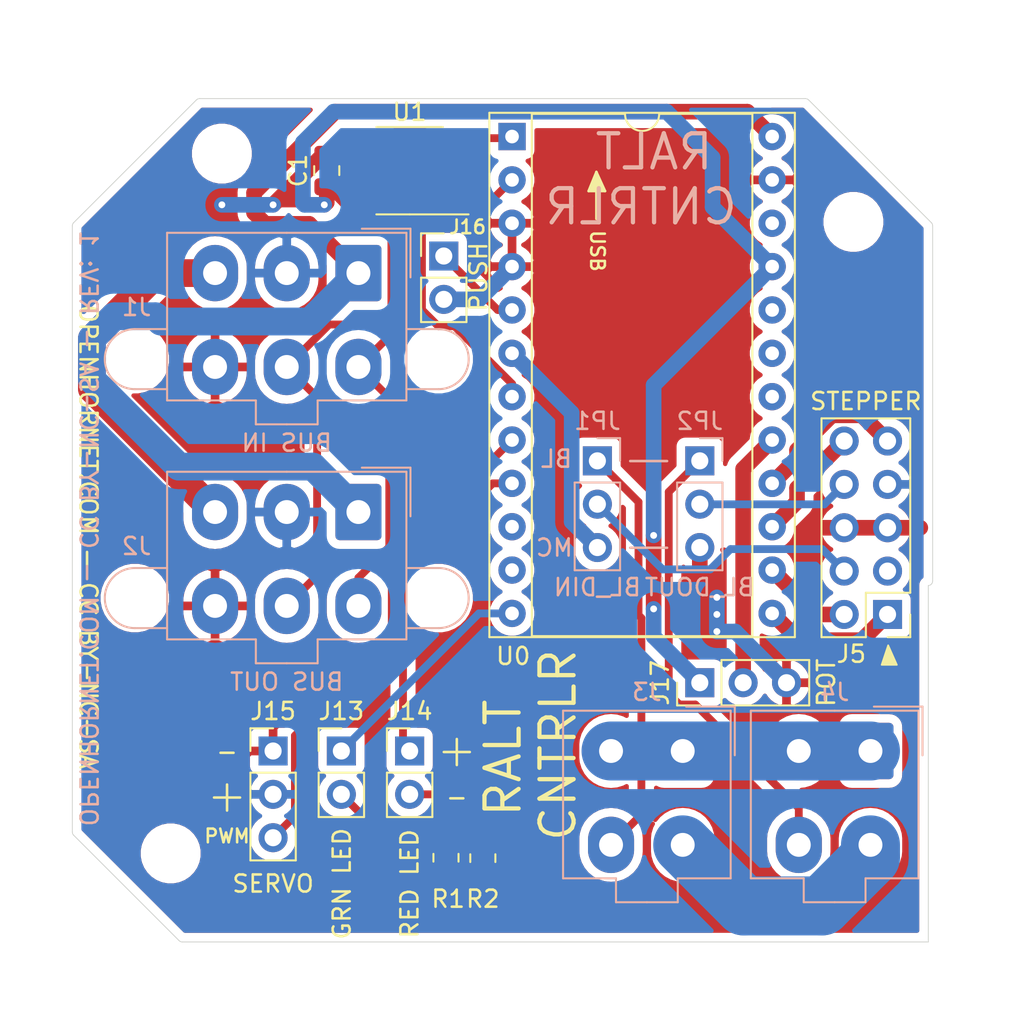
<source format=kicad_pcb>
(kicad_pcb (version 20171130) (host pcbnew "(5.1.9)-1")

  (general
    (thickness 1.6)
    (drawings 35)
    (tracks 158)
    (zones 0)
    (modules 20)
    (nets 36)
  )

  (page A4)
  (title_block
    (title "ABSIS NANO 2.0")
    (date "jeu. 02 avril 2015")
    (rev 1)
    (company OPENHORNET)
    (comment 1 "CC BY-NC-SA")
  )

  (layers
    (0 F.Cu signal)
    (31 B.Cu signal)
    (32 B.Adhes user)
    (33 F.Adhes user)
    (34 B.Paste user)
    (35 F.Paste user)
    (36 B.SilkS user)
    (37 F.SilkS user)
    (38 B.Mask user)
    (39 F.Mask user)
    (40 Dwgs.User user)
    (41 Cmts.User user)
    (42 Eco1.User user)
    (43 Eco2.User user)
    (44 Edge.Cuts user)
    (45 Margin user hide)
    (46 B.CrtYd user)
    (47 F.CrtYd user)
    (48 B.Fab user)
    (49 F.Fab user)
  )

  (setup
    (last_trace_width 0.4572)
    (user_trace_width 0.2032)
    (user_trace_width 0.3048)
    (user_trace_width 0.4572)
    (user_trace_width 0.635)
    (user_trace_width 0.9144)
    (user_trace_width 1.6256)
    (user_trace_width 3.4544)
    (trace_clearance 0.2)
    (zone_clearance 0.508)
    (zone_45_only no)
    (trace_min 0.2)
    (via_size 0.6)
    (via_drill 0.4)
    (via_min_size 0.4)
    (via_min_drill 0.3)
    (uvia_size 0.3)
    (uvia_drill 0.1)
    (uvias_allowed no)
    (uvia_min_size 0.2)
    (uvia_min_drill 0.1)
    (edge_width 0.1)
    (segment_width 0.15)
    (pcb_text_width 0.3)
    (pcb_text_size 1.5 1.5)
    (mod_edge_width 0.15)
    (mod_text_size 1 1)
    (mod_text_width 0.15)
    (pad_size 1.5 1.5)
    (pad_drill 0.6)
    (pad_to_mask_clearance 0)
    (aux_axis_origin 131.19924 130.81)
    (grid_origin 31.81 91.81)
    (visible_elements 7FFFFFFF)
    (pcbplotparams
      (layerselection 0x3d0f0_ffffffff)
      (usegerberextensions false)
      (usegerberattributes false)
      (usegerberadvancedattributes false)
      (creategerberjobfile false)
      (excludeedgelayer true)
      (linewidth 0.100000)
      (plotframeref false)
      (viasonmask false)
      (mode 1)
      (useauxorigin false)
      (hpglpennumber 1)
      (hpglpenspeed 20)
      (hpglpendiameter 15.000000)
      (psnegative false)
      (psa4output false)
      (plotreference true)
      (plotvalue true)
      (plotinvisibletext false)
      (padsonsilk false)
      (subtractmaskfromsilk false)
      (outputformat 1)
      (mirror false)
      (drillshape 0)
      (scaleselection 1)
      (outputdirectory "manufacturing/"))
  )

  (net 0 "")
  (net 1 GND)
  (net 2 +5V)
  (net 3 /A3)
  (net 4 /A2)
  (net 5 /A1)
  (net 6 /A0)
  (net 7 /+12V_SUPPLY)
  (net 8 /+5V_SUPPLY)
  (net 9 /+3.3V_SUPPLY)
  (net 10 /BUS-A)
  (net 11 /BUS-B)
  (net 12 /DATAIN)
  (net 13 /LEDGND)
  (net 14 /LED+5V)
  (net 15 /DATAOUT)
  (net 16 /~D10A10)
  (net 17 /D14MISO)
  (net 18 /LED_DOUT)
  (net 19 /LED_DIN)
  (net 20 "Net-(J5-Pad3)")
  (net 21 /D16MOSI)
  (net 22 /D15SCK)
  (net 23 /~D9A9)
  (net 24 /~D6A7)
  (net 25 /~D5)
  (net 26 /SDAD2)
  (net 27 /D8A8)
  (net 28 "Net-(U0-Pad22)")
  (net 29 /D7)
  (net 30 /D4A6)
  (net 31 /RX1D0)
  (net 32 /TX0D1)
  (net 33 /~SCLD3)
  (net 34 "Net-(J13-Pad2)")
  (net 35 "Net-(J14-Pad2)")

  (net_class Default "This is the default net class."
    (clearance 0.2)
    (trace_width 0.25)
    (via_dia 0.6)
    (via_drill 0.4)
    (uvia_dia 0.3)
    (uvia_drill 0.1)
    (add_net +5V)
    (add_net /+12V_SUPPLY)
    (add_net /+3.3V_SUPPLY)
    (add_net /+5V_SUPPLY)
    (add_net /A0)
    (add_net /A1)
    (add_net /A2)
    (add_net /A3)
    (add_net /BUS-A)
    (add_net /BUS-B)
    (add_net /D14MISO)
    (add_net /D15SCK)
    (add_net /D16MOSI)
    (add_net /D4A6)
    (add_net /D7)
    (add_net /D8A8)
    (add_net /DATAIN)
    (add_net /DATAOUT)
    (add_net /LED+5V)
    (add_net /LEDGND)
    (add_net /LED_DIN)
    (add_net /LED_DOUT)
    (add_net /RX1D0)
    (add_net /SDAD2)
    (add_net /TX0D1)
    (add_net /~D10A10)
    (add_net /~D5)
    (add_net /~D6A7)
    (add_net /~D9A9)
    (add_net /~SCLD3)
    (add_net GND)
    (add_net "Net-(J13-Pad2)")
    (add_net "Net-(J14-Pad2)")
    (add_net "Net-(J5-Pad3)")
    (add_net "Net-(U0-Pad22)")
  )

  (module Resistor_SMD:R_0805_2012Metric (layer F.Cu) (tedit 5F68FEEE) (tstamp 617E5D1C)
    (at 50.098 92.0875 90)
    (descr "Resistor SMD 0805 (2012 Metric), square (rectangular) end terminal, IPC_7351 nominal, (Body size source: IPC-SM-782 page 72, https://www.pcb-3d.com/wordpress/wp-content/uploads/ipc-sm-782a_amendment_1_and_2.pdf), generated with kicad-footprint-generator")
    (tags resistor)
    (path /61D26196)
    (attr smd)
    (fp_text reference R2 (at -2.3895 0 180) (layer F.SilkS)
      (effects (font (size 1 1) (thickness 0.15)))
    )
    (fp_text value 120 (at 0 1.65 90) (layer F.Fab)
      (effects (font (size 1 1) (thickness 0.15)))
    )
    (fp_text user %R (at 0 0 90) (layer F.Fab)
      (effects (font (size 0.5 0.5) (thickness 0.08)))
    )
    (fp_line (start -1 0.625) (end -1 -0.625) (layer F.Fab) (width 0.1))
    (fp_line (start -1 -0.625) (end 1 -0.625) (layer F.Fab) (width 0.1))
    (fp_line (start 1 -0.625) (end 1 0.625) (layer F.Fab) (width 0.1))
    (fp_line (start 1 0.625) (end -1 0.625) (layer F.Fab) (width 0.1))
    (fp_line (start -0.227064 -0.735) (end 0.227064 -0.735) (layer F.SilkS) (width 0.12))
    (fp_line (start -0.227064 0.735) (end 0.227064 0.735) (layer F.SilkS) (width 0.12))
    (fp_line (start -1.68 0.95) (end -1.68 -0.95) (layer F.CrtYd) (width 0.05))
    (fp_line (start -1.68 -0.95) (end 1.68 -0.95) (layer F.CrtYd) (width 0.05))
    (fp_line (start 1.68 -0.95) (end 1.68 0.95) (layer F.CrtYd) (width 0.05))
    (fp_line (start 1.68 0.95) (end -1.68 0.95) (layer F.CrtYd) (width 0.05))
    (pad 2 smd roundrect (at 0.9125 0 90) (size 1.025 1.4) (layers F.Cu F.Paste F.Mask) (roundrect_rratio 0.2439014634146341)
      (net 35 "Net-(J14-Pad2)"))
    (pad 1 smd roundrect (at -0.9125 0 90) (size 1.025 1.4) (layers F.Cu F.Paste F.Mask) (roundrect_rratio 0.2439014634146341)
      (net 1 GND))
    (model ${KISYS3DMOD}/Resistor_SMD.3dshapes/R_0805_2012Metric.wrl
      (at (xyz 0 0 0))
      (scale (xyz 1 1 1))
      (rotate (xyz 0 0 0))
    )
  )

  (module Resistor_SMD:R_0805_2012Metric (layer F.Cu) (tedit 5F68FEEE) (tstamp 617E5D0B)
    (at 47.939 92.064 270)
    (descr "Resistor SMD 0805 (2012 Metric), square (rectangular) end terminal, IPC_7351 nominal, (Body size source: IPC-SM-782 page 72, https://www.pcb-3d.com/wordpress/wp-content/uploads/ipc-sm-782a_amendment_1_and_2.pdf), generated with kicad-footprint-generator")
    (tags resistor)
    (path /61D20DC8)
    (attr smd)
    (fp_text reference R1 (at 2.413 -0.127 180) (layer F.SilkS)
      (effects (font (size 1 1) (thickness 0.15)))
    )
    (fp_text value 120 (at 0 1.65 90) (layer F.Fab)
      (effects (font (size 1 1) (thickness 0.15)))
    )
    (fp_text user %R (at 0 0 90) (layer F.Fab)
      (effects (font (size 0.5 0.5) (thickness 0.08)))
    )
    (fp_line (start -1 0.625) (end -1 -0.625) (layer F.Fab) (width 0.1))
    (fp_line (start -1 -0.625) (end 1 -0.625) (layer F.Fab) (width 0.1))
    (fp_line (start 1 -0.625) (end 1 0.625) (layer F.Fab) (width 0.1))
    (fp_line (start 1 0.625) (end -1 0.625) (layer F.Fab) (width 0.1))
    (fp_line (start -0.227064 -0.735) (end 0.227064 -0.735) (layer F.SilkS) (width 0.12))
    (fp_line (start -0.227064 0.735) (end 0.227064 0.735) (layer F.SilkS) (width 0.12))
    (fp_line (start -1.68 0.95) (end -1.68 -0.95) (layer F.CrtYd) (width 0.05))
    (fp_line (start -1.68 -0.95) (end 1.68 -0.95) (layer F.CrtYd) (width 0.05))
    (fp_line (start 1.68 -0.95) (end 1.68 0.95) (layer F.CrtYd) (width 0.05))
    (fp_line (start 1.68 0.95) (end -1.68 0.95) (layer F.CrtYd) (width 0.05))
    (pad 2 smd roundrect (at 0.9125 0 270) (size 1.025 1.4) (layers F.Cu F.Paste F.Mask) (roundrect_rratio 0.2439014634146341)
      (net 34 "Net-(J13-Pad2)"))
    (pad 1 smd roundrect (at -0.9125 0 270) (size 1.025 1.4) (layers F.Cu F.Paste F.Mask) (roundrect_rratio 0.2439014634146341)
      (net 1 GND))
    (model ${KISYS3DMOD}/Resistor_SMD.3dshapes/R_0805_2012Metric.wrl
      (at (xyz 0 0 0))
      (scale (xyz 1 1 1))
      (rotate (xyz 0 0 0))
    )
  )

  (module Connector_PinHeader_2.54mm:PinHeader_1x03_P2.54mm_Vertical (layer F.Cu) (tedit 59FED5CC) (tstamp 617E074F)
    (at 62.81 81.81 90)
    (descr "Through hole straight pin header, 1x03, 2.54mm pitch, single row")
    (tags "Through hole pin header THT 1x03 2.54mm single row")
    (path /61A1E8BF)
    (fp_text reference J17 (at 0 -2.33 90) (layer F.SilkS)
      (effects (font (size 1 1) (thickness 0.15)))
    )
    (fp_text value POT (at 0 7.41 90) (layer F.SilkS)
      (effects (font (size 1 1) (thickness 0.15)))
    )
    (fp_text user %R (at 0 2.54) (layer F.Fab)
      (effects (font (size 1 1) (thickness 0.15)))
    )
    (fp_line (start -0.635 -1.27) (end 1.27 -1.27) (layer F.Fab) (width 0.1))
    (fp_line (start 1.27 -1.27) (end 1.27 6.35) (layer F.Fab) (width 0.1))
    (fp_line (start 1.27 6.35) (end -1.27 6.35) (layer F.Fab) (width 0.1))
    (fp_line (start -1.27 6.35) (end -1.27 -0.635) (layer F.Fab) (width 0.1))
    (fp_line (start -1.27 -0.635) (end -0.635 -1.27) (layer F.Fab) (width 0.1))
    (fp_line (start -1.33 6.41) (end 1.33 6.41) (layer F.SilkS) (width 0.12))
    (fp_line (start -1.33 1.27) (end -1.33 6.41) (layer F.SilkS) (width 0.12))
    (fp_line (start 1.33 1.27) (end 1.33 6.41) (layer F.SilkS) (width 0.12))
    (fp_line (start -1.33 1.27) (end 1.33 1.27) (layer F.SilkS) (width 0.12))
    (fp_line (start -1.33 0) (end -1.33 -1.33) (layer F.SilkS) (width 0.12))
    (fp_line (start -1.33 -1.33) (end 0 -1.33) (layer F.SilkS) (width 0.12))
    (fp_line (start -1.8 -1.8) (end -1.8 6.85) (layer F.CrtYd) (width 0.05))
    (fp_line (start -1.8 6.85) (end 1.8 6.85) (layer F.CrtYd) (width 0.05))
    (fp_line (start 1.8 6.85) (end 1.8 -1.8) (layer F.CrtYd) (width 0.05))
    (fp_line (start 1.8 -1.8) (end -1.8 -1.8) (layer F.CrtYd) (width 0.05))
    (pad 3 thru_hole oval (at 0 5.08 90) (size 1.7 1.7) (drill 1) (layers *.Cu *.Mask)
      (net 1 GND))
    (pad 2 thru_hole oval (at 0 2.54 90) (size 1.7 1.7) (drill 1) (layers *.Cu *.Mask)
      (net 6 /A0))
    (pad 1 thru_hole rect (at 0 0 90) (size 1.7 1.7) (drill 1) (layers *.Cu *.Mask)
      (net 2 +5V))
    (model ${KISYS3DMOD}/Connector_PinHeader_2.54mm.3dshapes/PinHeader_1x03_P2.54mm_Vertical.wrl
      (at (xyz 0 0 0))
      (scale (xyz 1 1 1))
      (rotate (xyz 0 0 0))
    )
  )

  (module Capacitor_SMD:C_0805_2012Metric (layer F.Cu) (tedit 5F68FEEE) (tstamp 617E2EA4)
    (at 40.954 51.805 90)
    (descr "Capacitor SMD 0805 (2012 Metric), square (rectangular) end terminal, IPC_7351 nominal, (Body size source: IPC-SM-782 page 76, https://www.pcb-3d.com/wordpress/wp-content/uploads/ipc-sm-782a_amendment_1_and_2.pdf, https://docs.google.com/spreadsheets/d/1BsfQQcO9C6DZCsRaXUlFlo91Tg2WpOkGARC1WS5S8t0/edit?usp=sharing), generated with kicad-footprint-generator")
    (tags capacitor)
    (path /5FA5FC67)
    (attr smd)
    (fp_text reference C1 (at 0 -1.68 90) (layer F.SilkS)
      (effects (font (size 1 1) (thickness 0.15)))
    )
    (fp_text value 0.1uF (at 0 1.68 90) (layer F.Fab)
      (effects (font (size 1 1) (thickness 0.15)))
    )
    (fp_text user %R (at 0 0 90) (layer F.Fab)
      (effects (font (size 0.5 0.5) (thickness 0.08)))
    )
    (fp_line (start -1 0.625) (end -1 -0.625) (layer F.Fab) (width 0.1))
    (fp_line (start -1 -0.625) (end 1 -0.625) (layer F.Fab) (width 0.1))
    (fp_line (start 1 -0.625) (end 1 0.625) (layer F.Fab) (width 0.1))
    (fp_line (start 1 0.625) (end -1 0.625) (layer F.Fab) (width 0.1))
    (fp_line (start -0.261252 -0.735) (end 0.261252 -0.735) (layer F.SilkS) (width 0.12))
    (fp_line (start -0.261252 0.735) (end 0.261252 0.735) (layer F.SilkS) (width 0.12))
    (fp_line (start -1.7 0.98) (end -1.7 -0.98) (layer F.CrtYd) (width 0.05))
    (fp_line (start -1.7 -0.98) (end 1.7 -0.98) (layer F.CrtYd) (width 0.05))
    (fp_line (start 1.7 -0.98) (end 1.7 0.98) (layer F.CrtYd) (width 0.05))
    (fp_line (start 1.7 0.98) (end -1.7 0.98) (layer F.CrtYd) (width 0.05))
    (pad 2 smd roundrect (at 0.95 0 90) (size 1 1.45) (layers F.Cu F.Paste F.Mask) (roundrect_rratio 0.25)
      (net 1 GND))
    (pad 1 smd roundrect (at -0.95 0 90) (size 1 1.45) (layers F.Cu F.Paste F.Mask) (roundrect_rratio 0.25)
      (net 2 +5V))
    (model ${KISYS3DMOD}/Capacitor_SMD.3dshapes/C_0805_2012Metric.wrl
      (at (xyz 0 0 0))
      (scale (xyz 1 1 1))
      (rotate (xyz 0 0 0))
    )
  )

  (module Connector_Molex:Molex_Mini-Fit_Jr_5566-06A2_2x03_P4.20mm_Vertical (layer B.Cu) (tedit 5B781992) (tstamp 617E0653)
    (at 42.81 71.81 180)
    (descr "Molex Mini-Fit Jr. Power Connectors, old mpn/engineering number: 5566-06A2, example for new mpn: 39-28-906x, 3 Pins per row, Mounting: Snap-in Plastic Peg PCB Lock (http://www.molex.com/pdm_docs/sd/039289068_sd.pdf), generated with kicad-footprint-generator")
    (tags "connector Molex Mini-Fit_Jr side entryplastic_peg")
    (path /6182E808)
    (fp_text reference J2 (at 13 -2) (layer B.SilkS)
      (effects (font (size 1 1) (thickness 0.15)) (justify mirror))
    )
    (fp_text value "BUS OUT" (at 4.2 -9.95) (layer B.SilkS)
      (effects (font (size 1 1) (thickness 0.15)) (justify mirror))
    )
    (fp_text user %R (at 4.2 1.55) (layer B.Fab)
      (effects (font (size 1 1) (thickness 0.15)) (justify mirror))
    )
    (fp_arc (start 13.1 -5.04) (end 13.1 -3.28) (angle -180) (layer B.SilkS) (width 0.12))
    (fp_arc (start -4.7 -5.04) (end -4.7 -6.8) (angle -180) (layer B.SilkS) (width 0.12))
    (fp_arc (start 13.1 -5.04) (end 13.1 -3.54) (angle -180) (layer B.Fab) (width 0.1))
    (fp_arc (start -4.7 -5.04) (end -4.7 -6.54) (angle -180) (layer B.Fab) (width 0.1))
    (fp_line (start -4.7 -3.54) (end -2.7 -3.54) (layer B.Fab) (width 0.1))
    (fp_line (start -4.7 -6.54) (end -2.7 -6.54) (layer B.Fab) (width 0.1))
    (fp_line (start 13.1 -3.54) (end 11.1 -3.54) (layer B.Fab) (width 0.1))
    (fp_line (start 13.1 -6.54) (end 11.1 -6.54) (layer B.Fab) (width 0.1))
    (fp_line (start -4.7 -3.28) (end -2.81 -3.28) (layer B.SilkS) (width 0.12))
    (fp_line (start -4.7 -6.8) (end -2.81 -6.8) (layer B.SilkS) (width 0.12))
    (fp_line (start 13.1 -3.28) (end 11.21 -3.28) (layer B.SilkS) (width 0.12))
    (fp_line (start 13.1 -6.8) (end 11.21 -6.8) (layer B.SilkS) (width 0.12))
    (fp_line (start -2.7 2.25) (end -2.7 -7.35) (layer B.Fab) (width 0.1))
    (fp_line (start -2.7 -7.35) (end 11.1 -7.35) (layer B.Fab) (width 0.1))
    (fp_line (start 11.1 -7.35) (end 11.1 2.25) (layer B.Fab) (width 0.1))
    (fp_line (start 11.1 2.25) (end -2.7 2.25) (layer B.Fab) (width 0.1))
    (fp_line (start 2.5 -7.35) (end 2.5 -8.75) (layer B.Fab) (width 0.1))
    (fp_line (start 2.5 -8.75) (end 5.9 -8.75) (layer B.Fab) (width 0.1))
    (fp_line (start 5.9 -8.75) (end 5.9 -7.35) (layer B.Fab) (width 0.1))
    (fp_line (start -1.65 1) (end -1.65 -2.3) (layer B.Fab) (width 0.1))
    (fp_line (start -1.65 -2.3) (end 1.65 -2.3) (layer B.Fab) (width 0.1))
    (fp_line (start 1.65 -2.3) (end 1.65 1) (layer B.Fab) (width 0.1))
    (fp_line (start 1.65 1) (end -1.65 1) (layer B.Fab) (width 0.1))
    (fp_line (start -1.65 -6.5) (end -1.65 -4.025) (layer B.Fab) (width 0.1))
    (fp_line (start -1.65 -4.025) (end -0.825 -3.2) (layer B.Fab) (width 0.1))
    (fp_line (start -0.825 -3.2) (end 0.825 -3.2) (layer B.Fab) (width 0.1))
    (fp_line (start 0.825 -3.2) (end 1.65 -4.025) (layer B.Fab) (width 0.1))
    (fp_line (start 1.65 -4.025) (end 1.65 -6.5) (layer B.Fab) (width 0.1))
    (fp_line (start 1.65 -6.5) (end -1.65 -6.5) (layer B.Fab) (width 0.1))
    (fp_line (start 2.55 -3.2) (end 2.55 -6.5) (layer B.Fab) (width 0.1))
    (fp_line (start 2.55 -6.5) (end 5.85 -6.5) (layer B.Fab) (width 0.1))
    (fp_line (start 5.85 -6.5) (end 5.85 -3.2) (layer B.Fab) (width 0.1))
    (fp_line (start 5.85 -3.2) (end 2.55 -3.2) (layer B.Fab) (width 0.1))
    (fp_line (start 2.55 -2.3) (end 2.55 0.175) (layer B.Fab) (width 0.1))
    (fp_line (start 2.55 0.175) (end 3.375 1) (layer B.Fab) (width 0.1))
    (fp_line (start 3.375 1) (end 5.025 1) (layer B.Fab) (width 0.1))
    (fp_line (start 5.025 1) (end 5.85 0.175) (layer B.Fab) (width 0.1))
    (fp_line (start 5.85 0.175) (end 5.85 -2.3) (layer B.Fab) (width 0.1))
    (fp_line (start 5.85 -2.3) (end 2.55 -2.3) (layer B.Fab) (width 0.1))
    (fp_line (start 6.75 -3.2) (end 6.75 -6.5) (layer B.Fab) (width 0.1))
    (fp_line (start 6.75 -6.5) (end 10.05 -6.5) (layer B.Fab) (width 0.1))
    (fp_line (start 10.05 -6.5) (end 10.05 -3.2) (layer B.Fab) (width 0.1))
    (fp_line (start 10.05 -3.2) (end 6.75 -3.2) (layer B.Fab) (width 0.1))
    (fp_line (start 6.75 -2.3) (end 6.75 0.175) (layer B.Fab) (width 0.1))
    (fp_line (start 6.75 0.175) (end 7.575 1) (layer B.Fab) (width 0.1))
    (fp_line (start 7.575 1) (end 9.225 1) (layer B.Fab) (width 0.1))
    (fp_line (start 9.225 1) (end 10.05 0.175) (layer B.Fab) (width 0.1))
    (fp_line (start 10.05 0.175) (end 10.05 -2.3) (layer B.Fab) (width 0.1))
    (fp_line (start 10.05 -2.3) (end 6.75 -2.3) (layer B.Fab) (width 0.1))
    (fp_line (start 4.2 2.36) (end -2.81 2.36) (layer B.SilkS) (width 0.12))
    (fp_line (start -2.81 2.36) (end -2.81 -7.46) (layer B.SilkS) (width 0.12))
    (fp_line (start -2.81 -7.46) (end 2.39 -7.46) (layer B.SilkS) (width 0.12))
    (fp_line (start 2.39 -7.46) (end 2.39 -8.86) (layer B.SilkS) (width 0.12))
    (fp_line (start 2.39 -8.86) (end 4.2 -8.86) (layer B.SilkS) (width 0.12))
    (fp_line (start 4.2 2.36) (end 11.21 2.36) (layer B.SilkS) (width 0.12))
    (fp_line (start 11.21 2.36) (end 11.21 -7.46) (layer B.SilkS) (width 0.12))
    (fp_line (start 11.21 -7.46) (end 6.01 -7.46) (layer B.SilkS) (width 0.12))
    (fp_line (start 6.01 -7.46) (end 6.01 -8.86) (layer B.SilkS) (width 0.12))
    (fp_line (start 6.01 -8.86) (end 4.2 -8.86) (layer B.SilkS) (width 0.12))
    (fp_line (start -0.2 2.6) (end -3.05 2.6) (layer B.SilkS) (width 0.12))
    (fp_line (start -3.05 2.6) (end -3.05 -0.25) (layer B.SilkS) (width 0.12))
    (fp_line (start -0.2 2.6) (end -3.05 2.6) (layer B.Fab) (width 0.1))
    (fp_line (start -3.05 2.6) (end -3.05 -0.25) (layer B.Fab) (width 0.1))
    (fp_line (start -3.2 2.75) (end -3.2 -3.04) (layer B.CrtYd) (width 0.05))
    (fp_line (start -3.2 -3.04) (end -6.7 -3.04) (layer B.CrtYd) (width 0.05))
    (fp_line (start -6.7 -3.04) (end -6.7 -9.25) (layer B.CrtYd) (width 0.05))
    (fp_line (start -6.7 -9.25) (end 15.1 -9.25) (layer B.CrtYd) (width 0.05))
    (fp_line (start 15.1 -9.25) (end 15.1 -3.04) (layer B.CrtYd) (width 0.05))
    (fp_line (start 15.1 -3.04) (end 11.6 -3.04) (layer B.CrtYd) (width 0.05))
    (fp_line (start 11.6 -3.04) (end 11.6 2.75) (layer B.CrtYd) (width 0.05))
    (fp_line (start 11.6 2.75) (end -3.2 2.75) (layer B.CrtYd) (width 0.05))
    (pad "" np_thru_hole circle (at 13.1 -5.04 180) (size 3 3) (drill 3) (layers *.Cu *.Mask))
    (pad "" np_thru_hole circle (at -4.7 -5.04 180) (size 3 3) (drill 3) (layers *.Cu *.Mask))
    (pad 6 thru_hole oval (at 8.4 -5.5 180) (size 2.7 3.3) (drill 1.4) (layers *.Cu *.Mask)
      (net 1 GND))
    (pad 5 thru_hole oval (at 4.2 -5.5 180) (size 2.7 3.3) (drill 1.4) (layers *.Cu *.Mask)
      (net 11 /BUS-B))
    (pad 4 thru_hole oval (at 0 -5.5 180) (size 2.7 3.3) (drill 1.4) (layers *.Cu *.Mask)
      (net 10 /BUS-A))
    (pad 3 thru_hole oval (at 8.4 0 180) (size 2.7 3.3) (drill 1.4) (layers *.Cu *.Mask)
      (net 9 /+3.3V_SUPPLY))
    (pad 2 thru_hole oval (at 4.2 0 180) (size 2.7 3.3) (drill 1.4) (layers *.Cu *.Mask)
      (net 8 /+5V_SUPPLY))
    (pad 1 thru_hole roundrect (at 0 0 180) (size 2.7 3.3) (drill 1.4) (layers *.Cu *.Mask) (roundrect_rratio 0.09259296296296296)
      (net 7 /+12V_SUPPLY))
    (model ${KISYS3DMOD}/Connector_Molex.3dshapes/Molex_Mini-Fit_Jr_5566-06A2_2x03_P4.20mm_Vertical.wrl
      (offset (xyz 4.25 -2.5 0))
      (scale (xyz 1 1 1))
      (rotate (xyz -90 0 180))
    )
    (model ../../../../lib/3D/39299067.stp
      (offset (xyz 4.25 -2.5 0))
      (scale (xyz 1 1 1))
      (rotate (xyz -90 0 180))
    )
  )

  (module Connector_Molex:Molex_Mini-Fit_Jr_5566-06A2_2x03_P4.20mm_Vertical (layer B.Cu) (tedit 5B781992) (tstamp 617E0617)
    (at 42.81 57.81 180)
    (descr "Molex Mini-Fit Jr. Power Connectors, old mpn/engineering number: 5566-06A2, example for new mpn: 39-28-906x, 3 Pins per row, Mounting: Snap-in Plastic Peg PCB Lock (http://www.molex.com/pdm_docs/sd/039289068_sd.pdf), generated with kicad-footprint-generator")
    (tags "connector Molex Mini-Fit_Jr side entryplastic_peg")
    (path /5FA7581B)
    (fp_text reference J1 (at 13 -2) (layer B.SilkS)
      (effects (font (size 1 1) (thickness 0.15)) (justify mirror))
    )
    (fp_text value "BUS IN" (at 4.2 -9.95) (layer B.SilkS)
      (effects (font (size 1 1) (thickness 0.15)) (justify mirror))
    )
    (fp_text user %R (at 4.2 1.55) (layer B.Fab)
      (effects (font (size 1 1) (thickness 0.15)) (justify mirror))
    )
    (fp_arc (start 13.1 -5.04) (end 13.1 -3.28) (angle -180) (layer B.SilkS) (width 0.12))
    (fp_arc (start -4.7 -5.04) (end -4.7 -6.8) (angle -180) (layer B.SilkS) (width 0.12))
    (fp_arc (start 13.1 -5.04) (end 13.1 -3.54) (angle -180) (layer B.Fab) (width 0.1))
    (fp_arc (start -4.7 -5.04) (end -4.7 -6.54) (angle -180) (layer B.Fab) (width 0.1))
    (fp_line (start -4.7 -3.54) (end -2.7 -3.54) (layer B.Fab) (width 0.1))
    (fp_line (start -4.7 -6.54) (end -2.7 -6.54) (layer B.Fab) (width 0.1))
    (fp_line (start 13.1 -3.54) (end 11.1 -3.54) (layer B.Fab) (width 0.1))
    (fp_line (start 13.1 -6.54) (end 11.1 -6.54) (layer B.Fab) (width 0.1))
    (fp_line (start -4.7 -3.28) (end -2.81 -3.28) (layer B.SilkS) (width 0.12))
    (fp_line (start -4.7 -6.8) (end -2.81 -6.8) (layer B.SilkS) (width 0.12))
    (fp_line (start 13.1 -3.28) (end 11.21 -3.28) (layer B.SilkS) (width 0.12))
    (fp_line (start 13.1 -6.8) (end 11.21 -6.8) (layer B.SilkS) (width 0.12))
    (fp_line (start -2.7 2.25) (end -2.7 -7.35) (layer B.Fab) (width 0.1))
    (fp_line (start -2.7 -7.35) (end 11.1 -7.35) (layer B.Fab) (width 0.1))
    (fp_line (start 11.1 -7.35) (end 11.1 2.25) (layer B.Fab) (width 0.1))
    (fp_line (start 11.1 2.25) (end -2.7 2.25) (layer B.Fab) (width 0.1))
    (fp_line (start 2.5 -7.35) (end 2.5 -8.75) (layer B.Fab) (width 0.1))
    (fp_line (start 2.5 -8.75) (end 5.9 -8.75) (layer B.Fab) (width 0.1))
    (fp_line (start 5.9 -8.75) (end 5.9 -7.35) (layer B.Fab) (width 0.1))
    (fp_line (start -1.65 1) (end -1.65 -2.3) (layer B.Fab) (width 0.1))
    (fp_line (start -1.65 -2.3) (end 1.65 -2.3) (layer B.Fab) (width 0.1))
    (fp_line (start 1.65 -2.3) (end 1.65 1) (layer B.Fab) (width 0.1))
    (fp_line (start 1.65 1) (end -1.65 1) (layer B.Fab) (width 0.1))
    (fp_line (start -1.65 -6.5) (end -1.65 -4.025) (layer B.Fab) (width 0.1))
    (fp_line (start -1.65 -4.025) (end -0.825 -3.2) (layer B.Fab) (width 0.1))
    (fp_line (start -0.825 -3.2) (end 0.825 -3.2) (layer B.Fab) (width 0.1))
    (fp_line (start 0.825 -3.2) (end 1.65 -4.025) (layer B.Fab) (width 0.1))
    (fp_line (start 1.65 -4.025) (end 1.65 -6.5) (layer B.Fab) (width 0.1))
    (fp_line (start 1.65 -6.5) (end -1.65 -6.5) (layer B.Fab) (width 0.1))
    (fp_line (start 2.55 -3.2) (end 2.55 -6.5) (layer B.Fab) (width 0.1))
    (fp_line (start 2.55 -6.5) (end 5.85 -6.5) (layer B.Fab) (width 0.1))
    (fp_line (start 5.85 -6.5) (end 5.85 -3.2) (layer B.Fab) (width 0.1))
    (fp_line (start 5.85 -3.2) (end 2.55 -3.2) (layer B.Fab) (width 0.1))
    (fp_line (start 2.55 -2.3) (end 2.55 0.175) (layer B.Fab) (width 0.1))
    (fp_line (start 2.55 0.175) (end 3.375 1) (layer B.Fab) (width 0.1))
    (fp_line (start 3.375 1) (end 5.025 1) (layer B.Fab) (width 0.1))
    (fp_line (start 5.025 1) (end 5.85 0.175) (layer B.Fab) (width 0.1))
    (fp_line (start 5.85 0.175) (end 5.85 -2.3) (layer B.Fab) (width 0.1))
    (fp_line (start 5.85 -2.3) (end 2.55 -2.3) (layer B.Fab) (width 0.1))
    (fp_line (start 6.75 -3.2) (end 6.75 -6.5) (layer B.Fab) (width 0.1))
    (fp_line (start 6.75 -6.5) (end 10.05 -6.5) (layer B.Fab) (width 0.1))
    (fp_line (start 10.05 -6.5) (end 10.05 -3.2) (layer B.Fab) (width 0.1))
    (fp_line (start 10.05 -3.2) (end 6.75 -3.2) (layer B.Fab) (width 0.1))
    (fp_line (start 6.75 -2.3) (end 6.75 0.175) (layer B.Fab) (width 0.1))
    (fp_line (start 6.75 0.175) (end 7.575 1) (layer B.Fab) (width 0.1))
    (fp_line (start 7.575 1) (end 9.225 1) (layer B.Fab) (width 0.1))
    (fp_line (start 9.225 1) (end 10.05 0.175) (layer B.Fab) (width 0.1))
    (fp_line (start 10.05 0.175) (end 10.05 -2.3) (layer B.Fab) (width 0.1))
    (fp_line (start 10.05 -2.3) (end 6.75 -2.3) (layer B.Fab) (width 0.1))
    (fp_line (start 4.2 2.36) (end -2.81 2.36) (layer B.SilkS) (width 0.12))
    (fp_line (start -2.81 2.36) (end -2.81 -7.46) (layer B.SilkS) (width 0.12))
    (fp_line (start -2.81 -7.46) (end 2.39 -7.46) (layer B.SilkS) (width 0.12))
    (fp_line (start 2.39 -7.46) (end 2.39 -8.86) (layer B.SilkS) (width 0.12))
    (fp_line (start 2.39 -8.86) (end 4.2 -8.86) (layer B.SilkS) (width 0.12))
    (fp_line (start 4.2 2.36) (end 11.21 2.36) (layer B.SilkS) (width 0.12))
    (fp_line (start 11.21 2.36) (end 11.21 -7.46) (layer B.SilkS) (width 0.12))
    (fp_line (start 11.21 -7.46) (end 6.01 -7.46) (layer B.SilkS) (width 0.12))
    (fp_line (start 6.01 -7.46) (end 6.01 -8.86) (layer B.SilkS) (width 0.12))
    (fp_line (start 6.01 -8.86) (end 4.2 -8.86) (layer B.SilkS) (width 0.12))
    (fp_line (start -0.2 2.6) (end -3.05 2.6) (layer B.SilkS) (width 0.12))
    (fp_line (start -3.05 2.6) (end -3.05 -0.25) (layer B.SilkS) (width 0.12))
    (fp_line (start -0.2 2.6) (end -3.05 2.6) (layer B.Fab) (width 0.1))
    (fp_line (start -3.05 2.6) (end -3.05 -0.25) (layer B.Fab) (width 0.1))
    (fp_line (start -3.2 2.75) (end -3.2 -3.04) (layer B.CrtYd) (width 0.05))
    (fp_line (start -3.2 -3.04) (end -6.7 -3.04) (layer B.CrtYd) (width 0.05))
    (fp_line (start -6.7 -3.04) (end -6.7 -9.25) (layer B.CrtYd) (width 0.05))
    (fp_line (start -6.7 -9.25) (end 15.1 -9.25) (layer B.CrtYd) (width 0.05))
    (fp_line (start 15.1 -9.25) (end 15.1 -3.04) (layer B.CrtYd) (width 0.05))
    (fp_line (start 15.1 -3.04) (end 11.6 -3.04) (layer B.CrtYd) (width 0.05))
    (fp_line (start 11.6 -3.04) (end 11.6 2.75) (layer B.CrtYd) (width 0.05))
    (fp_line (start 11.6 2.75) (end -3.2 2.75) (layer B.CrtYd) (width 0.05))
    (pad "" np_thru_hole circle (at 13.1 -5.04 180) (size 3 3) (drill 3) (layers *.Cu *.Mask))
    (pad "" np_thru_hole circle (at -4.7 -5.04 180) (size 3 3) (drill 3) (layers *.Cu *.Mask))
    (pad 6 thru_hole oval (at 8.4 -5.5 180) (size 2.7 3.3) (drill 1.4) (layers *.Cu *.Mask)
      (net 1 GND))
    (pad 5 thru_hole oval (at 4.2 -5.5 180) (size 2.7 3.3) (drill 1.4) (layers *.Cu *.Mask)
      (net 11 /BUS-B))
    (pad 4 thru_hole oval (at 0 -5.5 180) (size 2.7 3.3) (drill 1.4) (layers *.Cu *.Mask)
      (net 10 /BUS-A))
    (pad 3 thru_hole oval (at 8.4 0 180) (size 2.7 3.3) (drill 1.4) (layers *.Cu *.Mask)
      (net 9 /+3.3V_SUPPLY))
    (pad 2 thru_hole oval (at 4.2 0 180) (size 2.7 3.3) (drill 1.4) (layers *.Cu *.Mask)
      (net 8 /+5V_SUPPLY))
    (pad 1 thru_hole roundrect (at 0 0 180) (size 2.7 3.3) (drill 1.4) (layers *.Cu *.Mask) (roundrect_rratio 0.09259296296296296)
      (net 7 /+12V_SUPPLY))
    (model ${KISYS3DMOD}/Connector_Molex.3dshapes/Molex_Mini-Fit_Jr_5566-06A2_2x03_P4.20mm_Vertical.wrl
      (at (xyz 0 0 0))
      (scale (xyz 1 1 1))
      (rotate (xyz 0 0 0))
    )
    (model ../../../../lib/3D/39299067.stp
      (offset (xyz 4.25 -2.5 0))
      (scale (xyz 1 1 1))
      (rotate (xyz -90 0 180))
    )
  )

  (module Package_SO:SOIC-8_3.9x4.9mm_P1.27mm (layer F.Cu) (tedit 5D9F72B1) (tstamp 617E07EB)
    (at 45.81 51.81 180)
    (descr "SOIC, 8 Pin (JEDEC MS-012AA, https://www.analog.com/media/en/package-pcb-resources/package/pkg_pdf/soic_narrow-r/r_8.pdf), generated with kicad-footprint-generator ipc_gullwing_generator.py")
    (tags "SOIC SO")
    (path /6182E7FE)
    (attr smd)
    (fp_text reference U1 (at 0 3.434) (layer F.SilkS)
      (effects (font (size 1 1) (thickness 0.15)))
    )
    (fp_text value MAX487EESA+T (at 0 3.4) (layer F.Fab)
      (effects (font (size 1 1) (thickness 0.15)))
    )
    (fp_text user %R (at 0 0) (layer F.Fab)
      (effects (font (size 0.98 0.98) (thickness 0.15)))
    )
    (fp_line (start 0 2.56) (end 1.95 2.56) (layer F.SilkS) (width 0.12))
    (fp_line (start 0 2.56) (end -1.95 2.56) (layer F.SilkS) (width 0.12))
    (fp_line (start 0 -2.56) (end 1.95 -2.56) (layer F.SilkS) (width 0.12))
    (fp_line (start 0 -2.56) (end -3.45 -2.56) (layer F.SilkS) (width 0.12))
    (fp_line (start -0.975 -2.45) (end 1.95 -2.45) (layer F.Fab) (width 0.1))
    (fp_line (start 1.95 -2.45) (end 1.95 2.45) (layer F.Fab) (width 0.1))
    (fp_line (start 1.95 2.45) (end -1.95 2.45) (layer F.Fab) (width 0.1))
    (fp_line (start -1.95 2.45) (end -1.95 -1.475) (layer F.Fab) (width 0.1))
    (fp_line (start -1.95 -1.475) (end -0.975 -2.45) (layer F.Fab) (width 0.1))
    (fp_line (start -3.7 -2.7) (end -3.7 2.7) (layer F.CrtYd) (width 0.05))
    (fp_line (start -3.7 2.7) (end 3.7 2.7) (layer F.CrtYd) (width 0.05))
    (fp_line (start 3.7 2.7) (end 3.7 -2.7) (layer F.CrtYd) (width 0.05))
    (fp_line (start 3.7 -2.7) (end -3.7 -2.7) (layer F.CrtYd) (width 0.05))
    (pad 8 smd roundrect (at 2.475 -1.905 180) (size 1.95 0.6) (layers F.Cu F.Paste F.Mask) (roundrect_rratio 0.25)
      (net 2 +5V))
    (pad 7 smd roundrect (at 2.475 -0.635 180) (size 1.95 0.6) (layers F.Cu F.Paste F.Mask) (roundrect_rratio 0.25)
      (net 11 /BUS-B))
    (pad 6 smd roundrect (at 2.475 0.635 180) (size 1.95 0.6) (layers F.Cu F.Paste F.Mask) (roundrect_rratio 0.25)
      (net 10 /BUS-A))
    (pad 5 smd roundrect (at 2.475 1.905 180) (size 1.95 0.6) (layers F.Cu F.Paste F.Mask) (roundrect_rratio 0.25)
      (net 1 GND))
    (pad 4 smd roundrect (at -2.475 1.905 180) (size 1.95 0.6) (layers F.Cu F.Paste F.Mask) (roundrect_rratio 0.25)
      (net 32 /TX0D1))
    (pad 3 smd roundrect (at -2.475 0.635 180) (size 1.95 0.6) (layers F.Cu F.Paste F.Mask) (roundrect_rratio 0.25)
      (net 30 /D4A6))
    (pad 2 smd roundrect (at -2.475 -0.635 180) (size 1.95 0.6) (layers F.Cu F.Paste F.Mask) (roundrect_rratio 0.25)
      (net 30 /D4A6))
    (pad 1 smd roundrect (at -2.475 -1.905 180) (size 1.95 0.6) (layers F.Cu F.Paste F.Mask) (roundrect_rratio 0.25)
      (net 31 /RX1D0))
    (model ${KISYS3DMOD}/Package_SO.3dshapes/SOIC-8_3.9x4.9mm_P1.27mm.wrl
      (at (xyz 0 0 0))
      (scale (xyz 1 1 1))
      (rotate (xyz 0 0 0))
    )
  )

  (module Package_DIP:DIP-24_W15.24mm_Socket (layer F.Cu) (tedit 5A02E8C5) (tstamp 617E07D1)
    (at 51.81 49.81)
    (descr "24-lead though-hole mounted DIP package, row spacing 15.24 mm (600 mils), Socket")
    (tags "THT DIP DIL PDIP 2.54mm 15.24mm 600mil Socket")
    (path /616A89EF)
    (fp_text reference U0 (at 0.066 30.443) (layer F.SilkS)
      (effects (font (size 1 1) (thickness 0.15)))
    )
    (fp_text value ProMicro (at 7.62 30.27) (layer F.Fab)
      (effects (font (size 1 1) (thickness 0.15)))
    )
    (fp_text user %R (at 7.62 13.97) (layer F.Fab)
      (effects (font (size 1 1) (thickness 0.15)))
    )
    (fp_arc (start 7.62 -1.33) (end 6.62 -1.33) (angle -180) (layer F.SilkS) (width 0.12))
    (fp_line (start 1.255 -1.27) (end 14.985 -1.27) (layer F.Fab) (width 0.1))
    (fp_line (start 14.985 -1.27) (end 14.985 29.21) (layer F.Fab) (width 0.1))
    (fp_line (start 14.985 29.21) (end 0.255 29.21) (layer F.Fab) (width 0.1))
    (fp_line (start 0.255 29.21) (end 0.255 -0.27) (layer F.Fab) (width 0.1))
    (fp_line (start 0.255 -0.27) (end 1.255 -1.27) (layer F.Fab) (width 0.1))
    (fp_line (start -1.27 -1.33) (end -1.27 29.27) (layer F.Fab) (width 0.1))
    (fp_line (start -1.27 29.27) (end 16.51 29.27) (layer F.Fab) (width 0.1))
    (fp_line (start 16.51 29.27) (end 16.51 -1.33) (layer F.Fab) (width 0.1))
    (fp_line (start 16.51 -1.33) (end -1.27 -1.33) (layer F.Fab) (width 0.1))
    (fp_line (start 6.62 -1.33) (end 1.16 -1.33) (layer F.SilkS) (width 0.12))
    (fp_line (start 1.16 -1.33) (end 1.16 29.27) (layer F.SilkS) (width 0.12))
    (fp_line (start 1.16 29.27) (end 14.08 29.27) (layer F.SilkS) (width 0.12))
    (fp_line (start 14.08 29.27) (end 14.08 -1.33) (layer F.SilkS) (width 0.12))
    (fp_line (start 14.08 -1.33) (end 8.62 -1.33) (layer F.SilkS) (width 0.12))
    (fp_line (start -1.33 -1.39) (end -1.33 29.33) (layer F.SilkS) (width 0.12))
    (fp_line (start -1.33 29.33) (end 16.57 29.33) (layer F.SilkS) (width 0.12))
    (fp_line (start 16.57 29.33) (end 16.57 -1.39) (layer F.SilkS) (width 0.12))
    (fp_line (start 16.57 -1.39) (end -1.33 -1.39) (layer F.SilkS) (width 0.12))
    (fp_line (start -1.55 -1.6) (end -1.55 29.55) (layer F.CrtYd) (width 0.05))
    (fp_line (start -1.55 29.55) (end 16.8 29.55) (layer F.CrtYd) (width 0.05))
    (fp_line (start 16.8 29.55) (end 16.8 -1.6) (layer F.CrtYd) (width 0.05))
    (fp_line (start 16.8 -1.6) (end -1.55 -1.6) (layer F.CrtYd) (width 0.05))
    (pad 24 thru_hole oval (at 15.24 0) (size 1.6 1.6) (drill 0.8) (layers *.Cu *.Mask)
      (net 7 /+12V_SUPPLY))
    (pad 12 thru_hole oval (at 0 27.94) (size 1.6 1.6) (drill 0.8) (layers *.Cu *.Mask)
      (net 23 /~D9A9))
    (pad 23 thru_hole oval (at 15.24 2.54) (size 1.6 1.6) (drill 0.8) (layers *.Cu *.Mask)
      (net 1 GND))
    (pad 11 thru_hole oval (at 0 25.4) (size 1.6 1.6) (drill 0.8) (layers *.Cu *.Mask)
      (net 27 /D8A8))
    (pad 22 thru_hole oval (at 15.24 5.08) (size 1.6 1.6) (drill 0.8) (layers *.Cu *.Mask)
      (net 28 "Net-(U0-Pad22)"))
    (pad 10 thru_hole oval (at 0 22.86) (size 1.6 1.6) (drill 0.8) (layers *.Cu *.Mask)
      (net 29 /D7))
    (pad 21 thru_hole oval (at 15.24 7.62) (size 1.6 1.6) (drill 0.8) (layers *.Cu *.Mask)
      (net 2 +5V))
    (pad 9 thru_hole oval (at 0 20.32) (size 1.6 1.6) (drill 0.8) (layers *.Cu *.Mask)
      (net 24 /~D6A7))
    (pad 20 thru_hole oval (at 15.24 10.16) (size 1.6 1.6) (drill 0.8) (layers *.Cu *.Mask)
      (net 3 /A3))
    (pad 8 thru_hole oval (at 0 17.78) (size 1.6 1.6) (drill 0.8) (layers *.Cu *.Mask)
      (net 25 /~D5))
    (pad 19 thru_hole oval (at 15.24 12.7) (size 1.6 1.6) (drill 0.8) (layers *.Cu *.Mask)
      (net 4 /A2))
    (pad 7 thru_hole oval (at 0 15.24) (size 1.6 1.6) (drill 0.8) (layers *.Cu *.Mask)
      (net 30 /D4A6))
    (pad 18 thru_hole oval (at 15.24 15.24) (size 1.6 1.6) (drill 0.8) (layers *.Cu *.Mask)
      (net 5 /A1))
    (pad 6 thru_hole oval (at 0 12.7) (size 1.6 1.6) (drill 0.8) (layers *.Cu *.Mask)
      (net 33 /~SCLD3))
    (pad 17 thru_hole oval (at 15.24 17.78) (size 1.6 1.6) (drill 0.8) (layers *.Cu *.Mask)
      (net 6 /A0))
    (pad 5 thru_hole oval (at 0 10.16) (size 1.6 1.6) (drill 0.8) (layers *.Cu *.Mask)
      (net 26 /SDAD2))
    (pad 16 thru_hole oval (at 15.24 20.32) (size 1.6 1.6) (drill 0.8) (layers *.Cu *.Mask)
      (net 22 /D15SCK))
    (pad 4 thru_hole oval (at 0 7.62) (size 1.6 1.6) (drill 0.8) (layers *.Cu *.Mask)
      (net 1 GND))
    (pad 15 thru_hole oval (at 15.24 22.86) (size 1.6 1.6) (drill 0.8) (layers *.Cu *.Mask)
      (net 17 /D14MISO))
    (pad 3 thru_hole oval (at 0 5.08) (size 1.6 1.6) (drill 0.8) (layers *.Cu *.Mask)
      (net 1 GND))
    (pad 14 thru_hole oval (at 15.24 25.4) (size 1.6 1.6) (drill 0.8) (layers *.Cu *.Mask)
      (net 21 /D16MOSI))
    (pad 2 thru_hole oval (at 0 2.54) (size 1.6 1.6) (drill 0.8) (layers *.Cu *.Mask)
      (net 31 /RX1D0))
    (pad 13 thru_hole oval (at 15.24 27.94) (size 1.6 1.6) (drill 0.8) (layers *.Cu *.Mask)
      (net 16 /~D10A10))
    (pad 1 thru_hole rect (at 0 0) (size 1.6 1.6) (drill 0.8) (layers *.Cu *.Mask)
      (net 32 /TX0D1))
    (model ${KISYS3DMOD}/Package_DIP.3dshapes/DIP-24_W15.24mm_Socket.wrl
      (at (xyz 0 0 0))
      (scale (xyz 1 1 1))
      (rotate (xyz 0 0 0))
    )
  )

  (module MountingHole:MountingHole_2.5mm (layer F.Cu) (tedit 56D1B4CB) (tstamp 617E0795)
    (at 71.81 54.81)
    (descr "Mounting Hole 2.5mm, no annular")
    (tags "mounting hole 2.5mm no annular")
    (path /6153905F)
    (attr virtual)
    (fp_text reference MK3 (at 0 -3.5) (layer F.SilkS) hide
      (effects (font (size 1 1) (thickness 0.15)))
    )
    (fp_text value MH (at 0 3.5) (layer F.Fab)
      (effects (font (size 1 1) (thickness 0.15)))
    )
    (fp_text user %R (at 0 0) (layer F.Fab)
      (effects (font (size 1 1) (thickness 0.15)))
    )
    (fp_circle (center 0 0) (end 2.5 0) (layer Cmts.User) (width 0.15))
    (fp_circle (center 0 0) (end 2.75 0) (layer F.CrtYd) (width 0.05))
    (pad 1 np_thru_hole circle (at 0 0) (size 2.5 2.5) (drill 2.5) (layers *.Cu *.Mask))
  )

  (module MountingHole:MountingHole_2.5mm (layer F.Cu) (tedit 56D1B4CB) (tstamp 617E078D)
    (at 31.81 91.81)
    (descr "Mounting Hole 2.5mm, no annular")
    (tags "mounting hole 2.5mm no annular")
    (path /61539060)
    (attr virtual)
    (fp_text reference MK2 (at 0 -3.5) (layer F.SilkS) hide
      (effects (font (size 1 1) (thickness 0.15)))
    )
    (fp_text value MH (at 0 3.5) (layer F.Fab)
      (effects (font (size 1 1) (thickness 0.15)))
    )
    (fp_text user %R (at 0.3 0) (layer F.Fab)
      (effects (font (size 1 1) (thickness 0.15)))
    )
    (fp_circle (center 0 0) (end 2.5 0) (layer Cmts.User) (width 0.15))
    (fp_circle (center 0 0) (end 2.75 0) (layer F.CrtYd) (width 0.05))
    (pad 1 np_thru_hole circle (at 0 0) (size 2.5 2.5) (drill 2.5) (layers *.Cu *.Mask))
  )

  (module MountingHole:MountingHole_2.5mm (layer F.Cu) (tedit 56D1B4CB) (tstamp 617E0785)
    (at 34.81 50.81)
    (descr "Mounting Hole 2.5mm, no annular")
    (tags "mounting hole 2.5mm no annular")
    (path /6153905E)
    (attr virtual)
    (fp_text reference MK1 (at 0 -3.5) (layer F.SilkS) hide
      (effects (font (size 1 1) (thickness 0.15)))
    )
    (fp_text value MH (at 0 3.5) (layer F.Fab)
      (effects (font (size 1 1) (thickness 0.15)))
    )
    (fp_text user %R (at 0.3 0) (layer F.Fab)
      (effects (font (size 1 1) (thickness 0.15)))
    )
    (fp_circle (center 0 0) (end 2.5 0) (layer Cmts.User) (width 0.15))
    (fp_circle (center 0 0) (end 2.75 0) (layer F.CrtYd) (width 0.05))
    (pad 1 np_thru_hole circle (at 0 0) (size 2.5 2.5) (drill 2.5) (layers *.Cu *.Mask))
  )

  (module Connector_PinHeader_2.54mm:PinHeader_1x03_P2.54mm_Vertical (layer B.Cu) (tedit 59FED5CC) (tstamp 617E077D)
    (at 62.81 68.81 180)
    (descr "Through hole straight pin header, 1x03, 2.54mm pitch, single row")
    (tags "Through hole pin header THT 1x03 2.54mm single row")
    (path /617C7CCF)
    (fp_text reference JP2 (at 0 2.33) (layer B.SilkS)
      (effects (font (size 1 1) (thickness 0.15)) (justify mirror))
    )
    (fp_text value BL_DOUT (at 0 -7.41) (layer B.SilkS)
      (effects (font (size 1 1) (thickness 0.15)) (justify mirror))
    )
    (fp_text user %R (at 0 -2.54 270) (layer B.Fab)
      (effects (font (size 1 1) (thickness 0.15)) (justify mirror))
    )
    (fp_line (start -0.635 1.27) (end 1.27 1.27) (layer B.Fab) (width 0.1))
    (fp_line (start 1.27 1.27) (end 1.27 -6.35) (layer B.Fab) (width 0.1))
    (fp_line (start 1.27 -6.35) (end -1.27 -6.35) (layer B.Fab) (width 0.1))
    (fp_line (start -1.27 -6.35) (end -1.27 0.635) (layer B.Fab) (width 0.1))
    (fp_line (start -1.27 0.635) (end -0.635 1.27) (layer B.Fab) (width 0.1))
    (fp_line (start -1.33 -6.41) (end 1.33 -6.41) (layer B.SilkS) (width 0.12))
    (fp_line (start -1.33 -1.27) (end -1.33 -6.41) (layer B.SilkS) (width 0.12))
    (fp_line (start 1.33 -1.27) (end 1.33 -6.41) (layer B.SilkS) (width 0.12))
    (fp_line (start -1.33 -1.27) (end 1.33 -1.27) (layer B.SilkS) (width 0.12))
    (fp_line (start -1.33 0) (end -1.33 1.33) (layer B.SilkS) (width 0.12))
    (fp_line (start -1.33 1.33) (end 0 1.33) (layer B.SilkS) (width 0.12))
    (fp_line (start -1.8 1.8) (end -1.8 -6.85) (layer B.CrtYd) (width 0.05))
    (fp_line (start -1.8 -6.85) (end 1.8 -6.85) (layer B.CrtYd) (width 0.05))
    (fp_line (start 1.8 -6.85) (end 1.8 1.8) (layer B.CrtYd) (width 0.05))
    (fp_line (start 1.8 1.8) (end -1.8 1.8) (layer B.CrtYd) (width 0.05))
    (pad 3 thru_hole oval (at 0 -5.08 180) (size 1.7 1.7) (drill 1) (layers *.Cu *.Mask)
      (net 1 GND))
    (pad 2 thru_hole oval (at 0 -2.54 180) (size 1.7 1.7) (drill 1) (layers *.Cu *.Mask)
      (net 18 /LED_DOUT))
    (pad 1 thru_hole rect (at 0 0 180) (size 1.7 1.7) (drill 1) (layers *.Cu *.Mask)
      (net 15 /DATAOUT))
    (model ${KISYS3DMOD}/Connector_PinHeader_2.54mm.3dshapes/PinHeader_1x03_P2.54mm_Vertical.wrl
      (at (xyz 0 0 0))
      (scale (xyz 1 1 1))
      (rotate (xyz 0 0 0))
    )
  )

  (module Connector_PinHeader_2.54mm:PinHeader_1x03_P2.54mm_Vertical (layer B.Cu) (tedit 59FED5CC) (tstamp 617E0766)
    (at 56.81 68.81 180)
    (descr "Through hole straight pin header, 1x03, 2.54mm pitch, single row")
    (tags "Through hole pin header THT 1x03 2.54mm single row")
    (path /617C24BA)
    (fp_text reference JP1 (at 0 2.33) (layer B.SilkS)
      (effects (font (size 1 1) (thickness 0.15)) (justify mirror))
    )
    (fp_text value BL_DIN (at 0 -7.41) (layer B.SilkS)
      (effects (font (size 1 1) (thickness 0.15)) (justify mirror))
    )
    (fp_text user %R (at 0 -2.54 270) (layer B.Fab)
      (effects (font (size 1 1) (thickness 0.15)) (justify mirror))
    )
    (fp_line (start -0.635 1.27) (end 1.27 1.27) (layer B.Fab) (width 0.1))
    (fp_line (start 1.27 1.27) (end 1.27 -6.35) (layer B.Fab) (width 0.1))
    (fp_line (start 1.27 -6.35) (end -1.27 -6.35) (layer B.Fab) (width 0.1))
    (fp_line (start -1.27 -6.35) (end -1.27 0.635) (layer B.Fab) (width 0.1))
    (fp_line (start -1.27 0.635) (end -0.635 1.27) (layer B.Fab) (width 0.1))
    (fp_line (start -1.33 -6.41) (end 1.33 -6.41) (layer B.SilkS) (width 0.12))
    (fp_line (start -1.33 -1.27) (end -1.33 -6.41) (layer B.SilkS) (width 0.12))
    (fp_line (start 1.33 -1.27) (end 1.33 -6.41) (layer B.SilkS) (width 0.12))
    (fp_line (start -1.33 -1.27) (end 1.33 -1.27) (layer B.SilkS) (width 0.12))
    (fp_line (start -1.33 0) (end -1.33 1.33) (layer B.SilkS) (width 0.12))
    (fp_line (start -1.33 1.33) (end 0 1.33) (layer B.SilkS) (width 0.12))
    (fp_line (start -1.8 1.8) (end -1.8 -6.85) (layer B.CrtYd) (width 0.05))
    (fp_line (start -1.8 -6.85) (end 1.8 -6.85) (layer B.CrtYd) (width 0.05))
    (fp_line (start 1.8 -6.85) (end 1.8 1.8) (layer B.CrtYd) (width 0.05))
    (fp_line (start 1.8 1.8) (end -1.8 1.8) (layer B.CrtYd) (width 0.05))
    (pad 3 thru_hole oval (at 0 -5.08 180) (size 1.7 1.7) (drill 1) (layers *.Cu *.Mask)
      (net 33 /~SCLD3))
    (pad 2 thru_hole oval (at 0 -2.54 180) (size 1.7 1.7) (drill 1) (layers *.Cu *.Mask)
      (net 19 /LED_DIN))
    (pad 1 thru_hole rect (at 0 0 180) (size 1.7 1.7) (drill 1) (layers *.Cu *.Mask)
      (net 12 /DATAIN))
    (model ${KISYS3DMOD}/Connector_PinHeader_2.54mm.3dshapes/PinHeader_1x03_P2.54mm_Vertical.wrl
      (at (xyz 0 0 0))
      (scale (xyz 1 1 1))
      (rotate (xyz 0 0 0))
    )
  )

  (module Connector_PinHeader_2.54mm:PinHeader_1x02_P2.54mm_Vertical (layer F.Cu) (tedit 59FED5CC) (tstamp 617E22A7)
    (at 47.81 56.81)
    (descr "Through hole straight pin header, 1x02, 2.54mm pitch, single row")
    (tags "Through hole pin header THT 1x02 2.54mm single row")
    (path /61A214DA)
    (fp_text reference J16 (at 1.399 -1.703) (layer F.SilkS)
      (effects (font (size 0.8 0.8) (thickness 0.15)))
    )
    (fp_text value PUSH (at 2.034 1.218 90) (layer F.SilkS)
      (effects (font (size 1 1) (thickness 0.15)))
    )
    (fp_text user %R (at 0 1.27 90) (layer F.Fab)
      (effects (font (size 1 1) (thickness 0.15)))
    )
    (fp_line (start -0.635 -1.27) (end 1.27 -1.27) (layer F.Fab) (width 0.1))
    (fp_line (start 1.27 -1.27) (end 1.27 3.81) (layer F.Fab) (width 0.1))
    (fp_line (start 1.27 3.81) (end -1.27 3.81) (layer F.Fab) (width 0.1))
    (fp_line (start -1.27 3.81) (end -1.27 -0.635) (layer F.Fab) (width 0.1))
    (fp_line (start -1.27 -0.635) (end -0.635 -1.27) (layer F.Fab) (width 0.1))
    (fp_line (start -1.33 3.87) (end 1.33 3.87) (layer F.SilkS) (width 0.12))
    (fp_line (start -1.33 1.27) (end -1.33 3.87) (layer F.SilkS) (width 0.12))
    (fp_line (start 1.33 1.27) (end 1.33 3.87) (layer F.SilkS) (width 0.12))
    (fp_line (start -1.33 1.27) (end 1.33 1.27) (layer F.SilkS) (width 0.12))
    (fp_line (start -1.33 0) (end -1.33 -1.33) (layer F.SilkS) (width 0.12))
    (fp_line (start -1.33 -1.33) (end 0 -1.33) (layer F.SilkS) (width 0.12))
    (fp_line (start -1.8 -1.8) (end -1.8 4.35) (layer F.CrtYd) (width 0.05))
    (fp_line (start -1.8 4.35) (end 1.8 4.35) (layer F.CrtYd) (width 0.05))
    (fp_line (start 1.8 4.35) (end 1.8 -1.8) (layer F.CrtYd) (width 0.05))
    (fp_line (start 1.8 -1.8) (end -1.8 -1.8) (layer F.CrtYd) (width 0.05))
    (pad 2 thru_hole oval (at 0 2.54) (size 1.7 1.7) (drill 1) (layers *.Cu *.Mask)
      (net 1 GND))
    (pad 1 thru_hole rect (at 0 0) (size 1.7 1.7) (drill 1) (layers *.Cu *.Mask)
      (net 26 /SDAD2))
    (model ${KISYS3DMOD}/Connector_PinHeader_2.54mm.3dshapes/PinHeader_1x02_P2.54mm_Vertical.wrl
      (at (xyz 0 0 0))
      (scale (xyz 1 1 1))
      (rotate (xyz 0 0 0))
    )
  )

  (module Connector_PinHeader_2.54mm:PinHeader_1x03_P2.54mm_Vertical (layer F.Cu) (tedit 59FED5CC) (tstamp 617E0722)
    (at 37.81 85.81)
    (descr "Through hole straight pin header, 1x03, 2.54mm pitch, single row")
    (tags "Through hole pin header THT 1x03 2.54mm single row")
    (path /619D9773)
    (fp_text reference J15 (at 0 -2.33) (layer F.SilkS)
      (effects (font (size 1 1) (thickness 0.15)))
    )
    (fp_text value SERVO (at 0 7.778) (layer F.SilkS)
      (effects (font (size 1 1) (thickness 0.15)))
    )
    (fp_text user %R (at 0 2.54 90) (layer F.Fab)
      (effects (font (size 1 1) (thickness 0.15)))
    )
    (fp_line (start -0.635 -1.27) (end 1.27 -1.27) (layer F.Fab) (width 0.1))
    (fp_line (start 1.27 -1.27) (end 1.27 6.35) (layer F.Fab) (width 0.1))
    (fp_line (start 1.27 6.35) (end -1.27 6.35) (layer F.Fab) (width 0.1))
    (fp_line (start -1.27 6.35) (end -1.27 -0.635) (layer F.Fab) (width 0.1))
    (fp_line (start -1.27 -0.635) (end -0.635 -1.27) (layer F.Fab) (width 0.1))
    (fp_line (start -1.33 6.41) (end 1.33 6.41) (layer F.SilkS) (width 0.12))
    (fp_line (start -1.33 1.27) (end -1.33 6.41) (layer F.SilkS) (width 0.12))
    (fp_line (start 1.33 1.27) (end 1.33 6.41) (layer F.SilkS) (width 0.12))
    (fp_line (start -1.33 1.27) (end 1.33 1.27) (layer F.SilkS) (width 0.12))
    (fp_line (start -1.33 0) (end -1.33 -1.33) (layer F.SilkS) (width 0.12))
    (fp_line (start -1.33 -1.33) (end 0 -1.33) (layer F.SilkS) (width 0.12))
    (fp_line (start -1.8 -1.8) (end -1.8 6.85) (layer F.CrtYd) (width 0.05))
    (fp_line (start -1.8 6.85) (end 1.8 6.85) (layer F.CrtYd) (width 0.05))
    (fp_line (start 1.8 6.85) (end 1.8 -1.8) (layer F.CrtYd) (width 0.05))
    (fp_line (start 1.8 -1.8) (end -1.8 -1.8) (layer F.CrtYd) (width 0.05))
    (pad 3 thru_hole oval (at 0 5.08) (size 1.7 1.7) (drill 1) (layers *.Cu *.Mask)
      (net 25 /~D5))
    (pad 2 thru_hole oval (at 0 2.54) (size 1.7 1.7) (drill 1) (layers *.Cu *.Mask)
      (net 8 /+5V_SUPPLY))
    (pad 1 thru_hole rect (at 0 0) (size 1.7 1.7) (drill 1) (layers *.Cu *.Mask)
      (net 1 GND))
    (model ${KISYS3DMOD}/Connector_PinHeader_2.54mm.3dshapes/PinHeader_1x03_P2.54mm_Vertical.wrl
      (at (xyz 0 0 0))
      (scale (xyz 1 1 1))
      (rotate (xyz 0 0 0))
    )
  )

  (module Connector_PinHeader_2.54mm:PinHeader_1x02_P2.54mm_Vertical (layer F.Cu) (tedit 59FED5CC) (tstamp 617E070B)
    (at 45.81 85.81)
    (descr "Through hole straight pin header, 1x02, 2.54mm pitch, single row")
    (tags "Through hole pin header THT 1x02 2.54mm single row")
    (path /619C3334)
    (fp_text reference J14 (at 0 -2.33) (layer F.SilkS)
      (effects (font (size 1 1) (thickness 0.15)))
    )
    (fp_text value "RED LED" (at 0 7.778 90) (layer F.SilkS)
      (effects (font (size 1 1) (thickness 0.15)))
    )
    (fp_text user %R (at 0 1.27 90) (layer F.Fab)
      (effects (font (size 1 1) (thickness 0.15)))
    )
    (fp_line (start -0.635 -1.27) (end 1.27 -1.27) (layer F.Fab) (width 0.1))
    (fp_line (start 1.27 -1.27) (end 1.27 3.81) (layer F.Fab) (width 0.1))
    (fp_line (start 1.27 3.81) (end -1.27 3.81) (layer F.Fab) (width 0.1))
    (fp_line (start -1.27 3.81) (end -1.27 -0.635) (layer F.Fab) (width 0.1))
    (fp_line (start -1.27 -0.635) (end -0.635 -1.27) (layer F.Fab) (width 0.1))
    (fp_line (start -1.33 3.87) (end 1.33 3.87) (layer F.SilkS) (width 0.12))
    (fp_line (start -1.33 1.27) (end -1.33 3.87) (layer F.SilkS) (width 0.12))
    (fp_line (start 1.33 1.27) (end 1.33 3.87) (layer F.SilkS) (width 0.12))
    (fp_line (start -1.33 1.27) (end 1.33 1.27) (layer F.SilkS) (width 0.12))
    (fp_line (start -1.33 0) (end -1.33 -1.33) (layer F.SilkS) (width 0.12))
    (fp_line (start -1.33 -1.33) (end 0 -1.33) (layer F.SilkS) (width 0.12))
    (fp_line (start -1.8 -1.8) (end -1.8 4.35) (layer F.CrtYd) (width 0.05))
    (fp_line (start -1.8 4.35) (end 1.8 4.35) (layer F.CrtYd) (width 0.05))
    (fp_line (start 1.8 4.35) (end 1.8 -1.8) (layer F.CrtYd) (width 0.05))
    (fp_line (start 1.8 -1.8) (end -1.8 -1.8) (layer F.CrtYd) (width 0.05))
    (pad 2 thru_hole oval (at 0 2.54) (size 1.7 1.7) (drill 1) (layers *.Cu *.Mask)
      (net 35 "Net-(J14-Pad2)"))
    (pad 1 thru_hole rect (at 0 0) (size 1.7 1.7) (drill 1) (layers *.Cu *.Mask)
      (net 24 /~D6A7))
    (model ${KISYS3DMOD}/Connector_PinHeader_2.54mm.3dshapes/PinHeader_1x02_P2.54mm_Vertical.wrl
      (at (xyz 0 0 0))
      (scale (xyz 1 1 1))
      (rotate (xyz 0 0 0))
    )
  )

  (module Connector_PinHeader_2.54mm:PinHeader_1x02_P2.54mm_Vertical (layer F.Cu) (tedit 59FED5CC) (tstamp 617E06F5)
    (at 41.81 85.81)
    (descr "Through hole straight pin header, 1x02, 2.54mm pitch, single row")
    (tags "Through hole pin header THT 1x02 2.54mm single row")
    (path /619AA21F)
    (fp_text reference J13 (at 0 -2.33) (layer F.SilkS)
      (effects (font (size 1 1) (thickness 0.15)))
    )
    (fp_text value "GRN LED" (at 0.033 7.778 90) (layer F.SilkS)
      (effects (font (size 1 1) (thickness 0.15)))
    )
    (fp_text user %R (at 0 1.27 90) (layer F.Fab)
      (effects (font (size 1 1) (thickness 0.15)))
    )
    (fp_line (start -0.635 -1.27) (end 1.27 -1.27) (layer F.Fab) (width 0.1))
    (fp_line (start 1.27 -1.27) (end 1.27 3.81) (layer F.Fab) (width 0.1))
    (fp_line (start 1.27 3.81) (end -1.27 3.81) (layer F.Fab) (width 0.1))
    (fp_line (start -1.27 3.81) (end -1.27 -0.635) (layer F.Fab) (width 0.1))
    (fp_line (start -1.27 -0.635) (end -0.635 -1.27) (layer F.Fab) (width 0.1))
    (fp_line (start -1.33 3.87) (end 1.33 3.87) (layer F.SilkS) (width 0.12))
    (fp_line (start -1.33 1.27) (end -1.33 3.87) (layer F.SilkS) (width 0.12))
    (fp_line (start 1.33 1.27) (end 1.33 3.87) (layer F.SilkS) (width 0.12))
    (fp_line (start -1.33 1.27) (end 1.33 1.27) (layer F.SilkS) (width 0.12))
    (fp_line (start -1.33 0) (end -1.33 -1.33) (layer F.SilkS) (width 0.12))
    (fp_line (start -1.33 -1.33) (end 0 -1.33) (layer F.SilkS) (width 0.12))
    (fp_line (start -1.8 -1.8) (end -1.8 4.35) (layer F.CrtYd) (width 0.05))
    (fp_line (start -1.8 4.35) (end 1.8 4.35) (layer F.CrtYd) (width 0.05))
    (fp_line (start 1.8 4.35) (end 1.8 -1.8) (layer F.CrtYd) (width 0.05))
    (fp_line (start 1.8 -1.8) (end -1.8 -1.8) (layer F.CrtYd) (width 0.05))
    (pad 2 thru_hole oval (at 0 2.54) (size 1.7 1.7) (drill 1) (layers *.Cu *.Mask)
      (net 34 "Net-(J13-Pad2)"))
    (pad 1 thru_hole rect (at 0 0) (size 1.7 1.7) (drill 1) (layers *.Cu *.Mask)
      (net 23 /~D9A9))
    (model ${KISYS3DMOD}/Connector_PinHeader_2.54mm.3dshapes/PinHeader_1x02_P2.54mm_Vertical.wrl
      (at (xyz 0 0 0))
      (scale (xyz 1 1 1))
      (rotate (xyz 0 0 0))
    )
  )

  (module Connector_PinHeader_2.54mm:PinHeader_2x05_P2.54mm_Vertical (layer F.Cu) (tedit 59FED5CC) (tstamp 617E06DF)
    (at 73.81 77.81 180)
    (descr "Through hole straight pin header, 2x05, 2.54mm pitch, double rows")
    (tags "Through hole pin header THT 2x05 2.54mm double row")
    (path /6133AB04)
    (fp_text reference J5 (at 2.122 -2.316) (layer F.SilkS)
      (effects (font (size 1 1) (thickness 0.15)))
    )
    (fp_text value STEPPER (at 1.27 12.49) (layer F.SilkS)
      (effects (font (size 1 1) (thickness 0.15)))
    )
    (fp_text user %R (at 1.27 5.08 90) (layer F.Fab)
      (effects (font (size 1 1) (thickness 0.15)))
    )
    (fp_line (start 0 -1.27) (end 3.81 -1.27) (layer F.Fab) (width 0.1))
    (fp_line (start 3.81 -1.27) (end 3.81 11.43) (layer F.Fab) (width 0.1))
    (fp_line (start 3.81 11.43) (end -1.27 11.43) (layer F.Fab) (width 0.1))
    (fp_line (start -1.27 11.43) (end -1.27 0) (layer F.Fab) (width 0.1))
    (fp_line (start -1.27 0) (end 0 -1.27) (layer F.Fab) (width 0.1))
    (fp_line (start -1.33 11.49) (end 3.87 11.49) (layer F.SilkS) (width 0.12))
    (fp_line (start -1.33 1.27) (end -1.33 11.49) (layer F.SilkS) (width 0.12))
    (fp_line (start 3.87 -1.33) (end 3.87 11.49) (layer F.SilkS) (width 0.12))
    (fp_line (start -1.33 1.27) (end 1.27 1.27) (layer F.SilkS) (width 0.12))
    (fp_line (start 1.27 1.27) (end 1.27 -1.33) (layer F.SilkS) (width 0.12))
    (fp_line (start 1.27 -1.33) (end 3.87 -1.33) (layer F.SilkS) (width 0.12))
    (fp_line (start -1.33 0) (end -1.33 -1.33) (layer F.SilkS) (width 0.12))
    (fp_line (start -1.33 -1.33) (end 0 -1.33) (layer F.SilkS) (width 0.12))
    (fp_line (start -1.8 -1.8) (end -1.8 11.95) (layer F.CrtYd) (width 0.05))
    (fp_line (start -1.8 11.95) (end 4.35 11.95) (layer F.CrtYd) (width 0.05))
    (fp_line (start 4.35 11.95) (end 4.35 -1.8) (layer F.CrtYd) (width 0.05))
    (fp_line (start 4.35 -1.8) (end -1.8 -1.8) (layer F.CrtYd) (width 0.05))
    (pad 10 thru_hole oval (at 2.54 10.16 180) (size 1.7 1.7) (drill 1) (layers *.Cu *.Mask)
      (net 17 /D14MISO))
    (pad 9 thru_hole oval (at 0 10.16 180) (size 1.7 1.7) (drill 1) (layers *.Cu *.Mask)
      (net 22 /D15SCK))
    (pad 8 thru_hole oval (at 2.54 7.62 180) (size 1.7 1.7) (drill 1) (layers *.Cu *.Mask)
      (net 18 /LED_DOUT))
    (pad 7 thru_hole oval (at 0 7.62 180) (size 1.7 1.7) (drill 1) (layers *.Cu *.Mask)
      (net 8 /+5V_SUPPLY))
    (pad 6 thru_hole oval (at 2.54 5.08 180) (size 1.7 1.7) (drill 1) (layers *.Cu *.Mask)
      (net 1 GND))
    (pad 5 thru_hole oval (at 0 5.08 180) (size 1.7 1.7) (drill 1) (layers *.Cu *.Mask)
      (net 1 GND))
    (pad 4 thru_hole oval (at 2.54 2.54 180) (size 1.7 1.7) (drill 1) (layers *.Cu *.Mask)
      (net 19 /LED_DIN))
    (pad 3 thru_hole oval (at 0 2.54 180) (size 1.7 1.7) (drill 1) (layers *.Cu *.Mask)
      (net 20 "Net-(J5-Pad3)"))
    (pad 2 thru_hole oval (at 2.54 0 180) (size 1.7 1.7) (drill 1) (layers *.Cu *.Mask)
      (net 21 /D16MOSI))
    (pad 1 thru_hole rect (at 0 0 180) (size 1.7 1.7) (drill 1) (layers *.Cu *.Mask)
      (net 16 /~D10A10))
    (model ${KISYS3DMOD}/Connector_PinHeader_2.54mm.3dshapes/PinHeader_2x05_P2.54mm_Vertical.wrl
      (at (xyz 0 0 0))
      (scale (xyz 1 1 1))
      (rotate (xyz 0 0 0))
    )
  )

  (module Connector_Molex:Molex_Mini-Fit_Jr_5566-04A_2x02_P4.20mm_Vertical (layer B.Cu) (tedit 5B781992) (tstamp 617E06BF)
    (at 72.81 85.81 180)
    (descr "Molex Mini-Fit Jr. Power Connectors, old mpn/engineering number: 5566-04A, example for new mpn: 39-28-x04x, 2 Pins per row, Mounting:  (http://www.molex.com/pdm_docs/sd/039281043_sd.pdf), generated with kicad-footprint-generator")
    (tags "connector Molex Mini-Fit_Jr side entry")
    (path /5F7889C9)
    (fp_text reference J4 (at 2.1 3.45) (layer B.SilkS)
      (effects (font (size 1 1) (thickness 0.15)) (justify mirror))
    )
    (fp_text value "BL OUT" (at 2.1 -9.95) (layer B.Fab)
      (effects (font (size 1 1) (thickness 0.15)) (justify mirror))
    )
    (fp_text user %R (at 2.1 1.55) (layer B.Fab)
      (effects (font (size 1 1) (thickness 0.15)) (justify mirror))
    )
    (fp_line (start -2.7 2.25) (end -2.7 -7.35) (layer B.Fab) (width 0.1))
    (fp_line (start -2.7 -7.35) (end 6.9 -7.35) (layer B.Fab) (width 0.1))
    (fp_line (start 6.9 -7.35) (end 6.9 2.25) (layer B.Fab) (width 0.1))
    (fp_line (start 6.9 2.25) (end -2.7 2.25) (layer B.Fab) (width 0.1))
    (fp_line (start 0.4 -7.35) (end 0.4 -8.75) (layer B.Fab) (width 0.1))
    (fp_line (start 0.4 -8.75) (end 3.8 -8.75) (layer B.Fab) (width 0.1))
    (fp_line (start 3.8 -8.75) (end 3.8 -7.35) (layer B.Fab) (width 0.1))
    (fp_line (start -1.65 1) (end -1.65 -2.3) (layer B.Fab) (width 0.1))
    (fp_line (start -1.65 -2.3) (end 1.65 -2.3) (layer B.Fab) (width 0.1))
    (fp_line (start 1.65 -2.3) (end 1.65 1) (layer B.Fab) (width 0.1))
    (fp_line (start 1.65 1) (end -1.65 1) (layer B.Fab) (width 0.1))
    (fp_line (start -1.65 -6.5) (end -1.65 -4.025) (layer B.Fab) (width 0.1))
    (fp_line (start -1.65 -4.025) (end -0.825 -3.2) (layer B.Fab) (width 0.1))
    (fp_line (start -0.825 -3.2) (end 0.825 -3.2) (layer B.Fab) (width 0.1))
    (fp_line (start 0.825 -3.2) (end 1.65 -4.025) (layer B.Fab) (width 0.1))
    (fp_line (start 1.65 -4.025) (end 1.65 -6.5) (layer B.Fab) (width 0.1))
    (fp_line (start 1.65 -6.5) (end -1.65 -6.5) (layer B.Fab) (width 0.1))
    (fp_line (start 2.55 -3.2) (end 2.55 -6.5) (layer B.Fab) (width 0.1))
    (fp_line (start 2.55 -6.5) (end 5.85 -6.5) (layer B.Fab) (width 0.1))
    (fp_line (start 5.85 -6.5) (end 5.85 -3.2) (layer B.Fab) (width 0.1))
    (fp_line (start 5.85 -3.2) (end 2.55 -3.2) (layer B.Fab) (width 0.1))
    (fp_line (start 2.55 -2.3) (end 2.55 0.175) (layer B.Fab) (width 0.1))
    (fp_line (start 2.55 0.175) (end 3.375 1) (layer B.Fab) (width 0.1))
    (fp_line (start 3.375 1) (end 5.025 1) (layer B.Fab) (width 0.1))
    (fp_line (start 5.025 1) (end 5.85 0.175) (layer B.Fab) (width 0.1))
    (fp_line (start 5.85 0.175) (end 5.85 -2.3) (layer B.Fab) (width 0.1))
    (fp_line (start 5.85 -2.3) (end 2.55 -2.3) (layer B.Fab) (width 0.1))
    (fp_line (start 2.1 2.36) (end -2.81 2.36) (layer B.SilkS) (width 0.12))
    (fp_line (start -2.81 2.36) (end -2.81 -7.46) (layer B.SilkS) (width 0.12))
    (fp_line (start -2.81 -7.46) (end 0.29 -7.46) (layer B.SilkS) (width 0.12))
    (fp_line (start 0.29 -7.46) (end 0.29 -8.86) (layer B.SilkS) (width 0.12))
    (fp_line (start 0.29 -8.86) (end 2.1 -8.86) (layer B.SilkS) (width 0.12))
    (fp_line (start 2.1 2.36) (end 7.01 2.36) (layer B.SilkS) (width 0.12))
    (fp_line (start 7.01 2.36) (end 7.01 -7.46) (layer B.SilkS) (width 0.12))
    (fp_line (start 7.01 -7.46) (end 3.91 -7.46) (layer B.SilkS) (width 0.12))
    (fp_line (start 3.91 -7.46) (end 3.91 -8.86) (layer B.SilkS) (width 0.12))
    (fp_line (start 3.91 -8.86) (end 2.1 -8.86) (layer B.SilkS) (width 0.12))
    (fp_line (start -0.2 2.6) (end -3.05 2.6) (layer B.SilkS) (width 0.12))
    (fp_line (start -3.05 2.6) (end -3.05 -0.25) (layer B.SilkS) (width 0.12))
    (fp_line (start -0.2 2.6) (end -3.05 2.6) (layer B.Fab) (width 0.1))
    (fp_line (start -3.05 2.6) (end -3.05 -0.25) (layer B.Fab) (width 0.1))
    (fp_line (start -3.2 2.75) (end -3.2 -9.25) (layer B.CrtYd) (width 0.05))
    (fp_line (start -3.2 -9.25) (end 7.4 -9.25) (layer B.CrtYd) (width 0.05))
    (fp_line (start 7.4 -9.25) (end 7.4 2.75) (layer B.CrtYd) (width 0.05))
    (fp_line (start 7.4 2.75) (end -3.2 2.75) (layer B.CrtYd) (width 0.05))
    (pad 4 thru_hole oval (at 4.2 -5.5 180) (size 2.7 3.3) (drill 1.4) (layers *.Cu *.Mask)
      (net 15 /DATAOUT))
    (pad 3 thru_hole oval (at 0 -5.5 180) (size 2.7 3.3) (drill 1.4) (layers *.Cu *.Mask)
      (net 13 /LEDGND))
    (pad 2 thru_hole oval (at 4.2 0 180) (size 2.7 3.3) (drill 1.4) (layers *.Cu *.Mask)
      (net 14 /LED+5V))
    (pad 1 thru_hole roundrect (at 0 0 180) (size 2.7 3.3) (drill 1.4) (layers *.Cu *.Mask) (roundrect_rratio 0.09259296296296296)
      (net 14 /LED+5V))
    (model ${KISYS3DMOD}/Connector_Molex.3dshapes/Molex_Mini-Fit_Jr_5566-04A_2x02_P4.20mm_Vertical.wrl
      (at (xyz 0 0 0))
      (scale (xyz 1 1 1))
      (rotate (xyz 0 0 0))
    )
    (model ../../../../lib/3D/39281043.stp
      (offset (xyz 2.1 -2.5 0))
      (scale (xyz 1 1 1))
      (rotate (xyz 90 180 0))
    )
  )

  (module Connector_Molex:Molex_Mini-Fit_Jr_5566-04A_2x02_P4.20mm_Vertical (layer B.Cu) (tedit 5B781992) (tstamp 617E0689)
    (at 61.81 85.81 180)
    (descr "Molex Mini-Fit Jr. Power Connectors, old mpn/engineering number: 5566-04A, example for new mpn: 39-28-x04x, 2 Pins per row, Mounting:  (http://www.molex.com/pdm_docs/sd/039281043_sd.pdf), generated with kicad-footprint-generator")
    (tags "connector Molex Mini-Fit_Jr side entry")
    (path /5F78526A)
    (fp_text reference J3 (at 2.1 3.45) (layer B.SilkS)
      (effects (font (size 1 1) (thickness 0.15)) (justify mirror))
    )
    (fp_text value "BL IN" (at 2.1 -9.95) (layer B.Fab)
      (effects (font (size 1 1) (thickness 0.15)) (justify mirror))
    )
    (fp_text user %R (at 2.1 1.55) (layer B.Fab)
      (effects (font (size 1 1) (thickness 0.15)) (justify mirror))
    )
    (fp_line (start -2.7 2.25) (end -2.7 -7.35) (layer B.Fab) (width 0.1))
    (fp_line (start -2.7 -7.35) (end 6.9 -7.35) (layer B.Fab) (width 0.1))
    (fp_line (start 6.9 -7.35) (end 6.9 2.25) (layer B.Fab) (width 0.1))
    (fp_line (start 6.9 2.25) (end -2.7 2.25) (layer B.Fab) (width 0.1))
    (fp_line (start 0.4 -7.35) (end 0.4 -8.75) (layer B.Fab) (width 0.1))
    (fp_line (start 0.4 -8.75) (end 3.8 -8.75) (layer B.Fab) (width 0.1))
    (fp_line (start 3.8 -8.75) (end 3.8 -7.35) (layer B.Fab) (width 0.1))
    (fp_line (start -1.65 1) (end -1.65 -2.3) (layer B.Fab) (width 0.1))
    (fp_line (start -1.65 -2.3) (end 1.65 -2.3) (layer B.Fab) (width 0.1))
    (fp_line (start 1.65 -2.3) (end 1.65 1) (layer B.Fab) (width 0.1))
    (fp_line (start 1.65 1) (end -1.65 1) (layer B.Fab) (width 0.1))
    (fp_line (start -1.65 -6.5) (end -1.65 -4.025) (layer B.Fab) (width 0.1))
    (fp_line (start -1.65 -4.025) (end -0.825 -3.2) (layer B.Fab) (width 0.1))
    (fp_line (start -0.825 -3.2) (end 0.825 -3.2) (layer B.Fab) (width 0.1))
    (fp_line (start 0.825 -3.2) (end 1.65 -4.025) (layer B.Fab) (width 0.1))
    (fp_line (start 1.65 -4.025) (end 1.65 -6.5) (layer B.Fab) (width 0.1))
    (fp_line (start 1.65 -6.5) (end -1.65 -6.5) (layer B.Fab) (width 0.1))
    (fp_line (start 2.55 -3.2) (end 2.55 -6.5) (layer B.Fab) (width 0.1))
    (fp_line (start 2.55 -6.5) (end 5.85 -6.5) (layer B.Fab) (width 0.1))
    (fp_line (start 5.85 -6.5) (end 5.85 -3.2) (layer B.Fab) (width 0.1))
    (fp_line (start 5.85 -3.2) (end 2.55 -3.2) (layer B.Fab) (width 0.1))
    (fp_line (start 2.55 -2.3) (end 2.55 0.175) (layer B.Fab) (width 0.1))
    (fp_line (start 2.55 0.175) (end 3.375 1) (layer B.Fab) (width 0.1))
    (fp_line (start 3.375 1) (end 5.025 1) (layer B.Fab) (width 0.1))
    (fp_line (start 5.025 1) (end 5.85 0.175) (layer B.Fab) (width 0.1))
    (fp_line (start 5.85 0.175) (end 5.85 -2.3) (layer B.Fab) (width 0.1))
    (fp_line (start 5.85 -2.3) (end 2.55 -2.3) (layer B.Fab) (width 0.1))
    (fp_line (start 2.1 2.36) (end -2.81 2.36) (layer B.SilkS) (width 0.12))
    (fp_line (start -2.81 2.36) (end -2.81 -7.46) (layer B.SilkS) (width 0.12))
    (fp_line (start -2.81 -7.46) (end 0.29 -7.46) (layer B.SilkS) (width 0.12))
    (fp_line (start 0.29 -7.46) (end 0.29 -8.86) (layer B.SilkS) (width 0.12))
    (fp_line (start 0.29 -8.86) (end 2.1 -8.86) (layer B.SilkS) (width 0.12))
    (fp_line (start 2.1 2.36) (end 7.01 2.36) (layer B.SilkS) (width 0.12))
    (fp_line (start 7.01 2.36) (end 7.01 -7.46) (layer B.SilkS) (width 0.12))
    (fp_line (start 7.01 -7.46) (end 3.91 -7.46) (layer B.SilkS) (width 0.12))
    (fp_line (start 3.91 -7.46) (end 3.91 -8.86) (layer B.SilkS) (width 0.12))
    (fp_line (start 3.91 -8.86) (end 2.1 -8.86) (layer B.SilkS) (width 0.12))
    (fp_line (start -0.2 2.6) (end -3.05 2.6) (layer B.SilkS) (width 0.12))
    (fp_line (start -3.05 2.6) (end -3.05 -0.25) (layer B.SilkS) (width 0.12))
    (fp_line (start -0.2 2.6) (end -3.05 2.6) (layer B.Fab) (width 0.1))
    (fp_line (start -3.05 2.6) (end -3.05 -0.25) (layer B.Fab) (width 0.1))
    (fp_line (start -3.2 2.75) (end -3.2 -9.25) (layer B.CrtYd) (width 0.05))
    (fp_line (start -3.2 -9.25) (end 7.4 -9.25) (layer B.CrtYd) (width 0.05))
    (fp_line (start 7.4 -9.25) (end 7.4 2.75) (layer B.CrtYd) (width 0.05))
    (fp_line (start 7.4 2.75) (end -3.2 2.75) (layer B.CrtYd) (width 0.05))
    (pad 4 thru_hole oval (at 4.2 -5.5 180) (size 2.7 3.3) (drill 1.4) (layers *.Cu *.Mask)
      (net 12 /DATAIN))
    (pad 3 thru_hole oval (at 0 -5.5 180) (size 2.7 3.3) (drill 1.4) (layers *.Cu *.Mask)
      (net 13 /LEDGND))
    (pad 2 thru_hole oval (at 4.2 0 180) (size 2.7 3.3) (drill 1.4) (layers *.Cu *.Mask)
      (net 14 /LED+5V))
    (pad 1 thru_hole roundrect (at 0 0 180) (size 2.7 3.3) (drill 1.4) (layers *.Cu *.Mask) (roundrect_rratio 0.09259296296296296)
      (net 14 /LED+5V))
    (model ${KISYS3DMOD}/Connector_Molex.3dshapes/Molex_Mini-Fit_Jr_5566-04A_2x02_P4.20mm_Vertical.wrl
      (at (xyz 0 0 0))
      (scale (xyz 1 1 1))
      (rotate (xyz 0 0 0))
    )
    (model ../../../../lib/3D/39281043.stp
      (offset (xyz 2.1 -2.5 0))
      (scale (xyz 1 1 1))
      (rotate (xyz 90 180 0))
    )
  )

  (gr_line (start 58.734 73.903) (end 60.893 73.903) (layer B.SilkS) (width 0.15))
  (gr_line (start 58.734 68.823) (end 60.893 68.823) (layer B.SilkS) (width 0.15))
  (gr_text MC (at 54.289 73.903) (layer B.SilkS)
    (effects (font (size 1 1) (thickness 0.15)) (justify mirror))
  )
  (gr_text BL (at 54.416 68.696) (layer B.SilkS)
    (effects (font (size 1 1) (thickness 0.15)) (justify mirror))
  )
  (gr_poly (pts (xy 74.355 80.761) (xy 73.466 80.761) (xy 73.847 79.618)) (layer F.SilkS) (width 0.1))
  (gr_text PWM (at 35.112 90.794) (layer F.SilkS)
    (effects (font (size 0.8 0.8) (thickness 0.15)))
  )
  (gr_text + (at 35.112 88.381) (layer F.SilkS) (tstamp 617E6243)
    (effects (font (size 2 2) (thickness 0.15)))
  )
  (gr_text - (at 35.112 85.841) (layer F.SilkS) (tstamp 617E6240)
    (effects (font (size 1 1) (thickness 0.15)))
  )
  (gr_text - (at 48.574 88.508) (layer F.SilkS)
    (effects (font (size 1 1) (thickness 0.15)))
  )
  (gr_text + (at 48.574 85.714) (layer F.SilkS)
    (effects (font (size 2 2) (thickness 0.15)))
  )
  (gr_poly (pts (xy 57.1584 52.9532) (xy 56.3964 52.9532) (xy 56.752 52.0896) (xy 56.752 52.1404)) (layer F.SilkS) (width 0.1))
  (gr_line (start 56.752 54.6296) (end 56.752 51.8864) (layer F.SilkS) (width 0.15))
  (gr_line (start 57.26 53.004) (end 56.752 51.8864) (layer F.SilkS) (width 0.15) (tstamp 5FA36791))
  (gr_line (start 56.2948 53.004) (end 57.26 53.004) (layer F.SilkS) (width 0.15))
  (gr_line (start 56.752 51.8864) (end 56.2948 53.004) (layer F.SilkS) (width 0.15))
  (gr_text USB (at 56.81 57.81 270) (layer F.SilkS)
    (effects (font (size 0.8 0.8) (thickness 0.15)) (justify right))
  )
  (gr_arc (start 68.996354 47.857007) (end 69.187273 47.666089) (angle -45) (layer Edge.Cuts) (width 0.05))
  (gr_arc (start 76.18324 55.043894) (end 76.45324 55.043894) (angle -45) (layer Edge.Cuts) (width 0.05))
  (gr_arc (start 32.489212 96.726607) (end 32.298293 96.917525) (angle -45) (layer Edge.Cuts) (width 0.05))
  (gr_arc (start 26.318326 90.55572) (end 26.048326 90.55572) (angle -45) (layer Edge.Cuts) (width 0.05))
  (gr_arc (start 26.318326 55.043894) (end 26.127407 54.852975) (angle -45) (layer Edge.Cuts) (width 0.05))
  (gr_arc (start 33.505212 47.857007) (end 33.505212 47.587007) (angle -45) (layer Edge.Cuts) (width 0.05))
  (gr_arc (start 76.18324 75.848151) (end 76.19924 76.117676) (angle -86.60270421) (layer Edge.Cuts) (width 0.05))
  (gr_line (start 32.489212 96.996607) (end 76.19924 96.996607) (layer Edge.Cuts) (width 0.05))
  (gr_line (start 76.19924 96.996607) (end 76.19924 76.117676) (layer Edge.Cuts) (width 0.05))
  (gr_line (start 33.314293 47.666089) (end 26.127407 54.852975) (layer Edge.Cuts) (width 0.05))
  (gr_line (start 26.127407 90.746639) (end 32.298293 96.917525) (layer Edge.Cuts) (width 0.05))
  (gr_line (start 26.048326 55.043894) (end 26.048326 90.55572) (layer Edge.Cuts) (width 0.05))
  (gr_line (start 68.996354 47.587007) (end 33.505212 47.587007) (layer Edge.Cuts) (width 0.05))
  (gr_line (start 76.45324 75.848151) (end 76.45324 55.043894) (layer Edge.Cuts) (width 0.05))
  (gr_line (start 76.374159 54.852975) (end 69.187273 47.666089) (layer Edge.Cuts) (width 0.05))
  (gr_text "OPENHORNET.COM - CC BY-NC-SA" (at 26.984 73.268 270) (layer F.SilkS) (tstamp 5FA363B6)
    (effects (font (size 1 1) (thickness 0.15)))
  )
  (gr_text "RALT \nCNTRLR" (at 59.369 52.313) (layer B.SilkS) (tstamp 5FA363B2)
    (effects (font (size 2 2) (thickness 0.25)) (justify mirror))
  )
  (gr_text "OPENHORNET.COM - CC BY-NC-SA - REV: 1" (at 26.984 72.76 270) (layer B.SilkS)
    (effects (font (size 1 1) (thickness 0.15)) (justify mirror))
  )
  (gr_text "RALT \nCNTRLR" (at 52.892 85.46 90) (layer F.SilkS)
    (effects (font (size 2 2) (thickness 0.25)))
  )

  (segment (start 41.904 49.905) (end 40.954 50.855) (width 0.4572) (layer F.Cu) (net 1))
  (segment (start 43.335 49.905) (end 41.904 49.905) (width 0.4572) (layer F.Cu) (net 1))
  (via (at 63.81 76.81) (size 0.6) (drill 0.4) (layers F.Cu B.Cu) (net 1))
  (via (at 63.81 77.81) (size 0.6) (drill 0.4) (layers F.Cu B.Cu) (net 1))
  (via (at 63.81 78.81) (size 0.6) (drill 0.4) (layers F.Cu B.Cu) (net 1))
  (segment (start 63.81 76.81) (end 63.81 78.81) (width 0.9144) (layer B.Cu) (net 1))
  (segment (start 64.89 78.81) (end 63.81 78.81) (width 0.9144) (layer B.Cu) (net 1))
  (segment (start 67.89 81.81) (end 64.89 78.81) (width 0.9144) (layer B.Cu) (net 1))
  (segment (start 62.81 73.89) (end 62.81 75.81) (width 0.9144) (layer F.Cu) (net 1))
  (segment (start 71.27 72.73) (end 75.73 72.73) (width 0.9144) (layer F.Cu) (net 1))
  (segment (start 71.27 72.73) (end 69.89 72.73) (width 0.9144) (layer F.Cu) (net 1))
  (segment (start 49.89 59.35) (end 51.81 57.43) (width 0.9144) (layer B.Cu) (net 1))
  (segment (start 47.81 59.35) (end 49.89 59.35) (width 0.9144) (layer B.Cu) (net 1))
  (via (at 37.81 53.81) (size 0.6) (drill 0.4) (layers F.Cu B.Cu) (net 1))
  (segment (start 40.765 50.855) (end 37.81 53.81) (width 0.9144) (layer F.Cu) (net 1))
  (segment (start 40.954 50.855) (end 40.765 50.855) (width 0.9144) (layer F.Cu) (net 1))
  (via (at 34.81 53.81) (size 0.6) (drill 0.4) (layers F.Cu B.Cu) (net 1))
  (segment (start 37.81 53.81) (end 34.81 53.81) (width 0.9144) (layer B.Cu) (net 1))
  (segment (start 49.7875 93) (end 47.939 91.1515) (width 0.4572) (layer F.Cu) (net 1))
  (segment (start 50.098 93) (end 49.7875 93) (width 0.4572) (layer F.Cu) (net 1))
  (segment (start 47.939 91.1515) (end 47.939 90.413) (width 0.4572) (layer F.Cu) (net 1))
  (segment (start 47.939 90.413) (end 47.431 89.905) (width 0.4572) (layer F.Cu) (net 1))
  (segment (start 41.914 53.715) (end 40.954 52.755) (width 0.4572) (layer F.Cu) (net 2))
  (segment (start 43.335 53.715) (end 41.914 53.715) (width 0.4572) (layer F.Cu) (net 2))
  (via (at 40.81 53.81) (size 0.6) (drill 0.4) (layers F.Cu B.Cu) (net 2))
  (segment (start 40.954 53.666) (end 40.81 53.81) (width 0.9144) (layer F.Cu) (net 2))
  (segment (start 40.954 52.755) (end 40.954 53.666) (width 0.9144) (layer F.Cu) (net 2))
  (segment (start 60.869799 48.352799) (end 63.56 51.043) (width 0.9144) (layer B.Cu) (net 2))
  (segment (start 41.358201 48.352799) (end 60.869799 48.352799) (width 0.9144) (layer B.Cu) (net 2))
  (segment (start 39.557 50.154) (end 41.358201 48.352799) (width 0.9144) (layer B.Cu) (net 2))
  (segment (start 39.557 53.71) (end 39.557 50.154) (width 0.9144) (layer B.Cu) (net 2))
  (segment (start 39.657 53.81) (end 39.557 53.71) (width 0.9144) (layer B.Cu) (net 2))
  (segment (start 40.81 53.81) (end 39.657 53.81) (width 0.9144) (layer B.Cu) (net 2))
  (segment (start 63.56 53.94) (end 67.05 57.43) (width 0.9144) (layer B.Cu) (net 2))
  (segment (start 63.56 51.043) (end 63.56 53.94) (width 0.9144) (layer B.Cu) (net 2))
  (via (at 60.1056 73.1791) (size 0.6) (drill 0.4) (layers F.Cu B.Cu) (net 2))
  (segment (start 67.05 57.43) (end 60.1056 64.3744) (width 0.9144) (layer B.Cu) (net 2))
  (segment (start 60.1056 64.3744) (end 60.1056 73.1791) (width 0.9144) (layer B.Cu) (net 2))
  (via (at 60.1056 77.4844) (size 0.6) (drill 0.4) (layers F.Cu B.Cu) (net 2))
  (segment (start 60.1056 73.1791) (end 60.1056 77.4844) (width 0.9144) (layer F.Cu) (net 2))
  (segment (start 60.1056 79.1056) (end 62.81 81.81) (width 0.9144) (layer B.Cu) (net 2))
  (segment (start 60.1056 77.4844) (end 60.1056 79.1056) (width 0.9144) (layer B.Cu) (net 2))
  (segment (start 65.35 69.29) (end 67.05 67.59) (width 0.9144) (layer F.Cu) (net 6))
  (segment (start 65.35 81.81) (end 65.35 69.29) (width 0.9144) (layer F.Cu) (net 6))
  (segment (start 32.288244 69.14719) (end 40.14719 69.14719) (width 1.6256) (layer B.Cu) (net 7))
  (segment (start 40.14719 69.14719) (end 42.81 71.81) (width 1.6256) (layer B.Cu) (net 7))
  (segment (start 27.197199 64.056145) (end 32.288244 69.14719) (width 1.6256) (layer B.Cu) (net 7))
  (segment (start 27.197199 61.643855) (end 27.197199 64.056145) (width 1.6256) (layer B.Cu) (net 7))
  (segment (start 28.503855 60.337199) (end 27.197199 61.643855) (width 1.6256) (layer B.Cu) (net 7))
  (segment (start 30.916145 60.337199) (end 28.503855 60.337199) (width 1.6256) (layer B.Cu) (net 7))
  (segment (start 31.226136 60.64719) (end 30.916145 60.337199) (width 1.6256) (layer B.Cu) (net 7))
  (segment (start 39.97281 60.64719) (end 31.226136 60.64719) (width 1.6256) (layer B.Cu) (net 7))
  (segment (start 42.81 57.81) (end 39.97281 60.64719) (width 1.6256) (layer B.Cu) (net 7))
  (segment (start 39.92441 54.92441) (end 37.348396 54.92441) (width 0.9144) (layer F.Cu) (net 7))
  (segment (start 37.348396 54.92441) (end 36.69559 54.271604) (width 0.9144) (layer F.Cu) (net 7))
  (segment (start 36.69559 54.271604) (end 36.69559 53.10542) (width 0.9144) (layer F.Cu) (net 7))
  (segment (start 36.69559 53.10542) (end 41.448211 48.352799) (width 0.9144) (layer F.Cu) (net 7))
  (segment (start 42.81 57.81) (end 39.92441 54.92441) (width 0.9144) (layer F.Cu) (net 7))
  (segment (start 41.448211 48.352799) (end 65.592799 48.352799) (width 0.9144) (layer F.Cu) (net 7))
  (segment (start 65.592799 48.352799) (end 67.05 49.81) (width 0.9144) (layer F.Cu) (net 7))
  (segment (start 27.197199 64.597199) (end 34.41 71.81) (width 1.6256) (layer F.Cu) (net 9))
  (segment (start 27.197199 61.643855) (end 27.197199 64.597199) (width 1.6256) (layer F.Cu) (net 9))
  (segment (start 31.031054 57.81) (end 27.197199 61.643855) (width 1.6256) (layer F.Cu) (net 9))
  (segment (start 34.41 57.81) (end 31.031054 57.81) (width 1.6256) (layer F.Cu) (net 9))
  (segment (start 44.6172 65.1172) (end 44.6172 73.853364) (width 0.4572) (layer F.Cu) (net 10))
  (segment (start 42.81 63.31) (end 44.6172 65.1172) (width 0.4572) (layer F.Cu) (net 10))
  (segment (start 44.6172 73.853364) (end 42.81 75.660564) (width 0.4572) (layer F.Cu) (net 10))
  (segment (start 42.81 75.660564) (end 42.81 77.31) (width 0.4572) (layer F.Cu) (net 10))
  (segment (start 45.399 60.721) (end 42.81 63.31) (width 0.4572) (layer F.Cu) (net 10))
  (segment (start 45.399 52.264) (end 45.399 60.721) (width 0.4572) (layer F.Cu) (net 10))
  (segment (start 43.335 51.175) (end 44.31 51.175) (width 0.4572) (layer F.Cu) (net 10))
  (segment (start 44.31 51.175) (end 45.399 52.264) (width 0.4572) (layer F.Cu) (net 10))
  (segment (start 40.38861 75.53139) (end 38.61 77.31) (width 0.4572) (layer F.Cu) (net 11))
  (segment (start 40.38861 65.08861) (end 40.38861 75.53139) (width 0.4572) (layer F.Cu) (net 11))
  (segment (start 38.61 63.31) (end 40.38861 65.08861) (width 0.4572) (layer F.Cu) (net 11))
  (segment (start 43.335 52.445) (end 44.31 52.445) (width 0.4572) (layer F.Cu) (net 11))
  (segment (start 44.741789 60.082211) (end 44.002 60.822) (width 0.4572) (layer F.Cu) (net 11))
  (segment (start 44.31 52.445) (end 44.741789 52.876789) (width 0.4572) (layer F.Cu) (net 11))
  (segment (start 44.741789 52.876789) (end 44.741789 60.082211) (width 0.4572) (layer F.Cu) (net 11))
  (segment (start 44.002 60.822) (end 41.098 60.822) (width 0.4572) (layer F.Cu) (net 11))
  (segment (start 41.098 60.822) (end 38.61 63.31) (width 0.4572) (layer F.Cu) (net 11))
  (segment (start 59.219789 71.219789) (end 59.219789 77.851314) (width 0.4572) (layer F.Cu) (net 12))
  (segment (start 59.38861 78.020135) (end 59.38861 89.53139) (width 0.4572) (layer F.Cu) (net 12))
  (segment (start 56.81 68.81) (end 59.219789 71.219789) (width 0.4572) (layer F.Cu) (net 12))
  (segment (start 59.38861 89.53139) (end 57.61 91.31) (width 0.4572) (layer F.Cu) (net 12))
  (segment (start 59.219789 77.851314) (end 59.38861 78.020135) (width 0.4572) (layer F.Cu) (net 12))
  (segment (start 65.38721 94.88721) (end 61.81 91.31) (width 3.4544) (layer B.Cu) (net 13))
  (segment (start 69.967464 94.88721) (end 65.38721 94.88721) (width 3.4544) (layer B.Cu) (net 13))
  (segment (start 72.81 92.044674) (end 69.967464 94.88721) (width 3.4544) (layer B.Cu) (net 13))
  (segment (start 72.81 91.31) (end 72.81 92.044674) (width 3.4544) (layer B.Cu) (net 13))
  (segment (start 68.61 85.81) (end 72.81 85.81) (width 3.4544) (layer B.Cu) (net 14))
  (segment (start 57.61 85.81) (end 61.81 85.81) (width 3.4544) (layer B.Cu) (net 14))
  (segment (start 61.81 85.81) (end 68.61 85.81) (width 3.4544) (layer B.Cu) (net 14))
  (segment (start 60.991411 70.628589) (end 60.991411 82.462893) (width 0.4572) (layer F.Cu) (net 15))
  (segment (start 62.548301 83.088601) (end 68.61 89.1503) (width 0.4572) (layer F.Cu) (net 15))
  (segment (start 62.81 68.81) (end 60.991411 70.628589) (width 0.4572) (layer F.Cu) (net 15))
  (segment (start 61.617119 83.088601) (end 62.548301 83.088601) (width 0.4572) (layer F.Cu) (net 15))
  (segment (start 60.991411 82.462893) (end 61.617119 83.088601) (width 0.4572) (layer F.Cu) (net 15))
  (segment (start 68.61 89.1503) (end 68.61 91.31) (width 0.4572) (layer F.Cu) (net 15))
  (segment (start 72.302799 79.317201) (end 73.81 77.81) (width 0.9144) (layer F.Cu) (net 16))
  (segment (start 68.617201 79.317201) (end 72.302799 79.317201) (width 0.9144) (layer F.Cu) (net 16))
  (segment (start 67.05 77.75) (end 68.617201 79.317201) (width 0.9144) (layer F.Cu) (net 16))
  (segment (start 68.507201 71.212799) (end 68.507201 70.412799) (width 0.9144) (layer F.Cu) (net 17))
  (segment (start 68.507201 70.412799) (end 71.27 67.65) (width 0.9144) (layer F.Cu) (net 17))
  (segment (start 67.05 72.67) (end 68.507201 71.212799) (width 0.9144) (layer F.Cu) (net 17))
  (segment (start 62.818601 71.358601) (end 62.81 71.35) (width 0.4572) (layer B.Cu) (net 18))
  (segment (start 70.101399 71.358601) (end 62.818601 71.358601) (width 0.4572) (layer B.Cu) (net 18))
  (segment (start 71.27 70.19) (end 70.101399 71.358601) (width 0.4572) (layer B.Cu) (net 18))
  (segment (start 60.628601 75.168601) (end 56.81 71.35) (width 0.4572) (layer B.Cu) (net 19))
  (segment (start 63.423729 75.168601) (end 60.628601 75.168601) (width 0.4572) (layer B.Cu) (net 19))
  (segment (start 64.610931 73.981399) (end 63.423729 75.168601) (width 0.4572) (layer B.Cu) (net 19))
  (segment (start 69.981399 73.981399) (end 64.610931 73.981399) (width 0.4572) (layer B.Cu) (net 19))
  (segment (start 71.27 75.27) (end 69.981399 73.981399) (width 0.4572) (layer B.Cu) (net 19))
  (segment (start 69.65 77.81) (end 67.05 75.21) (width 0.9144) (layer F.Cu) (net 21))
  (segment (start 71.27 77.81) (end 69.65 77.81) (width 0.9144) (layer F.Cu) (net 21))
  (segment (start 70.546543 66.142799) (end 72.302799 66.142799) (width 0.9144) (layer F.Cu) (net 22))
  (segment (start 68.507201 68.182141) (end 70.546543 66.142799) (width 0.9144) (layer F.Cu) (net 22))
  (segment (start 68.507201 68.672799) (end 68.507201 68.182141) (width 0.9144) (layer F.Cu) (net 22))
  (segment (start 72.302799 66.142799) (end 73.81 67.65) (width 0.9144) (layer F.Cu) (net 22))
  (segment (start 67.05 70.13) (end 68.507201 68.672799) (width 0.9144) (layer F.Cu) (net 22))
  (segment (start 49.87 77.75) (end 51.81 77.75) (width 0.4572) (layer B.Cu) (net 23))
  (segment (start 41.81 85.81) (end 49.87 77.75) (width 0.4572) (layer B.Cu) (net 23))
  (segment (start 45.81 85.81) (end 45.421211 85.421211) (width 0.4572) (layer F.Cu) (net 24))
  (segment (start 45.421211 85.421211) (end 45.421211 75.387419) (width 0.4572) (layer F.Cu) (net 24))
  (segment (start 45.421211 75.387419) (end 50.67863 70.13) (width 0.4572) (layer F.Cu) (net 24))
  (segment (start 50.67863 70.13) (end 51.81 70.13) (width 0.4572) (layer F.Cu) (net 24))
  (segment (start 44.764 74.636) (end 51.81 67.59) (width 0.4572) (layer F.Cu) (net 25))
  (segment (start 44.764 79.237) (end 44.764 74.636) (width 0.4572) (layer F.Cu) (net 25))
  (segment (start 39.088601 84.912399) (end 44.764 79.237) (width 0.4572) (layer F.Cu) (net 25))
  (segment (start 39.088601 89.611399) (end 39.088601 84.912399) (width 0.4572) (layer F.Cu) (net 25))
  (segment (start 37.81 90.89) (end 39.088601 89.611399) (width 0.4572) (layer F.Cu) (net 25))
  (segment (start 50.97 59.97) (end 47.81 56.81) (width 0.4572) (layer F.Cu) (net 26))
  (segment (start 51.81 59.97) (end 50.97 59.97) (width 0.4572) (layer F.Cu) (net 26))
  (segment (start 48.285 51.175) (end 49.585 51.175) (width 0.4572) (layer F.Cu) (net 30))
  (segment (start 49.585 51.175) (end 49.834 51.424) (width 0.4572) (layer F.Cu) (net 30))
  (segment (start 48.285 52.445) (end 49.585 52.445) (width 0.4572) (layer F.Cu) (net 30))
  (segment (start 49.585 52.445) (end 49.844 52.186) (width 0.4572) (layer F.Cu) (net 30))
  (segment (start 49.834 52.176) (end 49.834 51.424) (width 0.4572) (layer F.Cu) (net 30))
  (segment (start 49.844 52.186) (end 49.834 52.176) (width 0.4572) (layer F.Cu) (net 30))
  (segment (start 48.435729 60.921399) (end 51.81 64.29567) (width 0.4572) (layer F.Cu) (net 30))
  (segment (start 47.489069 60.921399) (end 48.435729 60.921399) (width 0.4572) (layer F.Cu) (net 30))
  (segment (start 51.81 64.29567) (end 51.81 65.05) (width 0.4572) (layer F.Cu) (net 30))
  (segment (start 46.531399 59.963729) (end 47.489069 60.921399) (width 0.4572) (layer F.Cu) (net 30))
  (segment (start 47.31 52.445) (end 46.531399 53.223601) (width 0.4572) (layer F.Cu) (net 30))
  (segment (start 46.531399 53.223601) (end 46.531399 59.963729) (width 0.4572) (layer F.Cu) (net 30))
  (segment (start 48.285 52.445) (end 47.31 52.445) (width 0.4572) (layer F.Cu) (net 30))
  (segment (start 50.445 53.715) (end 51.81 52.35) (width 0.4572) (layer F.Cu) (net 31))
  (segment (start 48.285 53.715) (end 50.445 53.715) (width 0.4572) (layer F.Cu) (net 31))
  (segment (start 51.715 49.905) (end 51.81 49.81) (width 0.4572) (layer F.Cu) (net 32))
  (segment (start 48.285 49.905) (end 51.715 49.905) (width 0.4572) (layer F.Cu) (net 32))
  (segment (start 55.302799 66.002799) (end 51.81 62.51) (width 0.9144) (layer B.Cu) (net 33))
  (segment (start 55.302799 72.382799) (end 55.302799 66.002799) (width 0.9144) (layer B.Cu) (net 33))
  (segment (start 56.81 73.89) (end 55.302799 72.382799) (width 0.9144) (layer B.Cu) (net 33))
  (segment (start 41.81 88.35) (end 45.5475 92.0875) (width 0.4572) (layer F.Cu) (net 34))
  (segment (start 47.05 92.0875) (end 47.939 92.9765) (width 0.4572) (layer F.Cu) (net 34))
  (segment (start 45.5475 92.0875) (end 47.05 92.0875) (width 0.4572) (layer F.Cu) (net 34))
  (segment (start 47.273 88.35) (end 50.098 91.175) (width 0.4572) (layer F.Cu) (net 35))
  (segment (start 45.81 88.35) (end 47.273 88.35) (width 0.4572) (layer F.Cu) (net 35))

  (zone (net 1) (net_name GND) (layer F.Cu) (tstamp 617E70CD) (hatch edge 0.508)
    (connect_pads (clearance 0.508))
    (min_thickness 0.254)
    (fill yes (arc_segments 32) (thermal_gap 0.508) (thermal_bridge_width 0.508))
    (polygon
      (pts
        (xy 81.81 101.81) (xy 21.81 101.81) (xy 21.81 41.81) (xy 81.81 41.81)
      )
    )
    (filled_polygon
      (pts
        (xy 36.333349 51.923058) (xy 36.480466 51.702882) (xy 36.622561 51.359834) (xy 36.695 50.995656) (xy 36.695 50.624344)
        (xy 36.622561 50.260166) (xy 36.480466 49.917118) (xy 36.274175 49.608382) (xy 36.011618 49.345825) (xy 35.702882 49.139534)
        (xy 35.359834 48.997439) (xy 34.995656 48.925) (xy 34.624344 48.925) (xy 34.260166 48.997439) (xy 33.917118 49.139534)
        (xy 33.608382 49.345825) (xy 33.345825 49.608382) (xy 33.139534 49.917118) (xy 32.997439 50.260166) (xy 32.925 50.624344)
        (xy 32.925 50.995656) (xy 32.997439 51.359834) (xy 33.139534 51.702882) (xy 33.345825 52.011618) (xy 33.608382 52.274175)
        (xy 33.917118 52.480466) (xy 34.260166 52.622561) (xy 34.624344 52.695) (xy 34.995656 52.695) (xy 35.359834 52.622561)
        (xy 35.702882 52.480466) (xy 35.908089 52.343351) (xy 35.885356 52.371051) (xy 35.885353 52.371054) (xy 35.8471 52.417666)
        (xy 35.783066 52.495691) (xy 35.758906 52.540891) (xy 35.681647 52.685432) (xy 35.62751 52.863896) (xy 35.619194 52.891311)
        (xy 35.60339 53.051771) (xy 35.60339 53.051779) (xy 35.598107 53.10542) (xy 35.60339 53.159061) (xy 35.60339 54.217963)
        (xy 35.598107 54.271604) (xy 35.60339 54.325245) (xy 35.60339 54.325252) (xy 35.617093 54.46438) (xy 35.619194 54.485713)
        (xy 35.665568 54.638586) (xy 35.681647 54.691592) (xy 35.783065 54.881333) (xy 35.919552 55.047642) (xy 35.961227 55.081844)
        (xy 36.538156 55.658773) (xy 36.572358 55.700448) (xy 36.738667 55.836935) (xy 36.928407 55.938353) (xy 37.086369 55.98627)
        (xy 37.134286 56.000806) (xy 37.155619 56.002907) (xy 37.294747 56.01661) (xy 37.294754 56.01661) (xy 37.300089 56.017135)
        (xy 37.199603 56.099602) (xy 36.951547 56.401857) (xy 36.767226 56.746698) (xy 36.653722 57.120872) (xy 36.625 57.41249)
        (xy 36.625 58.207509) (xy 36.653722 58.499127) (xy 36.767226 58.873301) (xy 36.951547 59.218143) (xy 37.199602 59.520398)
        (xy 37.501857 59.768453) (xy 37.846698 59.952774) (xy 38.220872 60.066278) (xy 38.61 60.104604) (xy 38.999127 60.066278)
        (xy 39.373301 59.952774) (xy 39.718143 59.768453) (xy 40.020398 59.520398) (xy 40.268453 59.218143) (xy 40.452774 58.873302)
        (xy 40.566278 58.499128) (xy 40.595 58.20751) (xy 40.595 57.412491) (xy 40.566278 57.120873) (xy 40.561927 57.106531)
        (xy 40.821928 57.366532) (xy 40.821928 59.209999) (xy 40.838992 59.383253) (xy 40.889529 59.54985) (xy 40.971595 59.703386)
        (xy 41.082039 59.837961) (xy 41.216614 59.948405) (xy 41.235313 59.9584) (xy 41.140417 59.9584) (xy 41.097999 59.954222)
        (xy 41.055581 59.9584) (xy 41.05558 59.9584) (xy 40.928705 59.970896) (xy 40.765916 60.020278) (xy 40.615888 60.100469)
        (xy 40.484388 60.208388) (xy 40.457346 60.241339) (xy 39.476369 61.222317) (xy 39.373302 61.167226) (xy 38.999128 61.053722)
        (xy 38.61 61.015396) (xy 38.220873 61.053722) (xy 37.846699 61.167226) (xy 37.501858 61.351547) (xy 37.199603 61.599602)
        (xy 36.951547 61.901857) (xy 36.767226 62.246698) (xy 36.653722 62.620872) (xy 36.625 62.91249) (xy 36.625 63.707509)
        (xy 36.653722 63.999127) (xy 36.767226 64.373301) (xy 36.951547 64.718143) (xy 37.199602 65.020398) (xy 37.501857 65.268453)
        (xy 37.846698 65.452774) (xy 38.220872 65.566278) (xy 38.61 65.604604) (xy 38.999127 65.566278) (xy 39.373301 65.452774)
        (xy 39.476369 65.397683) (xy 39.52501 65.446325) (xy 39.52501 69.748316) (xy 39.373302 69.667226) (xy 38.999128 69.553722)
        (xy 38.61 69.515396) (xy 38.220873 69.553722) (xy 37.846699 69.667226) (xy 37.501858 69.851547) (xy 37.199603 70.099602)
        (xy 36.951547 70.401857) (xy 36.767226 70.746698) (xy 36.653722 71.120872) (xy 36.625 71.41249) (xy 36.625 72.207509)
        (xy 36.653722 72.499127) (xy 36.767226 72.873301) (xy 36.951547 73.218143) (xy 37.199602 73.520398) (xy 37.501857 73.768453)
        (xy 37.846698 73.952774) (xy 38.220872 74.066278) (xy 38.61 74.104604) (xy 38.999127 74.066278) (xy 39.373301 73.952774)
        (xy 39.525011 73.871684) (xy 39.525011 75.173674) (xy 39.476369 75.222316) (xy 39.373302 75.167226) (xy 38.999128 75.053722)
        (xy 38.61 75.015396) (xy 38.220873 75.053722) (xy 37.846699 75.167226) (xy 37.501858 75.351547) (xy 37.199603 75.599602)
        (xy 36.951547 75.901857) (xy 36.767226 76.246698) (xy 36.653722 76.620872) (xy 36.625 76.91249) (xy 36.625 77.707509)
        (xy 36.653722 77.999127) (xy 36.767226 78.373301) (xy 36.951547 78.718143) (xy 37.199602 79.020398) (xy 37.501857 79.268453)
        (xy 37.846698 79.452774) (xy 38.220872 79.566278) (xy 38.61 79.604604) (xy 38.999127 79.566278) (xy 39.373301 79.452774)
        (xy 39.718143 79.268453) (xy 40.020398 79.020398) (xy 40.268453 78.718143) (xy 40.452774 78.373302) (xy 40.566278 77.999128)
        (xy 40.595 77.70751) (xy 40.595 76.912491) (xy 40.566278 76.620873) (xy 40.55561 76.585705) (xy 40.96927 76.172045)
        (xy 41.002222 76.145002) (xy 41.057748 76.077344) (xy 40.967226 76.246698) (xy 40.853722 76.620872) (xy 40.825 76.91249)
        (xy 40.825 77.707509) (xy 40.853722 77.999127) (xy 40.967226 78.373301) (xy 41.151547 78.718143) (xy 41.399602 79.020398)
        (xy 41.701857 79.268453) (xy 42.046698 79.452774) (xy 42.420872 79.566278) (xy 42.81 79.604604) (xy 43.199127 79.566278)
        (xy 43.219625 79.56006) (xy 38.507947 84.27174) (xy 38.47499 84.298787) (xy 38.455083 84.323044) (xy 38.09575 84.325)
        (xy 37.937 84.48375) (xy 37.937 85.683) (xy 37.957 85.683) (xy 37.957 85.937) (xy 37.937 85.937)
        (xy 37.937 85.957) (xy 37.683 85.957) (xy 37.683 85.937) (xy 36.48375 85.937) (xy 36.325 86.09575)
        (xy 36.321928 86.66) (xy 36.334188 86.784482) (xy 36.370498 86.90418) (xy 36.429463 87.014494) (xy 36.508815 87.111185)
        (xy 36.605506 87.190537) (xy 36.71582 87.249502) (xy 36.78838 87.271513) (xy 36.656525 87.403368) (xy 36.49401 87.646589)
        (xy 36.382068 87.916842) (xy 36.325 88.20374) (xy 36.325 88.49626) (xy 36.382068 88.783158) (xy 36.49401 89.053411)
        (xy 36.656525 89.296632) (xy 36.863368 89.503475) (xy 37.03776 89.62) (xy 36.863368 89.736525) (xy 36.656525 89.943368)
        (xy 36.49401 90.186589) (xy 36.382068 90.456842) (xy 36.325 90.74374) (xy 36.325 91.03626) (xy 36.382068 91.323158)
        (xy 36.49401 91.593411) (xy 36.656525 91.836632) (xy 36.863368 92.043475) (xy 37.106589 92.20599) (xy 37.376842 92.317932)
        (xy 37.66374 92.375) (xy 37.95626 92.375) (xy 38.243158 92.317932) (xy 38.513411 92.20599) (xy 38.756632 92.043475)
        (xy 38.963475 91.836632) (xy 39.12599 91.593411) (xy 39.237932 91.323158) (xy 39.295 91.03626) (xy 39.295 90.74374)
        (xy 39.275518 90.645796) (xy 39.669257 90.252057) (xy 39.702213 90.225011) (xy 39.810132 90.093511) (xy 39.890323 89.943483)
        (xy 39.939705 89.780694) (xy 39.952201 89.653819) (xy 39.952201 89.653818) (xy 39.956379 89.611399) (xy 39.952201 89.568979)
        (xy 39.952201 85.270112) (xy 40.328441 84.893872) (xy 40.321928 84.96) (xy 40.321928 86.66) (xy 40.334188 86.784482)
        (xy 40.370498 86.90418) (xy 40.429463 87.014494) (xy 40.508815 87.111185) (xy 40.605506 87.190537) (xy 40.71582 87.249502)
        (xy 40.78838 87.271513) (xy 40.656525 87.403368) (xy 40.49401 87.646589) (xy 40.382068 87.916842) (xy 40.325 88.20374)
        (xy 40.325 88.49626) (xy 40.382068 88.783158) (xy 40.49401 89.053411) (xy 40.656525 89.296632) (xy 40.863368 89.503475)
        (xy 41.106589 89.66599) (xy 41.376842 89.777932) (xy 41.66374 89.835) (xy 41.95626 89.835) (xy 42.054204 89.815518)
        (xy 44.906845 92.66816) (xy 44.933888 92.701112) (xy 45.065388 92.809031) (xy 45.215416 92.889222) (xy 45.378205 92.938604)
        (xy 45.50508 92.9511) (xy 45.505082 92.9511) (xy 45.547499 92.955278) (xy 45.589917 92.9511) (xy 46.600928 92.9511)
        (xy 46.600928 93.239001) (xy 46.617992 93.412255) (xy 46.668528 93.578851) (xy 46.750595 93.732387) (xy 46.861038 93.866962)
        (xy 46.995613 93.977405) (xy 47.149149 94.059472) (xy 47.315745 94.110008) (xy 47.488999 94.127072) (xy 48.389001 94.127072)
        (xy 48.562255 94.110008) (xy 48.728851 94.059472) (xy 48.882387 93.977405) (xy 48.927614 93.940288) (xy 48.946815 93.963685)
        (xy 49.043506 94.043037) (xy 49.15382 94.102002) (xy 49.273518 94.138312) (xy 49.398 94.150572) (xy 49.81225 94.1475)
        (xy 49.971 93.98875) (xy 49.971 93.127) (xy 50.225 93.127) (xy 50.225 93.98875) (xy 50.38375 94.1475)
        (xy 50.798 94.150572) (xy 50.922482 94.138312) (xy 51.04218 94.102002) (xy 51.152494 94.043037) (xy 51.249185 93.963685)
        (xy 51.328537 93.866994) (xy 51.387502 93.75668) (xy 51.423812 93.636982) (xy 51.436072 93.5125) (xy 51.433 93.28575)
        (xy 51.27425 93.127) (xy 50.225 93.127) (xy 49.971 93.127) (xy 49.951 93.127) (xy 49.951 92.873)
        (xy 49.971 92.873) (xy 49.971 92.853) (xy 50.225 92.853) (xy 50.225 92.873) (xy 51.27425 92.873)
        (xy 51.433 92.71425) (xy 51.436072 92.4875) (xy 51.423812 92.363018) (xy 51.387502 92.24332) (xy 51.328537 92.133006)
        (xy 51.249185 92.036315) (xy 51.219724 92.012137) (xy 51.286405 91.930887) (xy 51.368472 91.777351) (xy 51.419008 91.610755)
        (xy 51.436072 91.437501) (xy 51.436072 90.912499) (xy 51.419008 90.739245) (xy 51.368472 90.572649) (xy 51.286405 90.419113)
        (xy 51.175962 90.284538) (xy 51.041387 90.174095) (xy 50.887851 90.092028) (xy 50.721255 90.041492) (xy 50.548001 90.024428)
        (xy 50.168743 90.024428) (xy 47.913664 87.769351) (xy 47.886612 87.736388) (xy 47.755112 87.628469) (xy 47.605084 87.548278)
        (xy 47.442295 87.498896) (xy 47.31542 87.4864) (xy 47.273 87.482222) (xy 47.23058 87.4864) (xy 47.018955 87.4864)
        (xy 46.963475 87.403368) (xy 46.83162 87.271513) (xy 46.90418 87.249502) (xy 47.014494 87.190537) (xy 47.111185 87.111185)
        (xy 47.190537 87.014494) (xy 47.249502 86.90418) (xy 47.285812 86.784482) (xy 47.298072 86.66) (xy 47.298072 84.96)
        (xy 47.285812 84.835518) (xy 47.249502 84.71582) (xy 47.190537 84.605506) (xy 47.111185 84.508815) (xy 47.014494 84.429463)
        (xy 46.90418 84.370498) (xy 46.784482 84.334188) (xy 46.66 84.321928) (xy 46.284811 84.321928) (xy 46.284811 78.599098)
        (xy 46.498698 78.742012) (xy 46.887244 78.902953) (xy 47.299721 78.985) (xy 47.720279 78.985) (xy 48.132756 78.902953)
        (xy 48.521302 78.742012) (xy 48.870983 78.508363) (xy 49.168363 78.210983) (xy 49.402012 77.861302) (xy 49.562953 77.472756)
        (xy 49.645 77.060279) (xy 49.645 76.639721) (xy 49.562953 76.227244) (xy 49.402012 75.838698) (xy 49.168363 75.489017)
        (xy 48.870983 75.191637) (xy 48.521302 74.957988) (xy 48.132756 74.797047) (xy 47.720279 74.715) (xy 47.314943 74.715)
        (xy 50.840274 71.18967) (xy 50.895241 71.244637) (xy 51.127759 71.4) (xy 50.895241 71.555363) (xy 50.695363 71.755241)
        (xy 50.53832 71.990273) (xy 50.430147 72.251426) (xy 50.375 72.528665) (xy 50.375 72.811335) (xy 50.430147 73.088574)
        (xy 50.53832 73.349727) (xy 50.695363 73.584759) (xy 50.895241 73.784637) (xy 51.127759 73.94) (xy 50.895241 74.095363)
        (xy 50.695363 74.295241) (xy 50.53832 74.530273) (xy 50.430147 74.791426) (xy 50.375 75.068665) (xy 50.375 75.351335)
        (xy 50.430147 75.628574) (xy 50.53832 75.889727) (xy 50.695363 76.124759) (xy 50.895241 76.324637) (xy 51.127759 76.48)
        (xy 50.895241 76.635363) (xy 50.695363 76.835241) (xy 50.53832 77.070273) (xy 50.430147 77.331426) (xy 50.375 77.608665)
        (xy 50.375 77.891335) (xy 50.430147 78.168574) (xy 50.53832 78.429727) (xy 50.695363 78.664759) (xy 50.895241 78.864637)
        (xy 51.130273 79.02168) (xy 51.391426 79.129853) (xy 51.668665 79.185) (xy 51.951335 79.185) (xy 52.228574 79.129853)
        (xy 52.489727 79.02168) (xy 52.724759 78.864637) (xy 52.924637 78.664759) (xy 53.08168 78.429727) (xy 53.189853 78.168574)
        (xy 53.245 77.891335) (xy 53.245 77.608665) (xy 53.189853 77.331426) (xy 53.08168 77.070273) (xy 52.924637 76.835241)
        (xy 52.724759 76.635363) (xy 52.492241 76.48) (xy 52.724759 76.324637) (xy 52.924637 76.124759) (xy 53.08168 75.889727)
        (xy 53.189853 75.628574) (xy 53.245 75.351335) (xy 53.245 75.068665) (xy 53.189853 74.791426) (xy 53.08168 74.530273)
        (xy 52.924637 74.295241) (xy 52.724759 74.095363) (xy 52.492241 73.94) (xy 52.724759 73.784637) (xy 52.924637 73.584759)
        (xy 53.08168 73.349727) (xy 53.189853 73.088574) (xy 53.245 72.811335) (xy 53.245 72.528665) (xy 53.189853 72.251426)
        (xy 53.08168 71.990273) (xy 52.924637 71.755241) (xy 52.724759 71.555363) (xy 52.492241 71.4) (xy 52.724759 71.244637)
        (xy 52.924637 71.044759) (xy 53.08168 70.809727) (xy 53.189853 70.548574) (xy 53.245 70.271335) (xy 53.245 69.988665)
        (xy 53.189853 69.711426) (xy 53.08168 69.450273) (xy 52.924637 69.215241) (xy 52.724759 69.015363) (xy 52.492241 68.86)
        (xy 52.724759 68.704637) (xy 52.924637 68.504759) (xy 53.08168 68.269727) (xy 53.189853 68.008574) (xy 53.199515 67.96)
        (xy 55.321928 67.96) (xy 55.321928 69.66) (xy 55.334188 69.784482) (xy 55.370498 69.90418) (xy 55.429463 70.014494)
        (xy 55.508815 70.111185) (xy 55.605506 70.190537) (xy 55.71582 70.249502) (xy 55.78838 70.271513) (xy 55.656525 70.403368)
        (xy 55.49401 70.646589) (xy 55.382068 70.916842) (xy 55.325 71.20374) (xy 55.325 71.49626) (xy 55.382068 71.783158)
        (xy 55.49401 72.053411) (xy 55.656525 72.296632) (xy 55.863368 72.503475) (xy 56.03776 72.62) (xy 55.863368 72.736525)
        (xy 55.656525 72.943368) (xy 55.49401 73.186589) (xy 55.382068 73.456842) (xy 55.325 73.74374) (xy 55.325 74.03626)
        (xy 55.382068 74.323158) (xy 55.49401 74.593411) (xy 55.656525 74.836632) (xy 55.863368 75.043475) (xy 56.106589 75.20599)
        (xy 56.376842 75.317932) (xy 56.66374 75.375) (xy 56.95626 75.375) (xy 57.243158 75.317932) (xy 57.513411 75.20599)
        (xy 57.756632 75.043475) (xy 57.963475 74.836632) (xy 58.12599 74.593411) (xy 58.237932 74.323158) (xy 58.295 74.03626)
        (xy 58.295 73.74374) (xy 58.237932 73.456842) (xy 58.12599 73.186589) (xy 57.963475 72.943368) (xy 57.756632 72.736525)
        (xy 57.58224 72.62) (xy 57.756632 72.503475) (xy 57.963475 72.296632) (xy 58.12599 72.053411) (xy 58.237932 71.783158)
        (xy 58.291673 71.512987) (xy 58.356189 71.577504) (xy 58.35619 77.808884) (xy 58.352011 77.851314) (xy 58.368685 78.020608)
        (xy 58.418068 78.183398) (xy 58.487334 78.312986) (xy 58.498259 78.333426) (xy 58.52501 78.366022) (xy 58.52501 83.748316)
        (xy 58.373302 83.667226) (xy 57.999128 83.553722) (xy 57.61 83.515396) (xy 57.220873 83.553722) (xy 56.846699 83.667226)
        (xy 56.501858 83.851547) (xy 56.199603 84.099602) (xy 55.951547 84.401857) (xy 55.767226 84.746698) (xy 55.653722 85.120872)
        (xy 55.625 85.41249) (xy 55.625 86.207509) (xy 55.653722 86.499127) (xy 55.767226 86.873301) (xy 55.951547 87.218143)
        (xy 56.199602 87.520398) (xy 56.501857 87.768453) (xy 56.846698 87.952774) (xy 57.220872 88.066278) (xy 57.61 88.104604)
        (xy 57.999127 88.066278) (xy 58.373301 87.952774) (xy 58.525011 87.871684) (xy 58.525011 89.173674) (xy 58.476369 89.222316)
        (xy 58.373302 89.167226) (xy 57.999128 89.053722) (xy 57.61 89.015396) (xy 57.220873 89.053722) (xy 56.846699 89.167226)
        (xy 56.501858 89.351547) (xy 56.199603 89.599602) (xy 55.951547 89.901857) (xy 55.767226 90.246698) (xy 55.653722 90.620872)
        (xy 55.625 90.91249) (xy 55.625 91.707509) (xy 55.653722 91.999127) (xy 55.767226 92.373301) (xy 55.951547 92.718143)
        (xy 56.199602 93.020398) (xy 56.501857 93.268453) (xy 56.846698 93.452774) (xy 57.220872 93.566278) (xy 57.61 93.604604)
        (xy 57.999127 93.566278) (xy 58.373301 93.452774) (xy 58.718143 93.268453) (xy 59.020398 93.020398) (xy 59.268453 92.718143)
        (xy 59.452774 92.373302) (xy 59.566278 91.999128) (xy 59.595 91.70751) (xy 59.595 90.912491) (xy 59.566278 90.620873)
        (xy 59.55561 90.585705) (xy 59.96927 90.172045) (xy 60.002222 90.145002) (xy 60.057748 90.077344) (xy 59.967226 90.246698)
        (xy 59.853722 90.620872) (xy 59.825 90.91249) (xy 59.825 91.707509) (xy 59.853722 91.999127) (xy 59.967226 92.373301)
        (xy 60.151547 92.718143) (xy 60.399602 93.020398) (xy 60.701857 93.268453) (xy 61.046698 93.452774) (xy 61.420872 93.566278)
        (xy 61.81 93.604604) (xy 62.199127 93.566278) (xy 62.573301 93.452774) (xy 62.918143 93.268453) (xy 63.220398 93.020398)
        (xy 63.468453 92.718143) (xy 63.652774 92.373302) (xy 63.766278 91.999128) (xy 63.795 91.70751) (xy 63.795 90.912491)
        (xy 63.766278 90.620873) (xy 63.652774 90.246698) (xy 63.468453 89.901857) (xy 63.220398 89.599602) (xy 62.918143 89.351547)
        (xy 62.573302 89.167226) (xy 62.199128 89.053722) (xy 61.81 89.015396) (xy 61.420873 89.053722) (xy 61.046699 89.167226)
        (xy 60.701858 89.351547) (xy 60.399603 89.599602) (xy 60.194604 89.849393) (xy 60.239714 89.700685) (xy 60.25221 89.57381)
        (xy 60.25221 89.573809) (xy 60.256388 89.531391) (xy 60.25221 89.488973) (xy 60.25221 87.967431) (xy 60.37015 88.030471)
        (xy 60.536747 88.081008) (xy 60.710001 88.098072) (xy 62.909999 88.098072) (xy 63.083253 88.081008) (xy 63.24985 88.030471)
        (xy 63.403386 87.948405) (xy 63.537961 87.837961) (xy 63.648405 87.703386) (xy 63.730471 87.54985) (xy 63.781008 87.383253)
        (xy 63.798072 87.209999) (xy 63.798072 85.559685) (xy 67.559254 89.320868) (xy 67.501858 89.351547) (xy 67.199603 89.599602)
        (xy 66.951547 89.901857) (xy 66.767226 90.246698) (xy 66.653722 90.620872) (xy 66.625 90.91249) (xy 66.625 91.707509)
        (xy 66.653722 91.999127) (xy 66.767226 92.373301) (xy 66.951547 92.718143) (xy 67.199602 93.020398) (xy 67.501857 93.268453)
        (xy 67.846698 93.452774) (xy 68.220872 93.566278) (xy 68.61 93.604604) (xy 68.999127 93.566278) (xy 69.373301 93.452774)
        (xy 69.718143 93.268453) (xy 70.020398 93.020398) (xy 70.268453 92.718143) (xy 70.452774 92.373302) (xy 70.566278 91.999128)
        (xy 70.595 91.70751) (xy 70.595 90.912491) (xy 70.595 90.91249) (xy 70.825 90.91249) (xy 70.825 91.707509)
        (xy 70.853722 91.999127) (xy 70.967226 92.373301) (xy 71.151547 92.718143) (xy 71.399602 93.020398) (xy 71.701857 93.268453)
        (xy 72.046698 93.452774) (xy 72.420872 93.566278) (xy 72.81 93.604604) (xy 73.199127 93.566278) (xy 73.573301 93.452774)
        (xy 73.918143 93.268453) (xy 74.220398 93.020398) (xy 74.468453 92.718143) (xy 74.652774 92.373302) (xy 74.766278 91.999128)
        (xy 74.795 91.70751) (xy 74.795 90.912491) (xy 74.766278 90.620873) (xy 74.652774 90.246698) (xy 74.468453 89.901857)
        (xy 74.220398 89.599602) (xy 73.918143 89.351547) (xy 73.573302 89.167226) (xy 73.199128 89.053722) (xy 72.81 89.015396)
        (xy 72.420873 89.053722) (xy 72.046699 89.167226) (xy 71.701858 89.351547) (xy 71.399603 89.599602) (xy 71.151547 89.901857)
        (xy 70.967226 90.246698) (xy 70.853722 90.620872) (xy 70.825 90.91249) (xy 70.595 90.91249) (xy 70.566278 90.620873)
        (xy 70.452774 90.246698) (xy 70.268453 89.901857) (xy 70.020398 89.599602) (xy 69.718143 89.351547) (xy 69.4736 89.220836)
        (xy 69.4736 89.19272) (xy 69.477778 89.1503) (xy 69.461104 88.981005) (xy 69.441924 88.917779) (xy 69.411722 88.818216)
        (xy 69.331531 88.668188) (xy 69.223612 88.536688) (xy 69.190656 88.509642) (xy 68.769872 88.088858) (xy 68.999127 88.066278)
        (xy 69.373301 87.952774) (xy 69.718143 87.768453) (xy 70.020398 87.520398) (xy 70.268453 87.218143) (xy 70.452774 86.873302)
        (xy 70.566278 86.499128) (xy 70.595 86.20751) (xy 70.595 85.412491) (xy 70.566278 85.120873) (xy 70.452774 84.746698)
        (xy 70.272807 84.410001) (xy 70.821928 84.410001) (xy 70.821928 87.209999) (xy 70.838992 87.383253) (xy 70.889529 87.54985)
        (xy 70.971595 87.703386) (xy 71.082039 87.837961) (xy 71.216614 87.948405) (xy 71.37015 88.030471) (xy 71.536747 88.081008)
        (xy 71.710001 88.098072) (xy 73.909999 88.098072) (xy 74.083253 88.081008) (xy 74.24985 88.030471) (xy 74.403386 87.948405)
        (xy 74.537961 87.837961) (xy 74.648405 87.703386) (xy 74.730471 87.54985) (xy 74.781008 87.383253) (xy 74.798072 87.209999)
        (xy 74.798072 84.410001) (xy 74.781008 84.236747) (xy 74.730471 84.07015) (xy 74.648405 83.916614) (xy 74.537961 83.782039)
        (xy 74.403386 83.671595) (xy 74.24985 83.589529) (xy 74.083253 83.538992) (xy 73.909999 83.521928) (xy 71.710001 83.521928)
        (xy 71.536747 83.538992) (xy 71.37015 83.589529) (xy 71.216614 83.671595) (xy 71.082039 83.782039) (xy 70.971595 83.916614)
        (xy 70.889529 84.07015) (xy 70.838992 84.236747) (xy 70.821928 84.410001) (xy 70.272807 84.410001) (xy 70.268453 84.401857)
        (xy 70.020398 84.099602) (xy 69.718143 83.851547) (xy 69.373302 83.667226) (xy 68.999128 83.553722) (xy 68.61 83.515396)
        (xy 68.220873 83.553722) (xy 67.846699 83.667226) (xy 67.501858 83.851547) (xy 67.199603 84.099602) (xy 66.951547 84.401857)
        (xy 66.767226 84.746698) (xy 66.653722 85.120872) (xy 66.625 85.41249) (xy 66.625 85.943986) (xy 63.921342 83.240329)
        (xy 64.014494 83.190537) (xy 64.111185 83.111185) (xy 64.190537 83.014494) (xy 64.249502 82.90418) (xy 64.271513 82.83162)
        (xy 64.403368 82.963475) (xy 64.646589 83.12599) (xy 64.916842 83.237932) (xy 65.20374 83.295) (xy 65.49626 83.295)
        (xy 65.783158 83.237932) (xy 66.053411 83.12599) (xy 66.296632 82.963475) (xy 66.503475 82.756632) (xy 66.625195 82.574466)
        (xy 66.694822 82.691355) (xy 66.889731 82.907588) (xy 67.12308 83.081641) (xy 67.385901 83.206825) (xy 67.53311 83.251476)
        (xy 67.763 83.130155) (xy 67.763 81.937) (xy 68.017 81.937) (xy 68.017 83.130155) (xy 68.24689 83.251476)
        (xy 68.394099 83.206825) (xy 68.65692 83.081641) (xy 68.890269 82.907588) (xy 69.085178 82.691355) (xy 69.234157 82.441252)
        (xy 69.331481 82.166891) (xy 69.210814 81.937) (xy 68.017 81.937) (xy 67.763 81.937) (xy 67.743 81.937)
        (xy 67.743 81.683) (xy 67.763 81.683) (xy 67.763 80.489845) (xy 68.017 80.489845) (xy 68.017 81.683)
        (xy 69.210814 81.683) (xy 69.331481 81.453109) (xy 69.234157 81.178748) (xy 69.085178 80.928645) (xy 68.890269 80.712412)
        (xy 68.65692 80.538359) (xy 68.394099 80.413175) (xy 68.24689 80.368524) (xy 68.017 80.489845) (xy 67.763 80.489845)
        (xy 67.53311 80.368524) (xy 67.385901 80.413175) (xy 67.12308 80.538359) (xy 66.889731 80.712412) (xy 66.694822 80.928645)
        (xy 66.625195 81.045534) (xy 66.503475 80.863368) (xy 66.4422 80.802093) (xy 66.4422 79.051473) (xy 66.631426 79.129853)
        (xy 66.908665 79.185) (xy 66.940397 79.185) (xy 67.806966 80.051569) (xy 67.841163 80.093239) (xy 68.007472 80.229726)
        (xy 68.17997 80.321928) (xy 68.197212 80.331144) (xy 68.403091 80.393597) (xy 68.422491 80.395508) (xy 68.563552 80.409401)
        (xy 68.563559 80.409401) (xy 68.617201 80.414684) (xy 68.670842 80.409401) (xy 72.249158 80.409401) (xy 72.302799 80.414684)
        (xy 72.35644 80.409401) (xy 72.356448 80.409401) (xy 72.516908 80.393597) (xy 72.722788 80.331144) (xy 72.912528 80.229726)
        (xy 73.078837 80.093239) (xy 73.113039 80.051564) (xy 73.866532 79.298072) (xy 74.66 79.298072) (xy 74.784482 79.285812)
        (xy 74.90418 79.249502) (xy 75.014494 79.190537) (xy 75.111185 79.111185) (xy 75.190537 79.014494) (xy 75.249502 78.90418)
        (xy 75.285812 78.784482) (xy 75.298072 78.66) (xy 75.298072 76.96) (xy 75.285812 76.835518) (xy 75.249502 76.71582)
        (xy 75.190537 76.605506) (xy 75.111185 76.508815) (xy 75.014494 76.429463) (xy 74.90418 76.370498) (xy 74.83162 76.348487)
        (xy 74.963475 76.216632) (xy 75.12599 75.973411) (xy 75.237932 75.703158) (xy 75.295 75.41626) (xy 75.295 75.12374)
        (xy 75.237932 74.836842) (xy 75.12599 74.566589) (xy 74.963475 74.323368) (xy 74.756632 74.116525) (xy 74.574466 73.994805)
        (xy 74.691355 73.925178) (xy 74.907588 73.730269) (xy 75.081641 73.49692) (xy 75.206825 73.234099) (xy 75.251476 73.08689)
        (xy 75.130155 72.857) (xy 73.937 72.857) (xy 73.937 72.877) (xy 73.683 72.877) (xy 73.683 72.857)
        (xy 71.397 72.857) (xy 71.397 72.877) (xy 71.143 72.877) (xy 71.143 72.857) (xy 69.949845 72.857)
        (xy 69.828524 73.08689) (xy 69.873175 73.234099) (xy 69.998359 73.49692) (xy 70.172412 73.730269) (xy 70.388645 73.925178)
        (xy 70.505534 73.994805) (xy 70.323368 74.116525) (xy 70.116525 74.323368) (xy 69.95401 74.566589) (xy 69.842068 74.836842)
        (xy 69.785 75.12374) (xy 69.785 75.41626) (xy 69.842068 75.703158) (xy 69.95401 75.973411) (xy 70.116525 76.216632)
        (xy 70.323368 76.423475) (xy 70.49776 76.54) (xy 70.323368 76.656525) (xy 70.262093 76.7178) (xy 70.102404 76.7178)
        (xy 68.485 75.100397) (xy 68.485 75.068665) (xy 68.429853 74.791426) (xy 68.32168 74.530273) (xy 68.164637 74.295241)
        (xy 67.964759 74.095363) (xy 67.732241 73.94) (xy 67.964759 73.784637) (xy 68.164637 73.584759) (xy 68.32168 73.349727)
        (xy 68.429853 73.088574) (xy 68.485 72.811335) (xy 68.485 72.779603) (xy 69.241569 72.023034) (xy 69.283239 71.988837)
        (xy 69.322237 71.941319) (xy 69.388611 71.860441) (xy 69.419726 71.822528) (xy 69.521144 71.632788) (xy 69.583597 71.426908)
        (xy 69.599401 71.266448) (xy 69.599401 71.266439) (xy 69.604684 71.2128) (xy 69.599401 71.159161) (xy 69.599401 70.865202)
        (xy 69.841965 70.622639) (xy 69.842068 70.623158) (xy 69.95401 70.893411) (xy 70.116525 71.136632) (xy 70.323368 71.343475)
        (xy 70.505534 71.465195) (xy 70.388645 71.534822) (xy 70.172412 71.729731) (xy 69.998359 71.96308) (xy 69.873175 72.225901)
        (xy 69.828524 72.37311) (xy 69.949845 72.603) (xy 71.143 72.603) (xy 71.143 72.583) (xy 71.397 72.583)
        (xy 71.397 72.603) (xy 73.683 72.603) (xy 73.683 72.583) (xy 73.937 72.583) (xy 73.937 72.603)
        (xy 75.130155 72.603) (xy 75.251476 72.37311) (xy 75.206825 72.225901) (xy 75.081641 71.96308) (xy 74.907588 71.729731)
        (xy 74.691355 71.534822) (xy 74.574466 71.465195) (xy 74.756632 71.343475) (xy 74.963475 71.136632) (xy 75.12599 70.893411)
        (xy 75.237932 70.623158) (xy 75.295 70.33626) (xy 75.295 70.04374) (xy 75.237932 69.756842) (xy 75.12599 69.486589)
        (xy 74.963475 69.243368) (xy 74.756632 69.036525) (xy 74.58224 68.92) (xy 74.756632 68.803475) (xy 74.963475 68.596632)
        (xy 75.12599 68.353411) (xy 75.237932 68.083158) (xy 75.295 67.79626) (xy 75.295 67.50374) (xy 75.237932 67.216842)
        (xy 75.12599 66.946589) (xy 74.963475 66.703368) (xy 74.756632 66.496525) (xy 74.513411 66.33401) (xy 74.243158 66.222068)
        (xy 73.95626 66.165) (xy 73.869604 66.165) (xy 73.113039 65.408436) (xy 73.078837 65.366761) (xy 72.912528 65.230274)
        (xy 72.722788 65.128856) (xy 72.516908 65.066403) (xy 72.356448 65.050599) (xy 72.35644 65.050599) (xy 72.302799 65.045316)
        (xy 72.249158 65.050599) (xy 70.600184 65.050599) (xy 70.546542 65.045316) (xy 70.492901 65.050599) (xy 70.492894 65.050599)
        (xy 70.353766 65.064302) (xy 70.332433 65.066403) (xy 70.304815 65.074781) (xy 70.126554 65.128856) (xy 69.936814 65.230274)
        (xy 69.770505 65.366761) (xy 69.736308 65.40843) (xy 68.286747 66.857992) (xy 68.164637 66.675241) (xy 67.964759 66.475363)
        (xy 67.732241 66.32) (xy 67.964759 66.164637) (xy 68.164637 65.964759) (xy 68.32168 65.729727) (xy 68.429853 65.468574)
        (xy 68.485 65.191335) (xy 68.485 64.908665) (xy 68.429853 64.631426) (xy 68.32168 64.370273) (xy 68.164637 64.135241)
        (xy 67.964759 63.935363) (xy 67.732241 63.78) (xy 67.964759 63.624637) (xy 68.164637 63.424759) (xy 68.32168 63.189727)
        (xy 68.429853 62.928574) (xy 68.485 62.651335) (xy 68.485 62.368665) (xy 68.429853 62.091426) (xy 68.32168 61.830273)
        (xy 68.164637 61.595241) (xy 67.964759 61.395363) (xy 67.732241 61.24) (xy 67.964759 61.084637) (xy 68.164637 60.884759)
        (xy 68.32168 60.649727) (xy 68.429853 60.388574) (xy 68.485 60.111335) (xy 68.485 59.828665) (xy 68.429853 59.551426)
        (xy 68.32168 59.290273) (xy 68.164637 59.055241) (xy 67.964759 58.855363) (xy 67.732241 58.7) (xy 67.964759 58.544637)
        (xy 68.164637 58.344759) (xy 68.32168 58.109727) (xy 68.429853 57.848574) (xy 68.485 57.571335) (xy 68.485 57.288665)
        (xy 68.429853 57.011426) (xy 68.32168 56.750273) (xy 68.164637 56.515241) (xy 67.964759 56.315363) (xy 67.732241 56.16)
        (xy 67.964759 56.004637) (xy 68.164637 55.804759) (xy 68.32168 55.569727) (xy 68.429853 55.308574) (xy 68.485 55.031335)
        (xy 68.485 54.748665) (xy 68.460271 54.624344) (xy 69.925 54.624344) (xy 69.925 54.995656) (xy 69.997439 55.359834)
        (xy 70.139534 55.702882) (xy 70.345825 56.011618) (xy 70.608382 56.274175) (xy 70.917118 56.480466) (xy 71.260166 56.622561)
        (xy 71.624344 56.695) (xy 71.995656 56.695) (xy 72.359834 56.622561) (xy 72.702882 56.480466) (xy 73.011618 56.274175)
        (xy 73.274175 56.011618) (xy 73.480466 55.702882) (xy 73.622561 55.359834) (xy 73.695 54.995656) (xy 73.695 54.624344)
        (xy 73.622561 54.260166) (xy 73.480466 53.917118) (xy 73.274175 53.608382) (xy 73.011618 53.345825) (xy 72.702882 53.139534)
        (xy 72.359834 52.997439) (xy 71.995656 52.925) (xy 71.624344 52.925) (xy 71.260166 52.997439) (xy 70.917118 53.139534)
        (xy 70.608382 53.345825) (xy 70.345825 53.608382) (xy 70.139534 53.917118) (xy 69.997439 54.260166) (xy 69.925 54.624344)
        (xy 68.460271 54.624344) (xy 68.429853 54.471426) (xy 68.32168 54.210273) (xy 68.164637 53.975241) (xy 67.964759 53.775363)
        (xy 67.729727 53.61832) (xy 67.719135 53.613933) (xy 67.905131 53.502385) (xy 68.113519 53.313414) (xy 68.281037 53.08742)
        (xy 68.401246 52.833087) (xy 68.441904 52.699039) (xy 68.319915 52.477) (xy 67.177 52.477) (xy 67.177 52.497)
        (xy 66.923 52.497) (xy 66.923 52.477) (xy 65.780085 52.477) (xy 65.658096 52.699039) (xy 65.698754 52.833087)
        (xy 65.818963 53.08742) (xy 65.986481 53.313414) (xy 66.194869 53.502385) (xy 66.380865 53.613933) (xy 66.370273 53.61832)
        (xy 66.135241 53.775363) (xy 65.935363 53.975241) (xy 65.77832 54.210273) (xy 65.670147 54.471426) (xy 65.615 54.748665)
        (xy 65.615 55.031335) (xy 65.670147 55.308574) (xy 65.77832 55.569727) (xy 65.935363 55.804759) (xy 66.135241 56.004637)
        (xy 66.367759 56.16) (xy 66.135241 56.315363) (xy 65.935363 56.515241) (xy 65.77832 56.750273) (xy 65.670147 57.011426)
        (xy 65.615 57.288665) (xy 65.615 57.571335) (xy 65.670147 57.848574) (xy 65.77832 58.109727) (xy 65.935363 58.344759)
        (xy 66.135241 58.544637) (xy 66.367759 58.7) (xy 66.135241 58.855363) (xy 65.935363 59.055241) (xy 65.77832 59.290273)
        (xy 65.670147 59.551426) (xy 65.615 59.828665) (xy 65.615 60.111335) (xy 65.670147 60.388574) (xy 65.77832 60.649727)
        (xy 65.935363 60.884759) (xy 66.135241 61.084637) (xy 66.367759 61.24) (xy 66.135241 61.395363) (xy 65.935363 61.595241)
        (xy 65.77832 61.830273) (xy 65.670147 62.091426) (xy 65.615 62.368665) (xy 65.615 62.651335) (xy 65.670147 62.928574)
        (xy 65.77832 63.189727) (xy 65.935363 63.424759) (xy 66.135241 63.624637) (xy 66.367759 63.78) (xy 66.135241 63.935363)
        (xy 65.935363 64.135241) (xy 65.77832 64.370273) (xy 65.670147 64.631426) (xy 65.615 64.908665) (xy 65.615 65.191335)
        (xy 65.670147 65.468574) (xy 65.77832 65.729727) (xy 65.935363 65.964759) (xy 66.135241 66.164637) (xy 66.367759 66.32)
        (xy 66.135241 66.475363) (xy 65.935363 66.675241) (xy 65.77832 66.910273) (xy 65.670147 67.171426) (xy 65.615 67.448665)
        (xy 65.615 67.480396) (xy 64.615632 68.479765) (xy 64.573963 68.513962) (xy 64.437476 68.680271) (xy 64.400127 68.750147)
        (xy 64.336057 68.870012) (xy 64.298072 68.995231) (xy 64.298072 67.96) (xy 64.285812 67.835518) (xy 64.249502 67.71582)
        (xy 64.190537 67.605506) (xy 64.111185 67.508815) (xy 64.014494 67.429463) (xy 63.90418 67.370498) (xy 63.784482 67.334188)
        (xy 63.66 67.321928) (xy 61.96 67.321928) (xy 61.835518 67.334188) (xy 61.71582 67.370498) (xy 61.605506 67.429463)
        (xy 61.508815 67.508815) (xy 61.429463 67.605506) (xy 61.370498 67.71582) (xy 61.334188 67.835518) (xy 61.321928 67.96)
        (xy 61.321928 69.076758) (xy 60.410761 69.987925) (xy 60.377799 70.014977) (xy 60.26988 70.146478) (xy 60.189689 70.296506)
        (xy 60.154412 70.412799) (xy 60.140307 70.459295) (xy 60.123633 70.628589) (xy 60.127811 70.671009) (xy 60.127811 72.083804)
        (xy 60.1056 72.081616) (xy 60.083389 72.083804) (xy 60.083389 71.262206) (xy 60.087567 71.219788) (xy 60.080097 71.143943)
        (xy 60.070893 71.050494) (xy 60.021511 70.887705) (xy 59.94132 70.737677) (xy 59.833401 70.606177) (xy 59.80045 70.579135)
        (xy 58.298072 69.076758) (xy 58.298072 67.96) (xy 58.285812 67.835518) (xy 58.249502 67.71582) (xy 58.190537 67.605506)
        (xy 58.111185 67.508815) (xy 58.014494 67.429463) (xy 57.90418 67.370498) (xy 57.784482 67.334188) (xy 57.66 67.321928)
        (xy 55.96 67.321928) (xy 55.835518 67.334188) (xy 55.71582 67.370498) (xy 55.605506 67.429463) (xy 55.508815 67.508815)
        (xy 55.429463 67.605506) (xy 55.370498 67.71582) (xy 55.334188 67.835518) (xy 55.321928 67.96) (xy 53.199515 67.96)
        (xy 53.245 67.731335) (xy 53.245 67.448665) (xy 53.189853 67.171426) (xy 53.08168 66.910273) (xy 52.924637 66.675241)
        (xy 52.724759 66.475363) (xy 52.492241 66.32) (xy 52.724759 66.164637) (xy 52.924637 65.964759) (xy 53.08168 65.729727)
        (xy 53.189853 65.468574) (xy 53.245 65.191335) (xy 53.245 64.908665) (xy 53.189853 64.631426) (xy 53.08168 64.370273)
        (xy 52.924637 64.135241) (xy 52.724759 63.935363) (xy 52.518256 63.797382) (xy 52.502612 63.77832) (xy 52.49983 63.77493)
        (xy 52.724759 63.624637) (xy 52.924637 63.424759) (xy 53.08168 63.189727) (xy 53.189853 62.928574) (xy 53.245 62.651335)
        (xy 53.245 62.368665) (xy 53.189853 62.091426) (xy 53.08168 61.830273) (xy 52.924637 61.595241) (xy 52.724759 61.395363)
        (xy 52.492241 61.24) (xy 52.724759 61.084637) (xy 52.924637 60.884759) (xy 53.08168 60.649727) (xy 53.189853 60.388574)
        (xy 53.245 60.111335) (xy 53.245 59.828665) (xy 53.189853 59.551426) (xy 53.08168 59.290273) (xy 52.924637 59.055241)
        (xy 52.724759 58.855363) (xy 52.489727 58.69832) (xy 52.479135 58.693933) (xy 52.665131 58.582385) (xy 52.873519 58.393414)
        (xy 53.041037 58.16742) (xy 53.161246 57.913087) (xy 53.201904 57.779039) (xy 53.079915 57.557) (xy 51.937 57.557)
        (xy 51.937 57.577) (xy 51.683 57.577) (xy 51.683 57.557) (xy 50.540085 57.557) (xy 50.418096 57.779039)
        (xy 50.458754 57.913087) (xy 50.578963 58.16742) (xy 50.746481 58.393414) (xy 50.954869 58.582385) (xy 51.140865 58.693933)
        (xy 51.130273 58.69832) (xy 51.004004 58.78269) (xy 49.298072 57.076759) (xy 49.298072 55.96) (xy 49.285812 55.835518)
        (xy 49.249502 55.71582) (xy 49.190537 55.605506) (xy 49.111185 55.508815) (xy 49.014494 55.429463) (xy 48.90418 55.370498)
        (xy 48.784482 55.334188) (xy 48.66 55.321928) (xy 47.394999 55.321928) (xy 47.394999 55.239039) (xy 50.418096 55.239039)
        (xy 50.458754 55.373087) (xy 50.578963 55.62742) (xy 50.746481 55.853414) (xy 50.954869 56.042385) (xy 51.150982 56.16)
        (xy 50.954869 56.277615) (xy 50.746481 56.466586) (xy 50.578963 56.69258) (xy 50.458754 56.946913) (xy 50.418096 57.080961)
        (xy 50.540085 57.303) (xy 51.683 57.303) (xy 51.683 55.017) (xy 51.937 55.017) (xy 51.937 57.303)
        (xy 53.079915 57.303) (xy 53.201904 57.080961) (xy 53.161246 56.946913) (xy 53.041037 56.69258) (xy 52.873519 56.466586)
        (xy 52.665131 56.277615) (xy 52.469018 56.16) (xy 52.665131 56.042385) (xy 52.873519 55.853414) (xy 53.041037 55.62742)
        (xy 53.161246 55.373087) (xy 53.201904 55.239039) (xy 53.079915 55.017) (xy 51.937 55.017) (xy 51.683 55.017)
        (xy 50.540085 55.017) (xy 50.418096 55.239039) (xy 47.394999 55.239039) (xy 47.394999 54.64667) (xy 47.46 54.653072)
        (xy 49.11 54.653072) (xy 49.263745 54.637929) (xy 49.411582 54.593084) (xy 49.438679 54.5786) (xy 50.40258 54.5786)
        (xy 50.440846 54.582369) (xy 50.540085 54.763) (xy 51.683 54.763) (xy 51.683 54.743) (xy 51.937 54.743)
        (xy 51.937 54.763) (xy 53.079915 54.763) (xy 53.201904 54.540961) (xy 53.161246 54.406913) (xy 53.041037 54.15258)
        (xy 52.873519 53.926586) (xy 52.665131 53.737615) (xy 52.479135 53.626067) (xy 52.489727 53.62168) (xy 52.724759 53.464637)
        (xy 52.924637 53.264759) (xy 53.08168 53.029727) (xy 53.189853 52.768574) (xy 53.245 52.491335) (xy 53.245 52.208665)
        (xy 53.189853 51.931426) (xy 53.08168 51.670273) (xy 52.924637 51.435241) (xy 52.726039 51.236643) (xy 52.734482 51.235812)
        (xy 52.85418 51.199502) (xy 52.964494 51.140537) (xy 53.061185 51.061185) (xy 53.140537 50.964494) (xy 53.199502 50.85418)
        (xy 53.235812 50.734482) (xy 53.248072 50.61) (xy 53.248072 49.444999) (xy 65.140396 49.444999) (xy 65.615 49.919604)
        (xy 65.615 49.951335) (xy 65.670147 50.228574) (xy 65.77832 50.489727) (xy 65.935363 50.724759) (xy 66.135241 50.924637)
        (xy 66.370273 51.08168) (xy 66.380865 51.086067) (xy 66.194869 51.197615) (xy 65.986481 51.386586) (xy 65.818963 51.61258)
        (xy 65.698754 51.866913) (xy 65.658096 52.000961) (xy 65.780085 52.223) (xy 66.923 52.223) (xy 66.923 52.203)
        (xy 67.177 52.203) (xy 67.177 52.223) (xy 68.319915 52.223) (xy 68.441904 52.000961) (xy 68.401246 51.866913)
        (xy 68.281037 51.61258) (xy 68.113519 51.386586) (xy 67.905131 51.197615) (xy 67.719135 51.086067) (xy 67.729727 51.08168)
        (xy 67.964759 50.924637) (xy 68.164637 50.724759) (xy 68.32168 50.489727) (xy 68.429853 50.228574) (xy 68.485 49.951335)
        (xy 68.485 49.668665) (xy 68.429853 49.391426) (xy 68.32168 49.130273) (xy 68.164637 48.895241) (xy 67.964759 48.695363)
        (xy 67.729727 48.53832) (xy 67.468574 48.430147) (xy 67.191335 48.375) (xy 67.159604 48.375) (xy 67.03161 48.247007)
        (xy 68.834811 48.247007) (xy 75.793241 55.205438) (xy 75.79324 75.597068) (xy 75.730293 75.648728) (xy 75.647816 75.749226)
        (xy 75.586531 75.863883) (xy 75.548791 75.988293) (xy 75.539241 76.085257) (xy 75.53924 96.336607) (xy 32.650756 96.336607)
        (xy 27.938493 91.624344) (xy 29.925 91.624344) (xy 29.925 91.995656) (xy 29.997439 92.359834) (xy 30.139534 92.702882)
        (xy 30.345825 93.011618) (xy 30.608382 93.274175) (xy 30.917118 93.480466) (xy 31.260166 93.622561) (xy 31.624344 93.695)
        (xy 31.995656 93.695) (xy 32.359834 93.622561) (xy 32.702882 93.480466) (xy 33.011618 93.274175) (xy 33.274175 93.011618)
        (xy 33.480466 92.702882) (xy 33.622561 92.359834) (xy 33.695 91.995656) (xy 33.695 91.624344) (xy 33.622561 91.260166)
        (xy 33.480466 90.917118) (xy 33.274175 90.608382) (xy 33.011618 90.345825) (xy 32.702882 90.139534) (xy 32.359834 89.997439)
        (xy 31.995656 89.925) (xy 31.624344 89.925) (xy 31.260166 89.997439) (xy 30.917118 90.139534) (xy 30.608382 90.345825)
        (xy 30.345825 90.608382) (xy 30.139534 90.917118) (xy 29.997439 91.260166) (xy 29.925 91.624344) (xy 27.938493 91.624344)
        (xy 26.708326 90.394178) (xy 26.708326 84.96) (xy 36.321928 84.96) (xy 36.325 85.52425) (xy 36.48375 85.683)
        (xy 37.683 85.683) (xy 37.683 84.48375) (xy 37.52425 84.325) (xy 36.96 84.321928) (xy 36.835518 84.334188)
        (xy 36.71582 84.370498) (xy 36.605506 84.429463) (xy 36.508815 84.508815) (xy 36.429463 84.605506) (xy 36.370498 84.71582)
        (xy 36.334188 84.835518) (xy 36.321928 84.96) (xy 26.708326 84.96) (xy 26.708326 76.639721) (xy 27.575 76.639721)
        (xy 27.575 77.060279) (xy 27.657047 77.472756) (xy 27.817988 77.861302) (xy 28.051637 78.210983) (xy 28.349017 78.508363)
        (xy 28.698698 78.742012) (xy 29.087244 78.902953) (xy 29.499721 78.985) (xy 29.920279 78.985) (xy 30.332756 78.902953)
        (xy 30.721302 78.742012) (xy 31.070983 78.508363) (xy 31.368363 78.210983) (xy 31.602012 77.861302) (xy 31.762953 77.472756)
        (xy 31.770065 77.437) (xy 32.425 77.437) (xy 32.425 77.737) (xy 32.487918 78.121814) (xy 32.6247 78.486959)
        (xy 32.83009 78.818403) (xy 33.096195 79.103409) (xy 33.412789 79.331024) (xy 33.767705 79.492501) (xy 33.974677 79.546677)
        (xy 34.283 79.431829) (xy 34.283 77.437) (xy 34.537 77.437) (xy 34.537 79.431829) (xy 34.845323 79.546677)
        (xy 35.052295 79.492501) (xy 35.407211 79.331024) (xy 35.723805 79.103409) (xy 35.98991 78.818403) (xy 36.1953 78.486959)
        (xy 36.332082 78.121814) (xy 36.395 77.737) (xy 36.395 77.437) (xy 34.537 77.437) (xy 34.283 77.437)
        (xy 32.425 77.437) (xy 31.770065 77.437) (xy 31.845 77.060279) (xy 31.845 76.883) (xy 32.425 76.883)
        (xy 32.425 77.183) (xy 34.283 77.183) (xy 34.283 75.188171) (xy 34.537 75.188171) (xy 34.537 77.183)
        (xy 36.395 77.183) (xy 36.395 76.883) (xy 36.332082 76.498186) (xy 36.1953 76.133041) (xy 35.98991 75.801597)
        (xy 35.723805 75.516591) (xy 35.407211 75.288976) (xy 35.052295 75.127499) (xy 34.845323 75.073323) (xy 34.537 75.188171)
        (xy 34.283 75.188171) (xy 33.974677 75.073323) (xy 33.767705 75.127499) (xy 33.412789 75.288976) (xy 33.096195 75.516591)
        (xy 32.83009 75.801597) (xy 32.6247 76.133041) (xy 32.487918 76.498186) (xy 32.425 76.883) (xy 31.845 76.883)
        (xy 31.845 76.639721) (xy 31.762953 76.227244) (xy 31.602012 75.838698) (xy 31.368363 75.489017) (xy 31.070983 75.191637)
        (xy 30.721302 74.957988) (xy 30.332756 74.797047) (xy 29.920279 74.715) (xy 29.499721 74.715) (xy 29.087244 74.797047)
        (xy 28.698698 74.957988) (xy 28.349017 75.191637) (xy 28.051637 75.489017) (xy 27.817988 75.838698) (xy 27.657047 76.227244)
        (xy 27.575 76.639721) (xy 26.708326 76.639721) (xy 26.708326 66.155824) (xy 32.425 71.872499) (xy 32.425 72.207509)
        (xy 32.453722 72.499127) (xy 32.567226 72.873301) (xy 32.751547 73.218143) (xy 32.999602 73.520398) (xy 33.301857 73.768453)
        (xy 33.646698 73.952774) (xy 34.020872 74.066278) (xy 34.41 74.104604) (xy 34.799127 74.066278) (xy 35.173301 73.952774)
        (xy 35.518143 73.768453) (xy 35.820398 73.520398) (xy 36.068453 73.218143) (xy 36.252774 72.873302) (xy 36.366278 72.499128)
        (xy 36.395 72.20751) (xy 36.395 71.412491) (xy 36.366278 71.120873) (xy 36.252774 70.746698) (xy 36.068453 70.401857)
        (xy 35.820398 70.099602) (xy 35.518143 69.851547) (xy 35.173302 69.667226) (xy 34.799128 69.553722) (xy 34.41 69.515396)
        (xy 34.185051 69.537552) (xy 29.632498 64.985) (xy 29.920279 64.985) (xy 30.332756 64.902953) (xy 30.721302 64.742012)
        (xy 31.070983 64.508363) (xy 31.368363 64.210983) (xy 31.602012 63.861302) (xy 31.762953 63.472756) (xy 31.770065 63.437)
        (xy 32.425 63.437) (xy 32.425 63.737) (xy 32.487918 64.121814) (xy 32.6247 64.486959) (xy 32.83009 64.818403)
        (xy 33.096195 65.103409) (xy 33.412789 65.331024) (xy 33.767705 65.492501) (xy 33.974677 65.546677) (xy 34.283 65.431829)
        (xy 34.283 63.437) (xy 34.537 63.437) (xy 34.537 65.431829) (xy 34.845323 65.546677) (xy 35.052295 65.492501)
        (xy 35.407211 65.331024) (xy 35.723805 65.103409) (xy 35.98991 64.818403) (xy 36.1953 64.486959) (xy 36.332082 64.121814)
        (xy 36.395 63.737) (xy 36.395 63.437) (xy 34.537 63.437) (xy 34.283 63.437) (xy 32.425 63.437)
        (xy 31.770065 63.437) (xy 31.845 63.060279) (xy 31.845 62.883) (xy 32.425 62.883) (xy 32.425 63.183)
        (xy 34.283 63.183) (xy 34.283 61.188171) (xy 34.537 61.188171) (xy 34.537 63.183) (xy 36.395 63.183)
        (xy 36.395 62.883) (xy 36.332082 62.498186) (xy 36.1953 62.133041) (xy 35.98991 61.801597) (xy 35.723805 61.516591)
        (xy 35.407211 61.288976) (xy 35.052295 61.127499) (xy 34.845323 61.073323) (xy 34.537 61.188171) (xy 34.283 61.188171)
        (xy 33.974677 61.073323) (xy 33.767705 61.127499) (xy 33.412789 61.288976) (xy 33.096195 61.516591) (xy 32.83009 61.801597)
        (xy 32.6247 62.133041) (xy 32.487918 62.498186) (xy 32.425 62.883) (xy 31.845 62.883) (xy 31.845 62.639721)
        (xy 31.762953 62.227244) (xy 31.602012 61.838698) (xy 31.368363 61.489017) (xy 31.070983 61.191637) (xy 30.721302 60.957988)
        (xy 30.332756 60.797047) (xy 30.131532 60.757021) (xy 31.630753 59.2578) (xy 32.784093 59.2578) (xy 32.999602 59.520398)
        (xy 33.301857 59.768453) (xy 33.646698 59.952774) (xy 34.020872 60.066278) (xy 34.41 60.104604) (xy 34.799127 60.066278)
        (xy 35.173301 59.952774) (xy 35.518143 59.768453) (xy 35.820398 59.520398) (xy 36.068453 59.218143) (xy 36.252774 58.873302)
        (xy 36.366278 58.499128) (xy 36.395 58.20751) (xy 36.395 57.412491) (xy 36.366278 57.120873) (xy 36.252774 56.746698)
        (xy 36.068453 56.401857) (xy 35.820398 56.099602) (xy 35.518143 55.851547) (xy 35.173302 55.667226) (xy 34.799128 55.553722)
        (xy 34.41 55.515396) (xy 34.020873 55.553722) (xy 33.646699 55.667226) (xy 33.301858 55.851547) (xy 32.999603 56.099602)
        (xy 32.784093 56.3622) (xy 31.102168 56.3622) (xy 31.031054 56.355196) (xy 30.959939 56.3622) (xy 30.959932 56.3622)
        (xy 30.772759 56.380635) (xy 30.747235 56.383149) (xy 30.474324 56.465935) (xy 30.222808 56.600374) (xy 30.222806 56.600375)
        (xy 30.222807 56.600375) (xy 30.057595 56.73596) (xy 30.057589 56.735966) (xy 30.002352 56.781298) (xy 29.95702 56.836535)
        (xy 26.708326 60.08523) (xy 26.708326 55.205436) (xy 33.666756 48.247007) (xy 40.009399 48.247007)
      )
    )
    (filled_polygon
      (pts
        (xy 62.937 73.763) (xy 62.957 73.763) (xy 62.957 74.017) (xy 62.937 74.017) (xy 62.937 75.210814)
        (xy 63.166891 75.331481) (xy 63.441252 75.234157) (xy 63.691355 75.085178) (xy 63.907588 74.890269) (xy 64.081641 74.65692)
        (xy 64.206825 74.394099) (xy 64.251476 74.24689) (xy 64.130156 74.017002) (xy 64.257801 74.017002) (xy 64.2578 80.743175)
        (xy 64.249502 80.71582) (xy 64.190537 80.605506) (xy 64.111185 80.508815) (xy 64.014494 80.429463) (xy 63.90418 80.370498)
        (xy 63.784482 80.334188) (xy 63.66 80.321928) (xy 61.96 80.321928) (xy 61.855011 80.332268) (xy 61.855011 75.018805)
        (xy 61.928645 75.085178) (xy 62.178748 75.234157) (xy 62.453109 75.331481) (xy 62.683 75.210814) (xy 62.683 74.017)
        (xy 62.663 74.017) (xy 62.663 73.763) (xy 62.683 73.763) (xy 62.683 73.743) (xy 62.937 73.743)
      )
    )
    (filled_polygon
      (pts
        (xy 44.557611 84.468769) (xy 44.508815 84.508815) (xy 44.429463 84.605506) (xy 44.370498 84.71582) (xy 44.334188 84.835518)
        (xy 44.321928 84.96) (xy 44.321928 86.66) (xy 44.334188 86.784482) (xy 44.370498 86.90418) (xy 44.429463 87.014494)
        (xy 44.508815 87.111185) (xy 44.605506 87.190537) (xy 44.71582 87.249502) (xy 44.78838 87.271513) (xy 44.656525 87.403368)
        (xy 44.49401 87.646589) (xy 44.382068 87.916842) (xy 44.325 88.20374) (xy 44.325 88.49626) (xy 44.382068 88.783158)
        (xy 44.49401 89.053411) (xy 44.656525 89.296632) (xy 44.863368 89.503475) (xy 45.106589 89.66599) (xy 45.376842 89.777932)
        (xy 45.66374 89.835) (xy 45.95626 89.835) (xy 46.243158 89.777932) (xy 46.513411 89.66599) (xy 46.756632 89.503475)
        (xy 46.963475 89.296632) (xy 46.977431 89.275745) (xy 47.811998 90.110312) (xy 47.811998 90.162748) (xy 47.65325 90.004)
        (xy 47.239 90.000928) (xy 47.114518 90.013188) (xy 46.99482 90.049498) (xy 46.884506 90.108463) (xy 46.787815 90.187815)
        (xy 46.708463 90.284506) (xy 46.649498 90.39482) (xy 46.613188 90.514518) (xy 46.600928 90.639) (xy 46.604 90.86575)
        (xy 46.76275 91.0245) (xy 47.812 91.0245) (xy 47.812 91.0045) (xy 48.066 91.0045) (xy 48.066 91.0245)
        (xy 48.086 91.0245) (xy 48.086 91.2785) (xy 48.066 91.2785) (xy 48.066 91.2985) (xy 47.812 91.2985)
        (xy 47.812 91.2785) (xy 47.358092 91.2785) (xy 47.219295 91.236396) (xy 47.09242 91.2239) (xy 47.05 91.219722)
        (xy 47.00758 91.2239) (xy 45.905215 91.2239) (xy 43.275518 88.594204) (xy 43.295 88.49626) (xy 43.295 88.20374)
        (xy 43.237932 87.916842) (xy 43.12599 87.646589) (xy 42.963475 87.403368) (xy 42.83162 87.271513) (xy 42.90418 87.249502)
        (xy 43.014494 87.190537) (xy 43.111185 87.111185) (xy 43.190537 87.014494) (xy 43.249502 86.90418) (xy 43.285812 86.784482)
        (xy 43.298072 86.66) (xy 43.298072 84.96) (xy 43.285812 84.835518) (xy 43.249502 84.71582) (xy 43.190537 84.605506)
        (xy 43.111185 84.508815) (xy 43.014494 84.429463) (xy 42.90418 84.370498) (xy 42.784482 84.334188) (xy 42.66 84.321928)
        (xy 40.96 84.321928) (xy 40.893873 84.328441) (xy 44.557611 80.664703)
      )
    )
    (filled_polygon
      (pts
        (xy 47.937 59.223) (xy 47.957 59.223) (xy 47.957 59.477) (xy 47.937 59.477) (xy 47.937 59.497)
        (xy 47.683 59.497) (xy 47.683 59.477) (xy 47.663 59.477) (xy 47.663 59.223) (xy 47.683 59.223)
        (xy 47.683 59.203) (xy 47.937 59.203)
      )
    )
    (filled_polygon
      (pts
        (xy 39.698463 51.709494) (xy 39.777815 51.806185) (xy 39.857594 51.871658) (xy 39.851038 51.877038) (xy 39.740595 52.011614)
        (xy 39.658528 52.16515) (xy 39.607992 52.331746) (xy 39.590928 52.505) (xy 39.590928 53.005) (xy 39.607992 53.178254)
        (xy 39.658528 53.34485) (xy 39.740595 53.498386) (xy 39.757086 53.518481) (xy 39.733604 53.595891) (xy 39.712517 53.81)
        (xy 39.714704 53.83221) (xy 37.800799 53.83221) (xy 37.78779 53.819201) (xy 37.78779 53.557823) (xy 39.676747 51.668867)
      )
    )
    (filled_polygon
      (pts
        (xy 46.731916 49.453418) (xy 46.687071 49.601255) (xy 46.671928 49.755) (xy 46.671928 50.055) (xy 46.687071 50.208745)
        (xy 46.731916 50.356582) (xy 46.804742 50.492829) (xy 46.843454 50.54) (xy 46.804742 50.587171) (xy 46.731916 50.723418)
        (xy 46.687071 50.871255) (xy 46.671928 51.025) (xy 46.671928 51.325) (xy 46.687071 51.478745) (xy 46.731916 51.626582)
        (xy 46.797176 51.748674) (xy 46.696388 51.831388) (xy 46.669346 51.864339) (xy 46.26646 52.267226) (xy 46.266778 52.264)
        (xy 46.250104 52.094705) (xy 46.200722 51.931916) (xy 46.120531 51.781888) (xy 46.056519 51.703889) (xy 46.012612 51.650388)
        (xy 45.979661 51.623346) (xy 44.950663 50.59435) (xy 44.923612 50.561388) (xy 44.865164 50.513421) (xy 44.899502 50.44918)
        (xy 44.935812 50.329482) (xy 44.948072 50.205) (xy 44.945 50.19075) (xy 44.78625 50.032) (xy 43.462 50.032)
        (xy 43.462 50.052) (xy 43.208 50.052) (xy 43.208 50.032) (xy 43.188 50.032) (xy 43.188 49.778)
        (xy 43.208 49.778) (xy 43.208 49.758) (xy 43.462 49.758) (xy 43.462 49.778) (xy 44.78625 49.778)
        (xy 44.945 49.61925) (xy 44.948072 49.605) (xy 44.935812 49.480518) (xy 44.925037 49.444999) (xy 46.736416 49.444999)
      )
    )
    (filled_polygon
      (pts
        (xy 41.081 50.728) (xy 41.101 50.728) (xy 41.101 50.982) (xy 41.081 50.982) (xy 41.081 51.002)
        (xy 40.827 51.002) (xy 40.827 50.982) (xy 40.807 50.982) (xy 40.807 50.728) (xy 40.827 50.728)
        (xy 40.827 50.708) (xy 41.081 50.708)
      )
    )
  )
  (zone (net 8) (net_name /+5V_SUPPLY) (layer B.Cu) (tstamp 617E70CA) (hatch edge 0.508)
    (connect_pads (clearance 0.508))
    (min_thickness 0.254)
    (fill yes (arc_segments 32) (thermal_gap 0.508) (thermal_bridge_width 0.508))
    (polygon
      (pts
        (xy 81.81 101.81) (xy 21.81 101.81) (xy 21.81 41.81) (xy 81.81 41.81)
      )
    )
    (filled_polygon
      (pts
        (xy 38.822632 49.343765) (xy 38.780963 49.377962) (xy 38.644476 49.544271) (xy 38.610208 49.608382) (xy 38.543057 49.734012)
        (xy 38.480604 49.939891) (xy 38.459517 50.154) (xy 38.464801 50.207651) (xy 38.4648 52.934464) (xy 38.419729 52.897475)
        (xy 38.229989 52.796057) (xy 38.024109 52.733604) (xy 37.863649 52.7178) (xy 34.756351 52.7178) (xy 34.595891 52.733604)
        (xy 34.390011 52.796057) (xy 34.200271 52.897475) (xy 34.033962 53.033962) (xy 33.897475 53.200271) (xy 33.796057 53.390011)
        (xy 33.733604 53.595891) (xy 33.712516 53.81) (xy 33.733604 54.024109) (xy 33.796057 54.229989) (xy 33.897475 54.419729)
        (xy 34.033962 54.586038) (xy 34.200271 54.722525) (xy 34.390011 54.823943) (xy 34.595891 54.886396) (xy 34.756351 54.9022)
        (xy 37.863649 54.9022) (xy 38.024109 54.886396) (xy 38.229989 54.823943) (xy 38.419729 54.722525) (xy 38.586038 54.586038)
        (xy 38.722525 54.419729) (xy 38.72411 54.416764) (xy 38.780962 54.486038) (xy 38.822637 54.52024) (xy 38.84676 54.544363)
        (xy 38.880962 54.586038) (xy 39.047271 54.722525) (xy 39.237011 54.823943) (xy 39.442891 54.886396) (xy 39.603351 54.9022)
        (xy 39.60336 54.9022) (xy 39.656999 54.907483) (xy 39.710638 54.9022) (xy 40.863649 54.9022) (xy 41.024109 54.886396)
        (xy 41.229989 54.823943) (xy 41.419729 54.722525) (xy 41.586038 54.586038) (xy 41.722525 54.419729) (xy 41.823943 54.229989)
        (xy 41.886396 54.024109) (xy 41.907484 53.81) (xy 41.886396 53.595891) (xy 41.823943 53.390011) (xy 41.722525 53.200271)
        (xy 41.586038 53.033962) (xy 41.419729 52.897475) (xy 41.229989 52.796057) (xy 41.024109 52.733604) (xy 40.863649 52.7178)
        (xy 40.6492 52.7178) (xy 40.6492 50.606403) (xy 41.810605 49.444999) (xy 50.371928 49.444999) (xy 50.371928 50.61)
        (xy 50.384188 50.734482) (xy 50.420498 50.85418) (xy 50.479463 50.964494) (xy 50.558815 51.061185) (xy 50.655506 51.140537)
        (xy 50.76582 51.199502) (xy 50.885518 51.235812) (xy 50.893961 51.236643) (xy 50.695363 51.435241) (xy 50.53832 51.670273)
        (xy 50.430147 51.931426) (xy 50.375 52.208665) (xy 50.375 52.491335) (xy 50.430147 52.768574) (xy 50.53832 53.029727)
        (xy 50.695363 53.264759) (xy 50.895241 53.464637) (xy 51.127759 53.62) (xy 50.895241 53.775363) (xy 50.695363 53.975241)
        (xy 50.53832 54.210273) (xy 50.430147 54.471426) (xy 50.375 54.748665) (xy 50.375 55.031335) (xy 50.430147 55.308574)
        (xy 50.53832 55.569727) (xy 50.695363 55.804759) (xy 50.895241 56.004637) (xy 51.127759 56.16) (xy 50.895241 56.315363)
        (xy 50.695363 56.515241) (xy 50.53832 56.750273) (xy 50.430147 57.011426) (xy 50.375 57.288665) (xy 50.375 57.320396)
        (xy 49.437597 58.2578) (xy 48.876825 58.2578) (xy 48.90418 58.249502) (xy 49.014494 58.190537) (xy 49.111185 58.111185)
        (xy 49.190537 58.014494) (xy 49.249502 57.90418) (xy 49.285812 57.784482) (xy 49.298072 57.66) (xy 49.298072 55.96)
        (xy 49.285812 55.835518) (xy 49.249502 55.71582) (xy 49.190537 55.605506) (xy 49.111185 55.508815) (xy 49.014494 55.429463)
        (xy 48.90418 55.370498) (xy 48.784482 55.334188) (xy 48.66 55.321928) (xy 46.96 55.321928) (xy 46.835518 55.334188)
        (xy 46.71582 55.370498) (xy 46.605506 55.429463) (xy 46.508815 55.508815) (xy 46.429463 55.605506) (xy 46.370498 55.71582)
        (xy 46.334188 55.835518) (xy 46.321928 55.96) (xy 46.321928 57.66) (xy 46.334188 57.784482) (xy 46.370498 57.90418)
        (xy 46.429463 58.014494) (xy 46.508815 58.111185) (xy 46.605506 58.190537) (xy 46.71582 58.249502) (xy 46.78838 58.271513)
        (xy 46.656525 58.403368) (xy 46.49401 58.646589) (xy 46.382068 58.916842) (xy 46.325 59.20374) (xy 46.325 59.49626)
        (xy 46.382068 59.783158) (xy 46.49401 60.053411) (xy 46.656525 60.296632) (xy 46.863368 60.503475) (xy 47.106589 60.66599)
        (xy 47.249181 60.725053) (xy 46.887244 60.797047) (xy 46.498698 60.957988) (xy 46.149017 61.191637) (xy 45.851637 61.489017)
        (xy 45.617988 61.838698) (xy 45.457047 62.227244) (xy 45.375 62.639721) (xy 45.375 63.060279) (xy 45.457047 63.472756)
        (xy 45.617988 63.861302) (xy 45.851637 64.210983) (xy 46.149017 64.508363) (xy 46.498698 64.742012) (xy 46.887244 64.902953)
        (xy 47.299721 64.985) (xy 47.720279 64.985) (xy 48.132756 64.902953) (xy 48.521302 64.742012) (xy 48.870983 64.508363)
        (xy 49.168363 64.210983) (xy 49.402012 63.861302) (xy 49.562953 63.472756) (xy 49.645 63.060279) (xy 49.645 62.639721)
        (xy 49.562953 62.227244) (xy 49.402012 61.838698) (xy 49.168363 61.489017) (xy 48.870983 61.191637) (xy 48.521302 60.957988)
        (xy 48.137397 60.798969) (xy 48.243158 60.777932) (xy 48.513411 60.66599) (xy 48.756632 60.503475) (xy 48.817907 60.4422)
        (xy 49.836359 60.4422) (xy 49.89 60.447483) (xy 49.943641 60.4422) (xy 49.943649 60.4422) (xy 50.104109 60.426396)
        (xy 50.309989 60.363943) (xy 50.414171 60.308257) (xy 50.430147 60.388574) (xy 50.53832 60.649727) (xy 50.695363 60.884759)
        (xy 50.895241 61.084637) (xy 51.127759 61.24) (xy 50.895241 61.395363) (xy 50.695363 61.595241) (xy 50.53832 61.830273)
        (xy 50.430147 62.091426) (xy 50.375 62.368665) (xy 50.375 62.651335) (xy 50.430147 62.928574) (xy 50.53832 63.189727)
        (xy 50.695363 63.424759) (xy 50.895241 63.624637) (xy 51.127759 63.78) (xy 50.895241 63.935363) (xy 50.695363 64.135241)
        (xy 50.53832 64.370273) (xy 50.430147 64.631426) (xy 50.375 64.908665) (xy 50.375 65.191335) (xy 50.430147 65.468574)
        (xy 50.53832 65.729727) (xy 50.695363 65.964759) (xy 50.895241 66.164637) (xy 51.127759 66.32) (xy 50.895241 66.475363)
        (xy 50.695363 66.675241) (xy 50.53832 66.910273) (xy 50.430147 67.171426) (xy 50.375 67.448665) (xy 50.375 67.731335)
        (xy 50.430147 68.008574) (xy 50.53832 68.269727) (xy 50.695363 68.504759) (xy 50.895241 68.704637) (xy 51.127759 68.86)
        (xy 50.895241 69.015363) (xy 50.695363 69.215241) (xy 50.53832 69.450273) (xy 50.430147 69.711426) (xy 50.375 69.988665)
        (xy 50.375 70.271335) (xy 50.430147 70.548574) (xy 50.53832 70.809727) (xy 50.695363 71.044759) (xy 50.895241 71.244637)
        (xy 51.127759 71.4) (xy 50.895241 71.555363) (xy 50.695363 71.755241) (xy 50.53832 71.990273) (xy 50.430147 72.251426)
        (xy 50.375 72.528665) (xy 50.375 72.811335) (xy 50.430147 73.088574) (xy 50.53832 73.349727) (xy 50.695363 73.584759)
        (xy 50.895241 73.784637) (xy 51.127759 73.94) (xy 50.895241 74.095363) (xy 50.695363 74.295241) (xy 50.53832 74.530273)
        (xy 50.430147 74.791426) (xy 50.375 75.068665) (xy 50.375 75.351335) (xy 50.430147 75.628574) (xy 50.53832 75.889727)
        (xy 50.695363 76.124759) (xy 50.895241 76.324637) (xy 51.127759 76.48) (xy 50.895241 76.635363) (xy 50.695363 76.835241)
        (xy 50.66118 76.8864) (xy 49.912417 76.8864) (xy 49.869999 76.882222) (xy 49.827581 76.8864) (xy 49.82758 76.8864)
        (xy 49.700705 76.898896) (xy 49.645 76.915794) (xy 49.645 76.639721) (xy 49.562953 76.227244) (xy 49.402012 75.838698)
        (xy 49.168363 75.489017) (xy 48.870983 75.191637) (xy 48.521302 74.957988) (xy 48.132756 74.797047) (xy 47.720279 74.715)
        (xy 47.299721 74.715) (xy 46.887244 74.797047) (xy 46.498698 74.957988) (xy 46.149017 75.191637) (xy 45.851637 75.489017)
        (xy 45.617988 75.838698) (xy 45.457047 76.227244) (xy 45.375 76.639721) (xy 45.375 77.060279) (xy 45.457047 77.472756)
        (xy 45.617988 77.861302) (xy 45.851637 78.210983) (xy 46.149017 78.508363) (xy 46.498698 78.742012) (xy 46.887244 78.902953)
        (xy 47.299721 78.985) (xy 47.413685 78.985) (xy 42.076759 84.321928) (xy 40.96 84.321928) (xy 40.835518 84.334188)
        (xy 40.71582 84.370498) (xy 40.605506 84.429463) (xy 40.508815 84.508815) (xy 40.429463 84.605506) (xy 40.370498 84.71582)
        (xy 40.334188 84.835518) (xy 40.321928 84.96) (xy 40.321928 86.66) (xy 40.334188 86.784482) (xy 40.370498 86.90418)
        (xy 40.429463 87.014494) (xy 40.508815 87.111185) (xy 40.605506 87.190537) (xy 40.71582 87.249502) (xy 40.78838 87.271513)
        (xy 40.656525 87.403368) (xy 40.49401 87.646589) (xy 40.382068 87.916842) (xy 40.325 88.20374) (xy 40.325 88.49626)
        (xy 40.382068 88.783158) (xy 40.49401 89.053411) (xy 40.656525 89.296632) (xy 40.863368 89.503475) (xy 41.106589 89.66599)
        (xy 41.376842 89.777932) (xy 41.66374 89.835) (xy 41.95626 89.835) (xy 42.243158 89.777932) (xy 42.513411 89.66599)
        (xy 42.756632 89.503475) (xy 42.963475 89.296632) (xy 43.12599 89.053411) (xy 43.237932 88.783158) (xy 43.295 88.49626)
        (xy 43.295 88.20374) (xy 43.237932 87.916842) (xy 43.12599 87.646589) (xy 42.963475 87.403368) (xy 42.83162 87.271513)
        (xy 42.90418 87.249502) (xy 43.014494 87.190537) (xy 43.111185 87.111185) (xy 43.190537 87.014494) (xy 43.249502 86.90418)
        (xy 43.285812 86.784482) (xy 43.298072 86.66) (xy 43.298072 85.543241) (xy 43.881313 84.96) (xy 44.321928 84.96)
        (xy 44.321928 86.66) (xy 44.334188 86.784482) (xy 44.370498 86.90418) (xy 44.429463 87.014494) (xy 44.508815 87.111185)
        (xy 44.605506 87.190537) (xy 44.71582 87.249502) (xy 44.78838 87.271513) (xy 44.656525 87.403368) (xy 44.49401 87.646589)
        (xy 44.382068 87.916842) (xy 44.325 88.20374) (xy 44.325 88.49626) (xy 44.382068 88.783158) (xy 44.49401 89.053411)
        (xy 44.656525 89.296632) (xy 44.863368 89.503475) (xy 45.106589 89.66599) (xy 45.376842 89.777932) (xy 45.66374 89.835)
        (xy 45.95626 89.835) (xy 46.243158 89.777932) (xy 46.513411 89.66599) (xy 46.756632 89.503475) (xy 46.963475 89.296632)
        (xy 47.12599 89.053411) (xy 47.237932 88.783158) (xy 47.295 88.49626) (xy 47.295 88.20374) (xy 47.237932 87.916842)
        (xy 47.12599 87.646589) (xy 46.963475 87.403368) (xy 46.83162 87.271513) (xy 46.90418 87.249502) (xy 47.014494 87.190537)
        (xy 47.111185 87.111185) (xy 47.190537 87.014494) (xy 47.249502 86.90418) (xy 47.285812 86.784482) (xy 47.298072 86.66)
        (xy 47.298072 85.81) (xy 55.236371 85.81) (xy 55.28198 86.273072) (xy 55.417053 86.718348) (xy 55.6364 87.128718)
        (xy 55.931591 87.488409) (xy 56.291282 87.7836) (xy 56.701652 88.002947) (xy 57.146928 88.13802) (xy 57.49396 88.1722)
        (xy 72.92604 88.1722) (xy 73.273072 88.13802) (xy 73.404763 88.098072) (xy 73.909999 88.098072) (xy 74.083253 88.081008)
        (xy 74.24985 88.030471) (xy 74.403386 87.948405) (xy 74.537961 87.837961) (xy 74.648405 87.703386) (xy 74.730471 87.54985)
        (xy 74.781008 87.383253) (xy 74.798072 87.209999) (xy 74.798072 87.101643) (xy 75.002947 86.718348) (xy 75.13802 86.273072)
        (xy 75.183629 85.81) (xy 75.13802 85.346928) (xy 75.002947 84.901652) (xy 74.798072 84.518357) (xy 74.798072 84.410001)
        (xy 74.781008 84.236747) (xy 74.730471 84.07015) (xy 74.648405 83.916614) (xy 74.537961 83.782039) (xy 74.403386 83.671595)
        (xy 74.24985 83.589529) (xy 74.083253 83.538992) (xy 73.909999 83.521928) (xy 73.404763 83.521928) (xy 73.273072 83.48198)
        (xy 72.92604 83.4478) (xy 57.49396 83.4478) (xy 57.146928 83.48198) (xy 56.701652 83.617053) (xy 56.291282 83.8364)
        (xy 55.931591 84.131591) (xy 55.6364 84.491282) (xy 55.417053 84.901652) (xy 55.28198 85.346928) (xy 55.236371 85.81)
        (xy 47.298072 85.81) (xy 47.298072 84.96) (xy 47.285812 84.835518) (xy 47.249502 84.71582) (xy 47.190537 84.605506)
        (xy 47.111185 84.508815) (xy 47.014494 84.429463) (xy 46.90418 84.370498) (xy 46.784482 84.334188) (xy 46.66 84.321928)
        (xy 44.96 84.321928) (xy 44.835518 84.334188) (xy 44.71582 84.370498) (xy 44.605506 84.429463) (xy 44.508815 84.508815)
        (xy 44.429463 84.605506) (xy 44.370498 84.71582) (xy 44.334188 84.835518) (xy 44.321928 84.96) (xy 43.881313 84.96)
        (xy 50.227715 78.6136) (xy 50.66118 78.6136) (xy 50.695363 78.664759) (xy 50.895241 78.864637) (xy 51.130273 79.02168)
        (xy 51.391426 79.129853) (xy 51.668665 79.185) (xy 51.951335 79.185) (xy 52.228574 79.129853) (xy 52.489727 79.02168)
        (xy 52.724759 78.864637) (xy 52.924637 78.664759) (xy 53.08168 78.429727) (xy 53.189853 78.168574) (xy 53.245 77.891335)
        (xy 53.245 77.608665) (xy 53.189853 77.331426) (xy 53.08168 77.070273) (xy 52.924637 76.835241) (xy 52.724759 76.635363)
        (xy 52.492241 76.48) (xy 52.724759 76.324637) (xy 52.924637 76.124759) (xy 53.08168 75.889727) (xy 53.189853 75.628574)
        (xy 53.245 75.351335) (xy 53.245 75.068665) (xy 53.189853 74.791426) (xy 53.08168 74.530273) (xy 52.924637 74.295241)
        (xy 52.724759 74.095363) (xy 52.492241 73.94) (xy 52.724759 73.784637) (xy 52.924637 73.584759) (xy 53.08168 73.349727)
        (xy 53.189853 73.088574) (xy 53.245 72.811335) (xy 53.245 72.528665) (xy 53.189853 72.251426) (xy 53.08168 71.990273)
        (xy 52.924637 71.755241) (xy 52.724759 71.555363) (xy 52.492241 71.4) (xy 52.724759 71.244637) (xy 52.924637 71.044759)
        (xy 53.08168 70.809727) (xy 53.189853 70.548574) (xy 53.245 70.271335) (xy 53.245 69.988665) (xy 53.189853 69.711426)
        (xy 53.08168 69.450273) (xy 52.924637 69.215241) (xy 52.724759 69.015363) (xy 52.492241 68.86) (xy 52.724759 68.704637)
        (xy 52.924637 68.504759) (xy 53.08168 68.269727) (xy 53.189853 68.008574) (xy 53.245 67.731335) (xy 53.245 67.448665)
        (xy 53.189853 67.171426) (xy 53.08168 66.910273) (xy 52.924637 66.675241) (xy 52.724759 66.475363) (xy 52.492241 66.32)
        (xy 52.724759 66.164637) (xy 52.924637 65.964759) (xy 53.08168 65.729727) (xy 53.189853 65.468574) (xy 53.195514 65.440117)
        (xy 54.2106 66.455204) (xy 54.210599 72.329157) (xy 54.205316 72.382799) (xy 54.210599 72.43644) (xy 54.210599 72.436447)
        (xy 54.226403 72.596907) (xy 54.288856 72.802787) (xy 54.390274 72.992528) (xy 54.526761 73.158837) (xy 54.568436 73.193039)
        (xy 55.325 73.949604) (xy 55.325 74.03626) (xy 55.382068 74.323158) (xy 55.49401 74.593411) (xy 55.656525 74.836632)
        (xy 55.863368 75.043475) (xy 56.106589 75.20599) (xy 56.376842 75.317932) (xy 56.66374 75.375) (xy 56.95626 75.375)
        (xy 57.243158 75.317932) (xy 57.513411 75.20599) (xy 57.756632 75.043475) (xy 57.963475 74.836632) (xy 58.12599 74.593411)
        (xy 58.237932 74.323158) (xy 58.291673 74.052987) (xy 59.987946 75.749261) (xy 60.014989 75.782213) (xy 60.146489 75.890132)
        (xy 60.296517 75.970323) (xy 60.459306 76.019705) (xy 60.586181 76.032201) (xy 60.586182 76.032201) (xy 60.6286 76.036379)
        (xy 60.671018 76.032201) (xy 63.036108 76.032201) (xy 63.033962 76.033962) (xy 62.897475 76.200271) (xy 62.796057 76.390012)
        (xy 62.733604 76.595892) (xy 62.7178 76.756352) (xy 62.717801 78.756341) (xy 62.712516 78.81) (xy 62.733604 79.024109)
        (xy 62.796057 79.229989) (xy 62.897475 79.419729) (xy 63.033962 79.586038) (xy 63.200271 79.722525) (xy 63.390011 79.823943)
        (xy 63.595891 79.886396) (xy 63.756351 79.9022) (xy 63.81 79.907484) (xy 63.863649 79.9022) (xy 64.437597 79.9022)
        (xy 64.917361 80.381965) (xy 64.916842 80.382068) (xy 64.646589 80.49401) (xy 64.403368 80.656525) (xy 64.271513 80.78838)
        (xy 64.249502 80.71582) (xy 64.190537 80.605506) (xy 64.111185 80.508815) (xy 64.014494 80.429463) (xy 63.90418 80.370498)
        (xy 63.784482 80.334188) (xy 63.66 80.321928) (xy 62.866532 80.321928) (xy 61.1978 78.653197) (xy 61.1978 77.430751)
        (xy 61.181996 77.270291) (xy 61.119543 77.064411) (xy 61.018125 76.874671) (xy 60.881638 76.708362) (xy 60.715329 76.571875)
        (xy 60.525588 76.470457) (xy 60.319708 76.408004) (xy 60.1056 76.386916) (xy 59.891491 76.408004) (xy 59.685611 76.470457)
        (xy 59.495871 76.571875) (xy 59.329562 76.708362) (xy 59.193075 76.874671) (xy 59.091657 77.064412) (xy 59.029204 77.270292)
        (xy 59.0134 77.430752) (xy 59.0134 79.051959) (xy 59.008117 79.1056) (xy 59.0134 79.159241) (xy 59.0134 79.159249)
        (xy 59.02677 79.295) (xy 59.029204 79.319709) (xy 59.091657 79.525588) (xy 59.133892 79.604604) (xy 59.193076 79.715329)
        (xy 59.25711 79.793354) (xy 59.282214 79.823943) (xy 59.329563 79.881638) (xy 59.371232 79.915835) (xy 61.321928 81.866532)
        (xy 61.321928 82.66) (xy 61.334188 82.784482) (xy 61.370498 82.90418) (xy 61.429463 83.014494) (xy 61.508815 83.111185)
        (xy 61.605506 83.190537) (xy 61.71582 83.249502) (xy 61.835518 83.285812) (xy 61.96 83.298072) (xy 63.66 83.298072)
        (xy 63.784482 83.285812) (xy 63.90418 83.249502) (xy 64.014494 83.190537) (xy 64.111185 83.111185) (xy 64.190537 83.014494)
        (xy 64.249502 82.90418) (xy 64.271513 82.83162) (xy 64.403368 82.963475) (xy 64.646589 83.12599) (xy 64.916842 83.237932)
        (xy 65.20374 83.295) (xy 65.49626 83.295) (xy 65.783158 83.237932) (xy 66.053411 83.12599) (xy 66.296632 82.963475)
        (xy 66.503475 82.756632) (xy 66.62 82.58224) (xy 66.736525 82.756632) (xy 66.943368 82.963475) (xy 67.186589 83.12599)
        (xy 67.456842 83.237932) (xy 67.74374 83.295) (xy 68.03626 83.295) (xy 68.323158 83.237932) (xy 68.593411 83.12599)
        (xy 68.836632 82.963475) (xy 69.043475 82.756632) (xy 69.20599 82.513411) (xy 69.317932 82.243158) (xy 69.375 81.95626)
        (xy 69.375 81.66374) (xy 69.317932 81.376842) (xy 69.20599 81.106589) (xy 69.043475 80.863368) (xy 68.836632 80.656525)
        (xy 68.593411 80.49401) (xy 68.323158 80.382068) (xy 68.03626 80.325) (xy 67.949604 80.325) (xy 66.785006 79.160402)
        (xy 66.908665 79.185) (xy 67.191335 79.185) (xy 67.468574 79.129853) (xy 67.729727 79.02168) (xy 67.964759 78.864637)
        (xy 68.164637 78.664759) (xy 68.32168 78.429727) (xy 68.429853 78.168574) (xy 68.485 77.891335) (xy 68.485 77.608665)
        (xy 68.429853 77.331426) (xy 68.32168 77.070273) (xy 68.164637 76.835241) (xy 67.964759 76.635363) (xy 67.732241 76.48)
        (xy 67.964759 76.324637) (xy 68.164637 76.124759) (xy 68.32168 75.889727) (xy 68.429853 75.628574) (xy 68.485 75.351335)
        (xy 68.485 75.068665) (xy 68.440509 74.844999) (xy 69.623686 74.844999) (xy 69.804482 75.025796) (xy 69.785 75.12374)
        (xy 69.785 75.41626) (xy 69.842068 75.703158) (xy 69.95401 75.973411) (xy 70.116525 76.216632) (xy 70.323368 76.423475)
        (xy 70.49776 76.54) (xy 70.323368 76.656525) (xy 70.116525 76.863368) (xy 69.95401 77.106589) (xy 69.842068 77.376842)
        (xy 69.785 77.66374) (xy 69.785 77.95626) (xy 69.842068 78.243158) (xy 69.95401 78.513411) (xy 70.116525 78.756632)
        (xy 70.323368 78.963475) (xy 70.566589 79.12599) (xy 70.836842 79.237932) (xy 71.12374 79.295) (xy 71.41626 79.295)
        (xy 71.703158 79.237932) (xy 71.973411 79.12599) (xy 72.216632 78.963475) (xy 72.348487 78.83162) (xy 72.370498 78.90418)
        (xy 72.429463 79.014494) (xy 72.508815 79.111185) (xy 72.605506 79.190537) (xy 72.71582 79.249502) (xy 72.835518 79.285812)
        (xy 72.96 79.298072) (xy 74.66 79.298072) (xy 74.784482 79.285812) (xy 74.90418 79.249502) (xy 75.014494 79.190537)
        (xy 75.111185 79.111185) (xy 75.190537 79.014494) (xy 75.249502 78.90418) (xy 75.285812 78.784482) (xy 75.298072 78.66)
        (xy 75.298072 76.96) (xy 75.285812 76.835518) (xy 75.249502 76.71582) (xy 75.190537 76.605506) (xy 75.111185 76.508815)
        (xy 75.014494 76.429463) (xy 74.90418 76.370498) (xy 74.83162 76.348487) (xy 74.963475 76.216632) (xy 75.12599 75.973411)
        (xy 75.237932 75.703158) (xy 75.295 75.41626) (xy 75.295 75.12374) (xy 75.237932 74.836842) (xy 75.12599 74.566589)
        (xy 74.963475 74.323368) (xy 74.756632 74.116525) (xy 74.58224 74) (xy 74.756632 73.883475) (xy 74.963475 73.676632)
        (xy 75.12599 73.433411) (xy 75.237932 73.163158) (xy 75.295 72.87626) (xy 75.295 72.58374) (xy 75.237932 72.296842)
        (xy 75.12599 72.026589) (xy 74.963475 71.783368) (xy 74.756632 71.576525) (xy 74.574466 71.454805) (xy 74.691355 71.385178)
        (xy 74.907588 71.190269) (xy 75.081641 70.95692) (xy 75.206825 70.694099) (xy 75.251476 70.54689) (xy 75.130155 70.317)
        (xy 73.937 70.317) (xy 73.937 70.337) (xy 73.683 70.337) (xy 73.683 70.317) (xy 73.663 70.317)
        (xy 73.663 70.063) (xy 73.683 70.063) (xy 73.683 70.043) (xy 73.937 70.043) (xy 73.937 70.063)
        (xy 75.130155 70.063) (xy 75.251476 69.83311) (xy 75.206825 69.685901) (xy 75.081641 69.42308) (xy 74.907588 69.189731)
        (xy 74.691355 68.994822) (xy 74.574466 68.925195) (xy 74.756632 68.803475) (xy 74.963475 68.596632) (xy 75.12599 68.353411)
        (xy 75.237932 68.083158) (xy 75.295 67.79626) (xy 75.295 67.50374) (xy 75.237932 67.216842) (xy 75.12599 66.946589)
        (xy 74.963475 66.703368) (xy 74.756632 66.496525) (xy 74.513411 66.33401) (xy 74.243158 66.222068) (xy 73.95626 66.165)
        (xy 73.66374 66.165) (xy 73.376842 66.222068) (xy 73.106589 66.33401) (xy 72.863368 66.496525) (xy 72.656525 66.703368)
        (xy 72.54 66.87776) (xy 72.423475 66.703368) (xy 72.216632 66.496525) (xy 71.973411 66.33401) (xy 71.703158 66.222068)
        (xy 71.41626 66.165) (xy 71.12374 66.165) (xy 70.836842 66.222068) (xy 70.566589 66.33401) (xy 70.323368 66.496525)
        (xy 70.116525 66.703368) (xy 69.95401 66.946589) (xy 69.842068 67.216842) (xy 69.785 67.50374) (xy 69.785 67.79626)
        (xy 69.842068 68.083158) (xy 69.95401 68.353411) (xy 70.116525 68.596632) (xy 70.323368 68.803475) (xy 70.49776 68.92)
        (xy 70.323368 69.036525) (xy 70.116525 69.243368) (xy 69.95401 69.486589) (xy 69.842068 69.756842) (xy 69.785 70.04374)
        (xy 69.785 70.33626) (xy 69.804482 70.434204) (xy 69.743686 70.495001) (xy 68.440509 70.495001) (xy 68.485 70.271335)
        (xy 68.485 69.988665) (xy 68.429853 69.711426) (xy 68.32168 69.450273) (xy 68.164637 69.215241) (xy 67.964759 69.015363)
        (xy 67.732241 68.86) (xy 67.964759 68.704637) (xy 68.164637 68.504759) (xy 68.32168 68.269727) (xy 68.429853 68.008574)
        (xy 68.485 67.731335) (xy 68.485 67.448665) (xy 68.429853 67.171426) (xy 68.32168 66.910273) (xy 68.164637 66.675241)
        (xy 67.964759 66.475363) (xy 67.732241 66.32) (xy 67.964759 66.164637) (xy 68.164637 65.964759) (xy 68.32168 65.729727)
        (xy 68.429853 65.468574) (xy 68.485 65.191335) (xy 68.485 64.908665) (xy 68.429853 64.631426) (xy 68.32168 64.370273)
        (xy 68.164637 64.135241) (xy 67.964759 63.935363) (xy 67.732241 63.78) (xy 67.964759 63.624637) (xy 68.164637 63.424759)
        (xy 68.32168 63.189727) (xy 68.429853 62.928574) (xy 68.485 62.651335) (xy 68.485 62.368665) (xy 68.429853 62.091426)
        (xy 68.32168 61.830273) (xy 68.164637 61.595241) (xy 67.964759 61.395363) (xy 67.732241 61.24) (xy 67.964759 61.084637)
        (xy 68.164637 60.884759) (xy 68.32168 60.649727) (xy 68.429853 60.388574) (xy 68.485 60.111335) (xy 68.485 59.828665)
        (xy 68.429853 59.551426) (xy 68.32168 59.290273) (xy 68.164637 59.055241) (xy 67.964759 58.855363) (xy 67.732241 58.7)
        (xy 67.964759 58.544637) (xy 68.164637 58.344759) (xy 68.32168 58.109727) (xy 68.429853 57.848574) (xy 68.485 57.571335)
        (xy 68.485 57.288665) (xy 68.429853 57.011426) (xy 68.32168 56.750273) (xy 68.164637 56.515241) (xy 67.964759 56.315363)
        (xy 67.732241 56.16) (xy 67.964759 56.004637) (xy 68.164637 55.804759) (xy 68.32168 55.569727) (xy 68.429853 55.308574)
        (xy 68.485 55.031335) (xy 68.485 54.748665) (xy 68.460271 54.624344) (xy 69.925 54.624344) (xy 69.925 54.995656)
        (xy 69.997439 55.359834) (xy 70.139534 55.702882) (xy 70.345825 56.011618) (xy 70.608382 56.274175) (xy 70.917118 56.480466)
        (xy 71.260166 56.622561) (xy 71.624344 56.695) (xy 71.995656 56.695) (xy 72.359834 56.622561) (xy 72.702882 56.480466)
        (xy 73.011618 56.274175) (xy 73.274175 56.011618) (xy 73.480466 55.702882) (xy 73.622561 55.359834) (xy 73.695 54.995656)
        (xy 73.695 54.624344) (xy 73.622561 54.260166) (xy 73.480466 53.917118) (xy 73.274175 53.608382) (xy 73.011618 53.345825)
        (xy 72.702882 53.139534) (xy 72.359834 52.997439) (xy 71.995656 52.925) (xy 71.624344 52.925) (xy 71.260166 52.997439)
        (xy 70.917118 53.139534) (xy 70.608382 53.345825) (xy 70.345825 53.608382) (xy 70.139534 53.917118) (xy 69.997439 54.260166)
        (xy 69.925 54.624344) (xy 68.460271 54.624344) (xy 68.429853 54.471426) (xy 68.32168 54.210273) (xy 68.164637 53.975241)
        (xy 67.964759 53.775363) (xy 67.732241 53.62) (xy 67.964759 53.464637) (xy 68.164637 53.264759) (xy 68.32168 53.029727)
        (xy 68.429853 52.768574) (xy 68.485 52.491335) (xy 68.485 52.208665) (xy 68.429853 51.931426) (xy 68.32168 51.670273)
        (xy 68.164637 51.435241) (xy 67.964759 51.235363) (xy 67.732241 51.08) (xy 67.964759 50.924637) (xy 68.164637 50.724759)
        (xy 68.32168 50.489727) (xy 68.429853 50.228574) (xy 68.485 49.951335) (xy 68.485 49.668665) (xy 68.429853 49.391426)
        (xy 68.32168 49.130273) (xy 68.164637 48.895241) (xy 67.964759 48.695363) (xy 67.729727 48.53832) (xy 67.468574 48.430147)
        (xy 67.191335 48.375) (xy 66.908665 48.375) (xy 66.631426 48.430147) (xy 66.370273 48.53832) (xy 66.135241 48.695363)
        (xy 65.935363 48.895241) (xy 65.77832 49.130273) (xy 65.670147 49.391426) (xy 65.615 49.668665) (xy 65.615 49.951335)
        (xy 65.670147 50.228574) (xy 65.77832 50.489727) (xy 65.935363 50.724759) (xy 66.135241 50.924637) (xy 66.367759 51.08)
        (xy 66.135241 51.235363) (xy 65.935363 51.435241) (xy 65.77832 51.670273) (xy 65.670147 51.931426) (xy 65.615 52.208665)
        (xy 65.615 52.491335) (xy 65.670147 52.768574) (xy 65.77832 53.029727) (xy 65.935363 53.264759) (xy 66.135241 53.464637)
        (xy 66.367759 53.62) (xy 66.135241 53.775363) (xy 65.935363 53.975241) (xy 65.77832 54.210273) (xy 65.670147 54.471426)
        (xy 65.664486 54.499883) (xy 64.6522 53.487597) (xy 64.6522 51.096641) (xy 64.657483 51.043) (xy 64.6522 50.989359)
        (xy 64.6522 50.989351) (xy 64.636396 50.828891) (xy 64.573943 50.623011) (xy 64.472525 50.433271) (xy 64.336038 50.266962)
        (xy 64.294369 50.232765) (xy 62.30861 48.247007) (xy 68.834811 48.247007) (xy 75.793241 55.205438) (xy 75.79324 75.597068)
        (xy 75.730293 75.648728) (xy 75.647816 75.749226) (xy 75.586531 75.863883) (xy 75.548791 75.988293) (xy 75.539241 76.085257)
        (xy 75.53924 96.336607) (xy 71.858721 96.336607) (xy 74.398274 93.797055) (xy 74.488409 93.723083) (xy 74.585642 93.604604)
        (xy 74.7836 93.363392) (xy 75.002946 92.953023) (xy 75.13802 92.507746) (xy 75.151094 92.375) (xy 75.1722 92.160713)
        (xy 75.1722 92.160706) (xy 75.183628 92.044674) (xy 75.1722 91.928642) (xy 75.1722 91.19396) (xy 75.13802 90.846928)
        (xy 75.002947 90.401652) (xy 74.7836 89.991282) (xy 74.488409 89.631591) (xy 74.128717 89.3364) (xy 73.718347 89.117053)
        (xy 73.273071 88.98198) (xy 72.81 88.936371) (xy 72.346928 88.98198) (xy 71.901652 89.117053) (xy 71.491282 89.3364)
        (xy 71.131591 89.631591) (xy 70.8364 89.991283) (xy 70.617053 90.401653) (xy 70.558416 90.594954) (xy 70.452774 90.246698)
        (xy 70.268453 89.901857) (xy 70.020398 89.599602) (xy 69.718143 89.351547) (xy 69.373302 89.167226) (xy 68.999128 89.053722)
        (xy 68.61 89.015396) (xy 68.220873 89.053722) (xy 67.846699 89.167226) (xy 67.501858 89.351547) (xy 67.199603 89.599602)
        (xy 66.951547 89.901857) (xy 66.767226 90.246698) (xy 66.653722 90.620872) (xy 66.625 90.91249) (xy 66.625 91.707509)
        (xy 66.653722 91.999127) (xy 66.767226 92.373301) (xy 66.848316 92.52501) (xy 66.365665 92.52501) (xy 63.398274 89.55762)
        (xy 63.128717 89.3364) (xy 62.718348 89.117054) (xy 62.273071 88.98198) (xy 61.81 88.936372) (xy 61.346929 88.98198)
        (xy 60.901652 89.117054) (xy 60.491283 89.3364) (xy 60.131591 89.631591) (xy 59.8364 89.991283) (xy 59.617054 90.401652)
        (xy 59.558416 90.594954) (xy 59.452774 90.246698) (xy 59.268453 89.901857) (xy 59.020398 89.599602) (xy 58.718143 89.351547)
        (xy 58.373302 89.167226) (xy 57.999128 89.053722) (xy 57.61 89.015396) (xy 57.220873 89.053722) (xy 56.846699 89.167226)
        (xy 56.501858 89.351547) (xy 56.199603 89.599602) (xy 55.951547 89.901857) (xy 55.767226 90.246698) (xy 55.653722 90.620872)
        (xy 55.625 90.91249) (xy 55.625 91.707509) (xy 55.653722 91.999127) (xy 55.767226 92.373301) (xy 55.951547 92.718143)
        (xy 56.199602 93.020398) (xy 56.501857 93.268453) (xy 56.846698 93.452774) (xy 57.220872 93.566278) (xy 57.61 93.604604)
        (xy 57.999127 93.566278) (xy 58.373301 93.452774) (xy 58.718143 93.268453) (xy 59.020398 93.020398) (xy 59.268453 92.718143)
        (xy 59.452774 92.373302) (xy 59.558416 92.025046) (xy 59.617054 92.218348) (xy 59.8364 92.628717) (xy 60.05762 92.898274)
        (xy 63.495952 96.336607) (xy 32.650756 96.336607) (xy 27.938493 91.624344) (xy 29.925 91.624344) (xy 29.925 91.995656)
        (xy 29.997439 92.359834) (xy 30.139534 92.702882) (xy 30.345825 93.011618) (xy 30.608382 93.274175) (xy 30.917118 93.480466)
        (xy 31.260166 93.622561) (xy 31.624344 93.695) (xy 31.995656 93.695) (xy 32.359834 93.622561) (xy 32.702882 93.480466)
        (xy 33.011618 93.274175) (xy 33.274175 93.011618) (xy 33.480466 92.702882) (xy 33.622561 92.359834) (xy 33.695 91.995656)
        (xy 33.695 91.624344) (xy 33.622561 91.260166) (xy 33.480466 90.917118) (xy 33.364619 90.74374) (xy 36.325 90.74374)
        (xy 36.325 91.03626) (xy 36.382068 91.323158) (xy 36.49401 91.593411) (xy 36.656525 91.836632) (xy 36.863368 92.043475)
        (xy 37.106589 92.20599) (xy 37.376842 92.317932) (xy 37.66374 92.375) (xy 37.95626 92.375) (xy 38.243158 92.317932)
        (xy 38.513411 92.20599) (xy 38.756632 92.043475) (xy 38.963475 91.836632) (xy 39.12599 91.593411) (xy 39.237932 91.323158)
        (xy 39.295 91.03626) (xy 39.295 90.74374) (xy 39.237932 90.456842) (xy 39.12599 90.186589) (xy 38.963475 89.943368)
        (xy 38.756632 89.736525) (xy 38.574466 89.614805) (xy 38.691355 89.545178) (xy 38.907588 89.350269) (xy 39.081641 89.11692)
        (xy 39.206825 88.854099) (xy 39.251476 88.70689) (xy 39.130155 88.477) (xy 37.937 88.477) (xy 37.937 88.497)
        (xy 37.683 88.497) (xy 37.683 88.477) (xy 36.489845 88.477) (xy 36.368524 88.70689) (xy 36.413175 88.854099)
        (xy 36.538359 89.11692) (xy 36.712412 89.350269) (xy 36.928645 89.545178) (xy 37.045534 89.614805) (xy 36.863368 89.736525)
        (xy 36.656525 89.943368) (xy 36.49401 90.186589) (xy 36.382068 90.456842) (xy 36.325 90.74374) (xy 33.364619 90.74374)
        (xy 33.274175 90.608382) (xy 33.011618 90.345825) (xy 32.702882 90.139534) (xy 32.359834 89.997439) (xy 31.995656 89.925)
        (xy 31.624344 89.925) (xy 31.260166 89.997439) (xy 30.917118 90.139534) (xy 30.608382 90.345825) (xy 30.345825 90.608382)
        (xy 30.139534 90.917118) (xy 29.997439 91.260166) (xy 29.925 91.624344) (xy 27.938493 91.624344) (xy 26.708326 90.394178)
        (xy 26.708326 84.96) (xy 36.321928 84.96) (xy 36.321928 86.66) (xy 36.334188 86.784482) (xy 36.370498 86.90418)
        (xy 36.429463 87.014494) (xy 36.508815 87.111185) (xy 36.605506 87.190537) (xy 36.71582 87.249502) (xy 36.796466 87.273966)
        (xy 36.712412 87.349731) (xy 36.538359 87.58308) (xy 36.413175 87.845901) (xy 36.368524 87.99311) (xy 36.489845 88.223)
        (xy 37.683 88.223) (xy 37.683 88.203) (xy 37.937 88.203) (xy 37.937 88.223) (xy 39.130155 88.223)
        (xy 39.251476 87.99311) (xy 39.206825 87.845901) (xy 39.081641 87.58308) (xy 38.907588 87.349731) (xy 38.823534 87.273966)
        (xy 38.90418 87.249502) (xy 39.014494 87.190537) (xy 39.111185 87.111185) (xy 39.190537 87.014494) (xy 39.249502 86.90418)
        (xy 39.285812 86.784482) (xy 39.298072 86.66) (xy 39.298072 84.96) (xy 39.285812 84.835518) (xy 39.249502 84.71582)
        (xy 39.190537 84.605506) (xy 39.111185 84.508815) (xy 39.014494 84.429463) (xy 38.90418 84.370498) (xy 38.784482 84.334188)
        (xy 38.66 84.321928) (xy 36.96 84.321928) (xy 36.835518 84.334188) (xy 36.71582 84.370498) (xy 36.605506 84.429463)
        (xy 36.508815 84.508815) (xy 36.429463 84.605506) (xy 36.370498 84.71582) (xy 36.334188 84.835518) (xy 36.321928 84.96)
        (xy 26.708326 84.96) (xy 26.708326 76.639721) (xy 27.575 76.639721) (xy 27.575 77.060279) (xy 27.657047 77.472756)
        (xy 27.817988 77.861302) (xy 28.051637 78.210983) (xy 28.349017 78.508363) (xy 28.698698 78.742012) (xy 29.087244 78.902953)
        (xy 29.499721 78.985) (xy 29.920279 78.985) (xy 30.332756 78.902953) (xy 30.721302 78.742012) (xy 31.070983 78.508363)
        (xy 31.368363 78.210983) (xy 31.602012 77.861302) (xy 31.762953 77.472756) (xy 31.845 77.060279) (xy 31.845 76.91249)
        (xy 32.425 76.91249) (xy 32.425 77.707509) (xy 32.453722 77.999127) (xy 32.567226 78.373301) (xy 32.751547 78.718143)
        (xy 32.999602 79.020398) (xy 33.301857 79.268453) (xy 33.646698 79.452774) (xy 34.020872 79.566278) (xy 34.41 79.604604)
        (xy 34.799127 79.566278) (xy 35.173301 79.452774) (xy 35.518143 79.268453) (xy 35.820398 79.020398) (xy 36.068453 78.718143)
        (xy 36.252774 78.373302) (xy 36.366278 77.999128) (xy 36.395 77.70751) (xy 36.395 76.912491) (xy 36.395 76.91249)
        (xy 36.625 76.91249) (xy 36.625 77.707509) (xy 36.653722 77.999127) (xy 36.767226 78.373301) (xy 36.951547 78.718143)
        (xy 37.199602 79.020398) (xy 37.501857 79.268453) (xy 37.846698 79.452774) (xy 38.220872 79.566278) (xy 38.61 79.604604)
        (xy 38.999127 79.566278) (xy 39.373301 79.452774) (xy 39.718143 79.268453) (xy 40.020398 79.020398) (xy 40.268453 78.718143)
        (xy 40.452774 78.373302) (xy 40.566278 77.999128) (xy 40.595 77.70751) (xy 40.595 76.912491) (xy 40.595 76.91249)
        (xy 40.825 76.91249) (xy 40.825 77.707509) (xy 40.853722 77.999127) (xy 40.967226 78.373301) (xy 41.151547 78.718143)
        (xy 41.399602 79.020398) (xy 41.701857 79.268453) (xy 42.046698 79.452774) (xy 42.420872 79.566278) (xy 42.81 79.604604)
        (xy 43.199127 79.566278) (xy 43.573301 79.452774) (xy 43.918143 79.268453) (xy 44.220398 79.020398) (xy 44.468453 78.718143)
        (xy 44.652774 78.373302) (xy 44.766278 77.999128) (xy 44.795 77.70751) (xy 44.795 76.912491) (xy 44.766278 76.620873)
        (xy 44.652774 76.246698) (xy 44.468453 75.901857) (xy 44.220398 75.599602) (xy 43.918143 75.351547) (xy 43.573302 75.167226)
        (xy 43.199128 75.053722) (xy 42.81 75.015396) (xy 42.420873 75.053722) (xy 42.046699 75.167226) (xy 41.701858 75.351547)
        (xy 41.399603 75.599602) (xy 41.151547 75.901857) (xy 40.967226 76.246698) (xy 40.853722 76.620872) (xy 40.825 76.91249)
        (xy 40.595 76.91249) (xy 40.566278 76.620873) (xy 40.452774 76.246698) (xy 40.268453 75.901857) (xy 40.020398 75.599602)
        (xy 39.718143 75.351547) (xy 39.373302 75.167226) (xy 38.999128 75.053722) (xy 38.61 75.015396) (xy 38.220873 75.053722)
        (xy 37.846699 75.167226) (xy 37.501858 75.351547) (xy 37.199603 75.599602) (xy 36.951547 75.901857) (xy 36.767226 76.246698)
        (xy 36.653722 76.620872) (xy 36.625 76.91249) (xy 36.395 76.91249) (xy 36.366278 76.620873) (xy 36.252774 76.246698)
        (xy 36.068453 75.901857) (xy 35.820398 75.599602) (xy 35.518143 75.351547) (xy 35.173302 75.167226) (xy 34.799128 75.053722)
        (xy 34.41 75.015396) (xy 34.020873 75.053722) (xy 33.646699 75.167226) (xy 33.301858 75.351547) (xy 32.999603 75.599602)
        (xy 32.751547 75.901857) (xy 32.567226 76.246698) (xy 32.453722 76.620872) (xy 32.425 76.91249) (xy 31.845 76.91249)
        (xy 31.845 76.639721) (xy 31.762953 76.227244) (xy 31.602012 75.838698) (xy 31.368363 75.489017) (xy 31.070983 75.191637)
        (xy 30.721302 74.957988) (xy 30.332756 74.797047) (xy 29.920279 74.715) (xy 29.499721 74.715) (xy 29.087244 74.797047)
        (xy 28.698698 74.957988) (xy 28.349017 75.191637) (xy 28.051637 75.489017) (xy 27.817988 75.838698) (xy 27.657047 76.227244)
        (xy 27.575 76.639721) (xy 26.708326 76.639721) (xy 26.708326 65.61477) (xy 31.21421 70.120655) (xy 31.259542 70.175892)
        (xy 31.314779 70.221224) (xy 31.314785 70.22123) (xy 31.457408 70.338277) (xy 31.479998 70.356816) (xy 31.714615 70.482222)
        (xy 31.731514 70.491255) (xy 32.004425 70.574041) (xy 32.029949 70.576555) (xy 32.217122 70.59499) (xy 32.217129 70.59499)
        (xy 32.288244 70.601994) (xy 32.359358 70.59499) (xy 32.648315 70.59499) (xy 32.567226 70.746698) (xy 32.453722 71.120872)
        (xy 32.425 71.41249) (xy 32.425 72.207509) (xy 32.453722 72.499127) (xy 32.567226 72.873301) (xy 32.751547 73.218143)
        (xy 32.999602 73.520398) (xy 33.301857 73.768453) (xy 33.646698 73.952774) (xy 34.020872 74.066278) (xy 34.41 74.104604)
        (xy 34.799127 74.066278) (xy 35.173301 73.952774) (xy 35.518143 73.768453) (xy 35.820398 73.520398) (xy 36.068453 73.218143)
        (xy 36.252774 72.873302) (xy 36.366278 72.499128) (xy 36.395 72.20751) (xy 36.395 71.937) (xy 36.625 71.937)
        (xy 36.625 72.237) (xy 36.687918 72.621814) (xy 36.8247 72.986959) (xy 37.03009 73.318403) (xy 37.296195 73.603409)
        (xy 37.612789 73.831024) (xy 37.967705 73.992501) (xy 38.174677 74.046677) (xy 38.483 73.931829) (xy 38.483 71.937)
        (xy 38.737 71.937) (xy 38.737 73.931829) (xy 39.045323 74.046677) (xy 39.252295 73.992501) (xy 39.607211 73.831024)
        (xy 39.923805 73.603409) (xy 40.18991 73.318403) (xy 40.3953 72.986959) (xy 40.532082 72.621814) (xy 40.595 72.237)
        (xy 40.595 71.937) (xy 38.737 71.937) (xy 38.483 71.937) (xy 36.625 71.937) (xy 36.395 71.937)
        (xy 36.395 71.412491) (xy 36.366278 71.120873) (xy 36.252774 70.746698) (xy 36.171685 70.59499) (xy 36.84828 70.59499)
        (xy 36.8247 70.633041) (xy 36.687918 70.998186) (xy 36.625 71.383) (xy 36.625 71.683) (xy 38.483 71.683)
        (xy 38.483 71.663) (xy 38.737 71.663) (xy 38.737 71.683) (xy 40.595 71.683) (xy 40.595 71.642499)
        (xy 40.821928 71.869427) (xy 40.821928 73.209999) (xy 40.838992 73.383253) (xy 40.889529 73.54985) (xy 40.971595 73.703386)
        (xy 41.082039 73.837961) (xy 41.216614 73.948405) (xy 41.37015 74.030471) (xy 41.536747 74.081008) (xy 41.710001 74.098072)
        (xy 43.909999 74.098072) (xy 44.083253 74.081008) (xy 44.24985 74.030471) (xy 44.403386 73.948405) (xy 44.537961 73.837961)
        (xy 44.648405 73.703386) (xy 44.730471 73.54985) (xy 44.781008 73.383253) (xy 44.798072 73.209999) (xy 44.798072 70.410001)
        (xy 44.781008 70.236747) (xy 44.730471 70.07015) (xy 44.648405 69.916614) (xy 44.537961 69.782039) (xy 44.403386 69.671595)
        (xy 44.24985 69.589529) (xy 44.083253 69.538992) (xy 43.909999 69.521928) (xy 42.569427 69.521928) (xy 41.221228 68.17373)
        (xy 41.175892 68.118488) (xy 40.955436 67.937564) (xy 40.70392 67.803125) (xy 40.431008 67.720339) (xy 40.218312 67.69939)
        (xy 40.218302 67.69939) (xy 40.14719 67.692386) (xy 40.076078 67.69939) (xy 32.887943 67.69939) (xy 30.131532 64.942979)
        (xy 30.332756 64.902953) (xy 30.721302 64.742012) (xy 31.070983 64.508363) (xy 31.368363 64.210983) (xy 31.602012 63.861302)
        (xy 31.762953 63.472756) (xy 31.845 63.060279) (xy 31.845 62.639721) (xy 31.762953 62.227244) (xy 31.708172 62.09499)
        (xy 32.648315 62.09499) (xy 32.567226 62.246698) (xy 32.453722 62.620872) (xy 32.425 62.91249) (xy 32.425 63.707509)
        (xy 32.453722 63.999127) (xy 32.567226 64.373301) (xy 32.751547 64.718143) (xy 32.999602 65.020398) (xy 33.301857 65.268453)
        (xy 33.646698 65.452774) (xy 34.020872 65.566278) (xy 34.41 65.604604) (xy 34.799127 65.566278) (xy 35.173301 65.452774)
        (xy 35.518143 65.268453) (xy 35.820398 65.020398) (xy 36.068453 64.718143) (xy 36.252774 64.373302) (xy 36.366278 63.999128)
        (xy 36.395 63.70751) (xy 36.395 62.912491) (xy 36.366278 62.620873) (xy 36.252774 62.246698) (xy 36.171685 62.09499)
        (xy 36.848315 62.09499) (xy 36.767226 62.246698) (xy 36.653722 62.620872) (xy 36.625 62.91249) (xy 36.625 63.707509)
        (xy 36.653722 63.999127) (xy 36.767226 64.373301) (xy 36.951547 64.718143) (xy 37.199602 65.020398) (xy 37.501857 65.268453)
        (xy 37.846698 65.452774) (xy 38.220872 65.566278) (xy 38.61 65.604604) (xy 38.999127 65.566278) (xy 39.373301 65.452774)
        (xy 39.718143 65.268453) (xy 40.020398 65.020398) (xy 40.268453 64.718143) (xy 40.452774 64.373302) (xy 40.566278 63.999128)
        (xy 40.595 63.70751) (xy 40.595 62.912491) (xy 40.595 62.91249) (xy 40.825 62.91249) (xy 40.825 63.707509)
        (xy 40.853722 63.999127) (xy 40.967226 64.373301) (xy 41.151547 64.718143) (xy 41.399602 65.020398) (xy 41.701857 65.268453)
        (xy 42.046698 65.452774) (xy 42.420872 65.566278) (xy 42.81 65.604604) (xy 43.199127 65.566278) (xy 43.573301 65.452774)
        (xy 43.918143 65.268453) (xy 44.220398 65.020398) (xy 44.468453 64.718143) (xy 44.652774 64.373302) (xy 44.766278 63.999128)
        (xy 44.795 63.70751) (xy 44.795 62.912491) (xy 44.766278 62.620873) (xy 44.652774 62.246698) (xy 44.468453 61.901857)
        (xy 44.220398 61.599602) (xy 43.918143 61.351547) (xy 43.573302 61.167226) (xy 43.199128 61.053722) (xy 42.81 61.015396)
        (xy 42.420873 61.053722) (xy 42.046699 61.167226) (xy 41.701858 61.351547) (xy 41.399603 61.599602) (xy 41.151547 61.901857)
        (xy 40.967226 62.246698) (xy 40.853722 62.620872) (xy 40.825 62.91249) (xy 40.595 62.91249) (xy 40.566278 62.620873)
        (xy 40.452774 62.246698) (xy 40.345997 62.046932) (xy 40.52954 61.991255) (xy 40.781056 61.856816) (xy 41.001512 61.675892)
        (xy 41.046848 61.62065) (xy 42.569427 60.098072) (xy 43.909999 60.098072) (xy 44.083253 60.081008) (xy 44.24985 60.030471)
        (xy 44.403386 59.948405) (xy 44.537961 59.837961) (xy 44.648405 59.703386) (xy 44.730471 59.54985) (xy 44.781008 59.383253)
        (xy 44.798072 59.209999) (xy 44.798072 56.410001) (xy 44.781008 56.236747) (xy 44.730471 56.07015) (xy 44.648405 55.916614)
        (xy 44.537961 55.782039) (xy 44.403386 55.671595) (xy 44.24985 55.589529) (xy 44.083253 55.538992) (xy 43.909999 55.521928)
        (xy 41.710001 55.521928) (xy 41.536747 55.538992) (xy 41.37015 55.589529) (xy 41.216614 55.671595) (xy 41.082039 55.782039)
        (xy 40.971595 55.916614) (xy 40.889529 56.07015) (xy 40.838992 56.236747) (xy 40.821928 56.410001) (xy 40.821928 57.750573)
        (xy 40.595 57.977501) (xy 40.595 57.937) (xy 38.737 57.937) (xy 38.737 57.957) (xy 38.483 57.957)
        (xy 38.483 57.937) (xy 36.625 57.937) (xy 36.625 58.237) (xy 36.687918 58.621814) (xy 36.8247 58.986959)
        (xy 36.95634 59.19939) (xy 36.078477 59.19939) (xy 36.252774 58.873302) (xy 36.366278 58.499128) (xy 36.395 58.20751)
        (xy 36.395 57.412491) (xy 36.392096 57.383) (xy 36.625 57.383) (xy 36.625 57.683) (xy 38.483 57.683)
        (xy 38.483 55.688171) (xy 38.737 55.688171) (xy 38.737 57.683) (xy 40.595 57.683) (xy 40.595 57.383)
        (xy 40.532082 56.998186) (xy 40.3953 56.633041) (xy 40.18991 56.301597) (xy 39.923805 56.016591) (xy 39.607211 55.788976)
        (xy 39.252295 55.627499) (xy 39.045323 55.573323) (xy 38.737 55.688171) (xy 38.483 55.688171) (xy 38.174677 55.573323)
        (xy 37.967705 55.627499) (xy 37.612789 55.788976) (xy 37.296195 56.016591) (xy 37.03009 56.301597) (xy 36.8247 56.633041)
        (xy 36.687918 56.998186) (xy 36.625 57.383) (xy 36.392096 57.383) (xy 36.366278 57.120873) (xy 36.252774 56.746698)
        (xy 36.068453 56.401857) (xy 35.820398 56.099602) (xy 35.518143 55.851547) (xy 35.173302 55.667226) (xy 34.799128 55.553722)
        (xy 34.41 55.515396) (xy 34.020873 55.553722) (xy 33.646699 55.667226) (xy 33.301858 55.851547) (xy 32.999603 56.099602)
        (xy 32.751547 56.401857) (xy 32.567226 56.746698) (xy 32.453722 57.120872) (xy 32.425 57.41249) (xy 32.425 58.207509)
        (xy 32.453722 58.499127) (xy 32.567226 58.873301) (xy 32.741523 59.19939) (xy 31.8119 59.19939) (xy 31.724391 59.127573)
        (xy 31.472875 58.993134) (xy 31.199963 58.910348) (xy 30.987267 58.889399) (xy 30.987257 58.889399) (xy 30.916145 58.882395)
        (xy 30.845033 58.889399) (xy 28.574969 58.889399) (xy 28.503855 58.882395) (xy 28.43274 58.889399) (xy 28.432733 58.889399)
        (xy 28.24556 58.907834) (xy 28.220036 58.910348) (xy 27.967481 58.986959) (xy 27.947125 58.993134) (xy 27.695609 59.127573)
        (xy 27.695607 59.127574) (xy 27.695608 59.127574) (xy 27.530396 59.263159) (xy 27.53039 59.263165) (xy 27.475153 59.308497)
        (xy 27.429821 59.363734) (xy 26.708326 60.08523) (xy 26.708326 55.205436) (xy 31.289418 50.624344) (xy 32.925 50.624344)
        (xy 32.925 50.995656) (xy 32.997439 51.359834) (xy 33.139534 51.702882) (xy 33.345825 52.011618) (xy 33.608382 52.274175)
        (xy 33.917118 52.480466) (xy 34.260166 52.622561) (xy 34.624344 52.695) (xy 34.995656 52.695) (xy 35.359834 52.622561)
        (xy 35.702882 52.480466) (xy 36.011618 52.274175) (xy 36.274175 52.011618) (xy 36.480466 51.702882) (xy 36.622561 51.359834)
        (xy 36.695 50.995656) (xy 36.695 50.624344) (xy 36.622561 50.260166) (xy 36.480466 49.917118) (xy 36.274175 49.608382)
        (xy 36.011618 49.345825) (xy 35.702882 49.139534) (xy 35.359834 48.997439) (xy 34.995656 48.925) (xy 34.624344 48.925)
        (xy 34.260166 48.997439) (xy 33.917118 49.139534) (xy 33.608382 49.345825) (xy 33.345825 49.608382) (xy 33.139534 49.917118)
        (xy 32.997439 50.260166) (xy 32.925 50.624344) (xy 31.289418 50.624344) (xy 33.666756 48.247007) (xy 39.919389 48.247007)
      )
    )
  )
)

</source>
